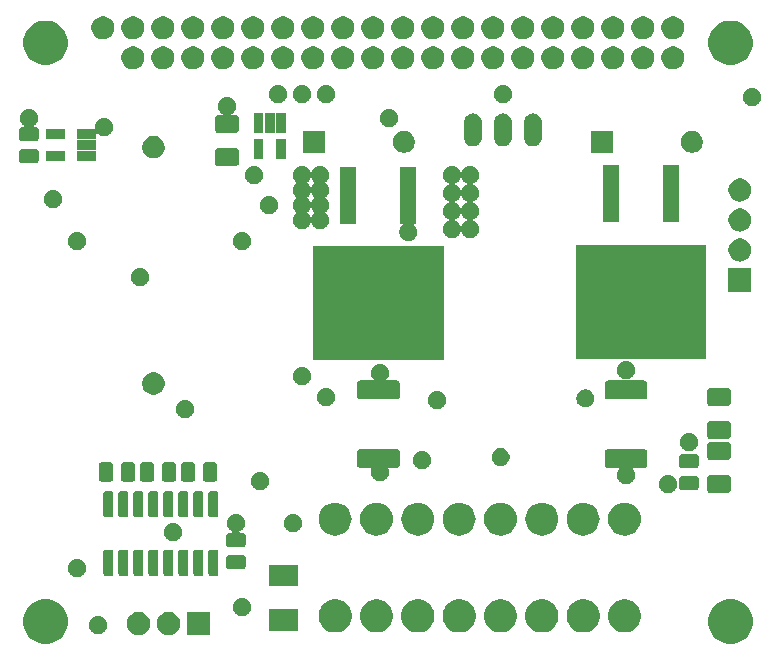
<source format=gbr>
G04 #@! TF.GenerationSoftware,KiCad,Pcbnew,5.1.5+dfsg1-2*
G04 #@! TF.CreationDate,2020-01-01T23:50:32+02:00*
G04 #@! TF.ProjectId,Morfeas_Rpi_Hat,4d6f7266-6561-4735-9f52-70695f486174,V1.0*
G04 #@! TF.SameCoordinates,Original*
G04 #@! TF.FileFunction,Soldermask,Top*
G04 #@! TF.FilePolarity,Negative*
%FSLAX46Y46*%
G04 Gerber Fmt 4.6, Leading zero omitted, Abs format (unit mm)*
G04 Created by KiCad (PCBNEW 5.1.5+dfsg1-2) date 2020-01-01 23:50:32*
%MOMM*%
%LPD*%
G04 APERTURE LIST*
%ADD10C,0.100000*%
G04 APERTURE END LIST*
D10*
G36*
X183641501Y-114235132D02*
G01*
X183641503Y-114235133D01*
X183641504Y-114235133D01*
X183983094Y-114376624D01*
X184290513Y-114582035D01*
X184290515Y-114582037D01*
X184290518Y-114582039D01*
X184551961Y-114843482D01*
X184551963Y-114843485D01*
X184551965Y-114843487D01*
X184757376Y-115150906D01*
X184895048Y-115483276D01*
X184898868Y-115492499D01*
X184971000Y-115855132D01*
X184971000Y-116224868D01*
X184905479Y-116554267D01*
X184898867Y-116587504D01*
X184757376Y-116929094D01*
X184551965Y-117236513D01*
X184551963Y-117236515D01*
X184551961Y-117236518D01*
X184290518Y-117497961D01*
X184290515Y-117497963D01*
X184290513Y-117497965D01*
X183983094Y-117703376D01*
X183641504Y-117844867D01*
X183641503Y-117844867D01*
X183641501Y-117844868D01*
X183278868Y-117917000D01*
X182909132Y-117917000D01*
X182546499Y-117844868D01*
X182546497Y-117844867D01*
X182546496Y-117844867D01*
X182204906Y-117703376D01*
X181897487Y-117497965D01*
X181897485Y-117497963D01*
X181897482Y-117497961D01*
X181636039Y-117236518D01*
X181636037Y-117236515D01*
X181636035Y-117236513D01*
X181430624Y-116929094D01*
X181289133Y-116587504D01*
X181282522Y-116554267D01*
X181217000Y-116224868D01*
X181217000Y-115855132D01*
X181289132Y-115492499D01*
X181292952Y-115483276D01*
X181430624Y-115150906D01*
X181636035Y-114843487D01*
X181636037Y-114843485D01*
X181636039Y-114843482D01*
X181897482Y-114582039D01*
X181897485Y-114582037D01*
X181897487Y-114582035D01*
X182204906Y-114376624D01*
X182546496Y-114235133D01*
X182546497Y-114235133D01*
X182546499Y-114235132D01*
X182909132Y-114163000D01*
X183278868Y-114163000D01*
X183641501Y-114235132D01*
G37*
G36*
X125641501Y-114235132D02*
G01*
X125641503Y-114235133D01*
X125641504Y-114235133D01*
X125983094Y-114376624D01*
X126290513Y-114582035D01*
X126290515Y-114582037D01*
X126290518Y-114582039D01*
X126551961Y-114843482D01*
X126551963Y-114843485D01*
X126551965Y-114843487D01*
X126757376Y-115150906D01*
X126895048Y-115483276D01*
X126898868Y-115492499D01*
X126971000Y-115855132D01*
X126971000Y-116224868D01*
X126905479Y-116554267D01*
X126898867Y-116587504D01*
X126757376Y-116929094D01*
X126551965Y-117236513D01*
X126551963Y-117236515D01*
X126551961Y-117236518D01*
X126290518Y-117497961D01*
X126290515Y-117497963D01*
X126290513Y-117497965D01*
X125983094Y-117703376D01*
X125641504Y-117844867D01*
X125641503Y-117844867D01*
X125641501Y-117844868D01*
X125278868Y-117917000D01*
X124909132Y-117917000D01*
X124546499Y-117844868D01*
X124546497Y-117844867D01*
X124546496Y-117844867D01*
X124204906Y-117703376D01*
X123897487Y-117497965D01*
X123897485Y-117497963D01*
X123897482Y-117497961D01*
X123636039Y-117236518D01*
X123636037Y-117236515D01*
X123636035Y-117236513D01*
X123430624Y-116929094D01*
X123289133Y-116587504D01*
X123282522Y-116554267D01*
X123217000Y-116224868D01*
X123217000Y-115855132D01*
X123289132Y-115492499D01*
X123292952Y-115483276D01*
X123430624Y-115150906D01*
X123636035Y-114843487D01*
X123636037Y-114843485D01*
X123636039Y-114843482D01*
X123897482Y-114582039D01*
X123897485Y-114582037D01*
X123897487Y-114582035D01*
X124204906Y-114376624D01*
X124546496Y-114235133D01*
X124546497Y-114235133D01*
X124546499Y-114235132D01*
X124909132Y-114163000D01*
X125278868Y-114163000D01*
X125641501Y-114235132D01*
G37*
G36*
X135626135Y-115232159D02*
G01*
X135793983Y-115265545D01*
X135971780Y-115339191D01*
X136131800Y-115446113D01*
X136267887Y-115582200D01*
X136374809Y-115742220D01*
X136448455Y-115920017D01*
X136486000Y-116108775D01*
X136486000Y-116301225D01*
X136448455Y-116489983D01*
X136374809Y-116667780D01*
X136267887Y-116827800D01*
X136131800Y-116963887D01*
X135971780Y-117070809D01*
X135793983Y-117144455D01*
X135626135Y-117177841D01*
X135605226Y-117182000D01*
X135412774Y-117182000D01*
X135391865Y-117177841D01*
X135224017Y-117144455D01*
X135046220Y-117070809D01*
X134886200Y-116963887D01*
X134750113Y-116827800D01*
X134643191Y-116667780D01*
X134569545Y-116489983D01*
X134532000Y-116301225D01*
X134532000Y-116108775D01*
X134569545Y-115920017D01*
X134643191Y-115742220D01*
X134750113Y-115582200D01*
X134886200Y-115446113D01*
X135046220Y-115339191D01*
X135224017Y-115265545D01*
X135391865Y-115232159D01*
X135412774Y-115228000D01*
X135605226Y-115228000D01*
X135626135Y-115232159D01*
G37*
G36*
X133086135Y-115232159D02*
G01*
X133253983Y-115265545D01*
X133431780Y-115339191D01*
X133591800Y-115446113D01*
X133727887Y-115582200D01*
X133834809Y-115742220D01*
X133908455Y-115920017D01*
X133946000Y-116108775D01*
X133946000Y-116301225D01*
X133908455Y-116489983D01*
X133834809Y-116667780D01*
X133727887Y-116827800D01*
X133591800Y-116963887D01*
X133431780Y-117070809D01*
X133253983Y-117144455D01*
X133086135Y-117177841D01*
X133065226Y-117182000D01*
X132872774Y-117182000D01*
X132851865Y-117177841D01*
X132684017Y-117144455D01*
X132506220Y-117070809D01*
X132346200Y-116963887D01*
X132210113Y-116827800D01*
X132103191Y-116667780D01*
X132029545Y-116489983D01*
X131992000Y-116301225D01*
X131992000Y-116108775D01*
X132029545Y-115920017D01*
X132103191Y-115742220D01*
X132210113Y-115582200D01*
X132346200Y-115446113D01*
X132506220Y-115339191D01*
X132684017Y-115265545D01*
X132851865Y-115232159D01*
X132872774Y-115228000D01*
X133065226Y-115228000D01*
X133086135Y-115232159D01*
G37*
G36*
X139026000Y-117182000D02*
G01*
X137072000Y-117182000D01*
X137072000Y-115228000D01*
X139026000Y-115228000D01*
X139026000Y-117182000D01*
G37*
G36*
X129762267Y-115599283D02*
G01*
X129900942Y-115656724D01*
X130025747Y-115740116D01*
X130131884Y-115846253D01*
X130215276Y-115971058D01*
X130272717Y-116109733D01*
X130302000Y-116256950D01*
X130302000Y-116407050D01*
X130272717Y-116554267D01*
X130215276Y-116692942D01*
X130131884Y-116817747D01*
X130025747Y-116923884D01*
X129900942Y-117007276D01*
X129762267Y-117064717D01*
X129615050Y-117094000D01*
X129464950Y-117094000D01*
X129317733Y-117064717D01*
X129179058Y-117007276D01*
X129054253Y-116923884D01*
X128948116Y-116817747D01*
X128864724Y-116692942D01*
X128807283Y-116554267D01*
X128778000Y-116407050D01*
X128778000Y-116256950D01*
X128807283Y-116109733D01*
X128864724Y-115971058D01*
X128948116Y-115846253D01*
X129054253Y-115740116D01*
X129179058Y-115656724D01*
X129317733Y-115599283D01*
X129464950Y-115570000D01*
X129615050Y-115570000D01*
X129762267Y-115599283D01*
G37*
G36*
X167531493Y-114226686D02*
G01*
X167785729Y-114331994D01*
X168014531Y-114484875D01*
X168209125Y-114679469D01*
X168362006Y-114908271D01*
X168467314Y-115162507D01*
X168521000Y-115432408D01*
X168521000Y-115707592D01*
X168467314Y-115977493D01*
X168362006Y-116231729D01*
X168209125Y-116460531D01*
X168014531Y-116655125D01*
X167785729Y-116808006D01*
X167531493Y-116913314D01*
X167261592Y-116967000D01*
X166986408Y-116967000D01*
X166716507Y-116913314D01*
X166462271Y-116808006D01*
X166233469Y-116655125D01*
X166038875Y-116460531D01*
X165885994Y-116231729D01*
X165780686Y-115977493D01*
X165727000Y-115707592D01*
X165727000Y-115432408D01*
X165780686Y-115162507D01*
X165885994Y-114908271D01*
X166038875Y-114679469D01*
X166233469Y-114484875D01*
X166462271Y-114331994D01*
X166716507Y-114226686D01*
X166986408Y-114173000D01*
X167261592Y-114173000D01*
X167531493Y-114226686D01*
G37*
G36*
X174531493Y-114226686D02*
G01*
X174785729Y-114331994D01*
X175014531Y-114484875D01*
X175209125Y-114679469D01*
X175362006Y-114908271D01*
X175467314Y-115162507D01*
X175521000Y-115432408D01*
X175521000Y-115707592D01*
X175467314Y-115977493D01*
X175362006Y-116231729D01*
X175209125Y-116460531D01*
X175014531Y-116655125D01*
X174785729Y-116808006D01*
X174531493Y-116913314D01*
X174261592Y-116967000D01*
X173986408Y-116967000D01*
X173716507Y-116913314D01*
X173462271Y-116808006D01*
X173233469Y-116655125D01*
X173038875Y-116460531D01*
X172885994Y-116231729D01*
X172780686Y-115977493D01*
X172727000Y-115707592D01*
X172727000Y-115432408D01*
X172780686Y-115162507D01*
X172885994Y-114908271D01*
X173038875Y-114679469D01*
X173233469Y-114484875D01*
X173462271Y-114331994D01*
X173716507Y-114226686D01*
X173986408Y-114173000D01*
X174261592Y-114173000D01*
X174531493Y-114226686D01*
G37*
G36*
X164031493Y-114226686D02*
G01*
X164285729Y-114331994D01*
X164514531Y-114484875D01*
X164709125Y-114679469D01*
X164862006Y-114908271D01*
X164967314Y-115162507D01*
X165021000Y-115432408D01*
X165021000Y-115707592D01*
X164967314Y-115977493D01*
X164862006Y-116231729D01*
X164709125Y-116460531D01*
X164514531Y-116655125D01*
X164285729Y-116808006D01*
X164031493Y-116913314D01*
X163761592Y-116967000D01*
X163486408Y-116967000D01*
X163216507Y-116913314D01*
X162962271Y-116808006D01*
X162733469Y-116655125D01*
X162538875Y-116460531D01*
X162385994Y-116231729D01*
X162280686Y-115977493D01*
X162227000Y-115707592D01*
X162227000Y-115432408D01*
X162280686Y-115162507D01*
X162385994Y-114908271D01*
X162538875Y-114679469D01*
X162733469Y-114484875D01*
X162962271Y-114331994D01*
X163216507Y-114226686D01*
X163486408Y-114173000D01*
X163761592Y-114173000D01*
X164031493Y-114226686D01*
G37*
G36*
X160531493Y-114226686D02*
G01*
X160785729Y-114331994D01*
X161014531Y-114484875D01*
X161209125Y-114679469D01*
X161362006Y-114908271D01*
X161467314Y-115162507D01*
X161521000Y-115432408D01*
X161521000Y-115707592D01*
X161467314Y-115977493D01*
X161362006Y-116231729D01*
X161209125Y-116460531D01*
X161014531Y-116655125D01*
X160785729Y-116808006D01*
X160531493Y-116913314D01*
X160261592Y-116967000D01*
X159986408Y-116967000D01*
X159716507Y-116913314D01*
X159462271Y-116808006D01*
X159233469Y-116655125D01*
X159038875Y-116460531D01*
X158885994Y-116231729D01*
X158780686Y-115977493D01*
X158727000Y-115707592D01*
X158727000Y-115432408D01*
X158780686Y-115162507D01*
X158885994Y-114908271D01*
X159038875Y-114679469D01*
X159233469Y-114484875D01*
X159462271Y-114331994D01*
X159716507Y-114226686D01*
X159986408Y-114173000D01*
X160261592Y-114173000D01*
X160531493Y-114226686D01*
G37*
G36*
X157031493Y-114226686D02*
G01*
X157285729Y-114331994D01*
X157514531Y-114484875D01*
X157709125Y-114679469D01*
X157862006Y-114908271D01*
X157967314Y-115162507D01*
X158021000Y-115432408D01*
X158021000Y-115707592D01*
X157967314Y-115977493D01*
X157862006Y-116231729D01*
X157709125Y-116460531D01*
X157514531Y-116655125D01*
X157285729Y-116808006D01*
X157031493Y-116913314D01*
X156761592Y-116967000D01*
X156486408Y-116967000D01*
X156216507Y-116913314D01*
X155962271Y-116808006D01*
X155733469Y-116655125D01*
X155538875Y-116460531D01*
X155385994Y-116231729D01*
X155280686Y-115977493D01*
X155227000Y-115707592D01*
X155227000Y-115432408D01*
X155280686Y-115162507D01*
X155385994Y-114908271D01*
X155538875Y-114679469D01*
X155733469Y-114484875D01*
X155962271Y-114331994D01*
X156216507Y-114226686D01*
X156486408Y-114173000D01*
X156761592Y-114173000D01*
X157031493Y-114226686D01*
G37*
G36*
X153531493Y-114226686D02*
G01*
X153785729Y-114331994D01*
X154014531Y-114484875D01*
X154209125Y-114679469D01*
X154362006Y-114908271D01*
X154467314Y-115162507D01*
X154521000Y-115432408D01*
X154521000Y-115707592D01*
X154467314Y-115977493D01*
X154362006Y-116231729D01*
X154209125Y-116460531D01*
X154014531Y-116655125D01*
X153785729Y-116808006D01*
X153531493Y-116913314D01*
X153261592Y-116967000D01*
X152986408Y-116967000D01*
X152716507Y-116913314D01*
X152462271Y-116808006D01*
X152233469Y-116655125D01*
X152038875Y-116460531D01*
X151885994Y-116231729D01*
X151780686Y-115977493D01*
X151727000Y-115707592D01*
X151727000Y-115432408D01*
X151780686Y-115162507D01*
X151885994Y-114908271D01*
X152038875Y-114679469D01*
X152233469Y-114484875D01*
X152462271Y-114331994D01*
X152716507Y-114226686D01*
X152986408Y-114173000D01*
X153261592Y-114173000D01*
X153531493Y-114226686D01*
G37*
G36*
X150031493Y-114226686D02*
G01*
X150285729Y-114331994D01*
X150514531Y-114484875D01*
X150709125Y-114679469D01*
X150862006Y-114908271D01*
X150967314Y-115162507D01*
X151021000Y-115432408D01*
X151021000Y-115707592D01*
X150967314Y-115977493D01*
X150862006Y-116231729D01*
X150709125Y-116460531D01*
X150514531Y-116655125D01*
X150285729Y-116808006D01*
X150031493Y-116913314D01*
X149761592Y-116967000D01*
X149486408Y-116967000D01*
X149216507Y-116913314D01*
X148962271Y-116808006D01*
X148733469Y-116655125D01*
X148538875Y-116460531D01*
X148385994Y-116231729D01*
X148280686Y-115977493D01*
X148227000Y-115707592D01*
X148227000Y-115432408D01*
X148280686Y-115162507D01*
X148385994Y-114908271D01*
X148538875Y-114679469D01*
X148733469Y-114484875D01*
X148962271Y-114331994D01*
X149216507Y-114226686D01*
X149486408Y-114173000D01*
X149761592Y-114173000D01*
X150031493Y-114226686D01*
G37*
G36*
X171031493Y-114226686D02*
G01*
X171285729Y-114331994D01*
X171514531Y-114484875D01*
X171709125Y-114679469D01*
X171862006Y-114908271D01*
X171967314Y-115162507D01*
X172021000Y-115432408D01*
X172021000Y-115707592D01*
X171967314Y-115977493D01*
X171862006Y-116231729D01*
X171709125Y-116460531D01*
X171514531Y-116655125D01*
X171285729Y-116808006D01*
X171031493Y-116913314D01*
X170761592Y-116967000D01*
X170486408Y-116967000D01*
X170216507Y-116913314D01*
X169962271Y-116808006D01*
X169733469Y-116655125D01*
X169538875Y-116460531D01*
X169385994Y-116231729D01*
X169280686Y-115977493D01*
X169227000Y-115707592D01*
X169227000Y-115432408D01*
X169280686Y-115162507D01*
X169385994Y-114908271D01*
X169538875Y-114679469D01*
X169733469Y-114484875D01*
X169962271Y-114331994D01*
X170216507Y-114226686D01*
X170486408Y-114173000D01*
X170761592Y-114173000D01*
X171031493Y-114226686D01*
G37*
G36*
X146514820Y-116873020D02*
G01*
X144061180Y-116873020D01*
X144061180Y-115018820D01*
X146514820Y-115018820D01*
X146514820Y-116873020D01*
G37*
G36*
X141954267Y-114075283D02*
G01*
X142092942Y-114132724D01*
X142217747Y-114216116D01*
X142323884Y-114322253D01*
X142407276Y-114447058D01*
X142464717Y-114585733D01*
X142494000Y-114732950D01*
X142494000Y-114883050D01*
X142464717Y-115030267D01*
X142407276Y-115168942D01*
X142323884Y-115293747D01*
X142217747Y-115399884D01*
X142092942Y-115483276D01*
X141954267Y-115540717D01*
X141807050Y-115570000D01*
X141656950Y-115570000D01*
X141509733Y-115540717D01*
X141371058Y-115483276D01*
X141246253Y-115399884D01*
X141140116Y-115293747D01*
X141056724Y-115168942D01*
X140999283Y-115030267D01*
X140970000Y-114883050D01*
X140970000Y-114732950D01*
X140999283Y-114585733D01*
X141056724Y-114447058D01*
X141140116Y-114322253D01*
X141246253Y-114216116D01*
X141371058Y-114132724D01*
X141509733Y-114075283D01*
X141656950Y-114046000D01*
X141807050Y-114046000D01*
X141954267Y-114075283D01*
G37*
G36*
X146514820Y-113073180D02*
G01*
X144061180Y-113073180D01*
X144061180Y-111218980D01*
X146514820Y-111218980D01*
X146514820Y-113073180D01*
G37*
G36*
X127984267Y-110773283D02*
G01*
X128122942Y-110830724D01*
X128247747Y-110914116D01*
X128353884Y-111020253D01*
X128437276Y-111145058D01*
X128494717Y-111283733D01*
X128524000Y-111430950D01*
X128524000Y-111581050D01*
X128494717Y-111728267D01*
X128437276Y-111866942D01*
X128353884Y-111991747D01*
X128247747Y-112097884D01*
X128122942Y-112181276D01*
X127984267Y-112238717D01*
X127837050Y-112268000D01*
X127686950Y-112268000D01*
X127539733Y-112238717D01*
X127401058Y-112181276D01*
X127276253Y-112097884D01*
X127170116Y-111991747D01*
X127086724Y-111866942D01*
X127029283Y-111728267D01*
X127000000Y-111581050D01*
X127000000Y-111430950D01*
X127029283Y-111283733D01*
X127086724Y-111145058D01*
X127170116Y-111020253D01*
X127276253Y-110914116D01*
X127401058Y-110830724D01*
X127539733Y-110773283D01*
X127686950Y-110744000D01*
X127837050Y-110744000D01*
X127984267Y-110773283D01*
G37*
G36*
X139599645Y-109961793D02*
G01*
X139633685Y-109972119D01*
X139665054Y-109988886D01*
X139692549Y-110011451D01*
X139715114Y-110038946D01*
X139731881Y-110070315D01*
X139742207Y-110104355D01*
X139746000Y-110142866D01*
X139746000Y-111977134D01*
X139742207Y-112015645D01*
X139731881Y-112049685D01*
X139715114Y-112081054D01*
X139692549Y-112108549D01*
X139665054Y-112131114D01*
X139633685Y-112147881D01*
X139599645Y-112158207D01*
X139561134Y-112162000D01*
X139076866Y-112162000D01*
X139038355Y-112158207D01*
X139004315Y-112147881D01*
X138972946Y-112131114D01*
X138945451Y-112108549D01*
X138922886Y-112081054D01*
X138906119Y-112049685D01*
X138895793Y-112015645D01*
X138892000Y-111977134D01*
X138892000Y-110142866D01*
X138895793Y-110104355D01*
X138906119Y-110070315D01*
X138922886Y-110038946D01*
X138945451Y-110011451D01*
X138972946Y-109988886D01*
X139004315Y-109972119D01*
X139038355Y-109961793D01*
X139076866Y-109958000D01*
X139561134Y-109958000D01*
X139599645Y-109961793D01*
G37*
G36*
X138329645Y-109961793D02*
G01*
X138363685Y-109972119D01*
X138395054Y-109988886D01*
X138422549Y-110011451D01*
X138445114Y-110038946D01*
X138461881Y-110070315D01*
X138472207Y-110104355D01*
X138476000Y-110142866D01*
X138476000Y-111977134D01*
X138472207Y-112015645D01*
X138461881Y-112049685D01*
X138445114Y-112081054D01*
X138422549Y-112108549D01*
X138395054Y-112131114D01*
X138363685Y-112147881D01*
X138329645Y-112158207D01*
X138291134Y-112162000D01*
X137806866Y-112162000D01*
X137768355Y-112158207D01*
X137734315Y-112147881D01*
X137702946Y-112131114D01*
X137675451Y-112108549D01*
X137652886Y-112081054D01*
X137636119Y-112049685D01*
X137625793Y-112015645D01*
X137622000Y-111977134D01*
X137622000Y-110142866D01*
X137625793Y-110104355D01*
X137636119Y-110070315D01*
X137652886Y-110038946D01*
X137675451Y-110011451D01*
X137702946Y-109988886D01*
X137734315Y-109972119D01*
X137768355Y-109961793D01*
X137806866Y-109958000D01*
X138291134Y-109958000D01*
X138329645Y-109961793D01*
G37*
G36*
X137059645Y-109961793D02*
G01*
X137093685Y-109972119D01*
X137125054Y-109988886D01*
X137152549Y-110011451D01*
X137175114Y-110038946D01*
X137191881Y-110070315D01*
X137202207Y-110104355D01*
X137206000Y-110142866D01*
X137206000Y-111977134D01*
X137202207Y-112015645D01*
X137191881Y-112049685D01*
X137175114Y-112081054D01*
X137152549Y-112108549D01*
X137125054Y-112131114D01*
X137093685Y-112147881D01*
X137059645Y-112158207D01*
X137021134Y-112162000D01*
X136536866Y-112162000D01*
X136498355Y-112158207D01*
X136464315Y-112147881D01*
X136432946Y-112131114D01*
X136405451Y-112108549D01*
X136382886Y-112081054D01*
X136366119Y-112049685D01*
X136355793Y-112015645D01*
X136352000Y-111977134D01*
X136352000Y-110142866D01*
X136355793Y-110104355D01*
X136366119Y-110070315D01*
X136382886Y-110038946D01*
X136405451Y-110011451D01*
X136432946Y-109988886D01*
X136464315Y-109972119D01*
X136498355Y-109961793D01*
X136536866Y-109958000D01*
X137021134Y-109958000D01*
X137059645Y-109961793D01*
G37*
G36*
X134519645Y-109961793D02*
G01*
X134553685Y-109972119D01*
X134585054Y-109988886D01*
X134612549Y-110011451D01*
X134635114Y-110038946D01*
X134651881Y-110070315D01*
X134662207Y-110104355D01*
X134666000Y-110142866D01*
X134666000Y-111977134D01*
X134662207Y-112015645D01*
X134651881Y-112049685D01*
X134635114Y-112081054D01*
X134612549Y-112108549D01*
X134585054Y-112131114D01*
X134553685Y-112147881D01*
X134519645Y-112158207D01*
X134481134Y-112162000D01*
X133996866Y-112162000D01*
X133958355Y-112158207D01*
X133924315Y-112147881D01*
X133892946Y-112131114D01*
X133865451Y-112108549D01*
X133842886Y-112081054D01*
X133826119Y-112049685D01*
X133815793Y-112015645D01*
X133812000Y-111977134D01*
X133812000Y-110142866D01*
X133815793Y-110104355D01*
X133826119Y-110070315D01*
X133842886Y-110038946D01*
X133865451Y-110011451D01*
X133892946Y-109988886D01*
X133924315Y-109972119D01*
X133958355Y-109961793D01*
X133996866Y-109958000D01*
X134481134Y-109958000D01*
X134519645Y-109961793D01*
G37*
G36*
X131979645Y-109961793D02*
G01*
X132013685Y-109972119D01*
X132045054Y-109988886D01*
X132072549Y-110011451D01*
X132095114Y-110038946D01*
X132111881Y-110070315D01*
X132122207Y-110104355D01*
X132126000Y-110142866D01*
X132126000Y-111977134D01*
X132122207Y-112015645D01*
X132111881Y-112049685D01*
X132095114Y-112081054D01*
X132072549Y-112108549D01*
X132045054Y-112131114D01*
X132013685Y-112147881D01*
X131979645Y-112158207D01*
X131941134Y-112162000D01*
X131456866Y-112162000D01*
X131418355Y-112158207D01*
X131384315Y-112147881D01*
X131352946Y-112131114D01*
X131325451Y-112108549D01*
X131302886Y-112081054D01*
X131286119Y-112049685D01*
X131275793Y-112015645D01*
X131272000Y-111977134D01*
X131272000Y-110142866D01*
X131275793Y-110104355D01*
X131286119Y-110070315D01*
X131302886Y-110038946D01*
X131325451Y-110011451D01*
X131352946Y-109988886D01*
X131384315Y-109972119D01*
X131418355Y-109961793D01*
X131456866Y-109958000D01*
X131941134Y-109958000D01*
X131979645Y-109961793D01*
G37*
G36*
X130709645Y-109961793D02*
G01*
X130743685Y-109972119D01*
X130775054Y-109988886D01*
X130802549Y-110011451D01*
X130825114Y-110038946D01*
X130841881Y-110070315D01*
X130852207Y-110104355D01*
X130856000Y-110142866D01*
X130856000Y-111977134D01*
X130852207Y-112015645D01*
X130841881Y-112049685D01*
X130825114Y-112081054D01*
X130802549Y-112108549D01*
X130775054Y-112131114D01*
X130743685Y-112147881D01*
X130709645Y-112158207D01*
X130671134Y-112162000D01*
X130186866Y-112162000D01*
X130148355Y-112158207D01*
X130114315Y-112147881D01*
X130082946Y-112131114D01*
X130055451Y-112108549D01*
X130032886Y-112081054D01*
X130016119Y-112049685D01*
X130005793Y-112015645D01*
X130002000Y-111977134D01*
X130002000Y-110142866D01*
X130005793Y-110104355D01*
X130016119Y-110070315D01*
X130032886Y-110038946D01*
X130055451Y-110011451D01*
X130082946Y-109988886D01*
X130114315Y-109972119D01*
X130148355Y-109961793D01*
X130186866Y-109958000D01*
X130671134Y-109958000D01*
X130709645Y-109961793D01*
G37*
G36*
X135789645Y-109961793D02*
G01*
X135823685Y-109972119D01*
X135855054Y-109988886D01*
X135882549Y-110011451D01*
X135905114Y-110038946D01*
X135921881Y-110070315D01*
X135932207Y-110104355D01*
X135936000Y-110142866D01*
X135936000Y-111977134D01*
X135932207Y-112015645D01*
X135921881Y-112049685D01*
X135905114Y-112081054D01*
X135882549Y-112108549D01*
X135855054Y-112131114D01*
X135823685Y-112147881D01*
X135789645Y-112158207D01*
X135751134Y-112162000D01*
X135266866Y-112162000D01*
X135228355Y-112158207D01*
X135194315Y-112147881D01*
X135162946Y-112131114D01*
X135135451Y-112108549D01*
X135112886Y-112081054D01*
X135096119Y-112049685D01*
X135085793Y-112015645D01*
X135082000Y-111977134D01*
X135082000Y-110142866D01*
X135085793Y-110104355D01*
X135096119Y-110070315D01*
X135112886Y-110038946D01*
X135135451Y-110011451D01*
X135162946Y-109988886D01*
X135194315Y-109972119D01*
X135228355Y-109961793D01*
X135266866Y-109958000D01*
X135751134Y-109958000D01*
X135789645Y-109961793D01*
G37*
G36*
X133249645Y-109961793D02*
G01*
X133283685Y-109972119D01*
X133315054Y-109988886D01*
X133342549Y-110011451D01*
X133365114Y-110038946D01*
X133381881Y-110070315D01*
X133392207Y-110104355D01*
X133396000Y-110142866D01*
X133396000Y-111977134D01*
X133392207Y-112015645D01*
X133381881Y-112049685D01*
X133365114Y-112081054D01*
X133342549Y-112108549D01*
X133315054Y-112131114D01*
X133283685Y-112147881D01*
X133249645Y-112158207D01*
X133211134Y-112162000D01*
X132726866Y-112162000D01*
X132688355Y-112158207D01*
X132654315Y-112147881D01*
X132622946Y-112131114D01*
X132595451Y-112108549D01*
X132572886Y-112081054D01*
X132556119Y-112049685D01*
X132545793Y-112015645D01*
X132542000Y-111977134D01*
X132542000Y-110142866D01*
X132545793Y-110104355D01*
X132556119Y-110070315D01*
X132572886Y-110038946D01*
X132595451Y-110011451D01*
X132622946Y-109988886D01*
X132654315Y-109972119D01*
X132688355Y-109961793D01*
X132726866Y-109958000D01*
X133211134Y-109958000D01*
X133249645Y-109961793D01*
G37*
G36*
X141829184Y-110389095D02*
G01*
X141880814Y-110404756D01*
X141928388Y-110430185D01*
X141970090Y-110464410D01*
X142004315Y-110506112D01*
X142029744Y-110553686D01*
X142045405Y-110605316D01*
X142051000Y-110662117D01*
X142051000Y-111333883D01*
X142045405Y-111390684D01*
X142029744Y-111442314D01*
X142004315Y-111489888D01*
X141970090Y-111531590D01*
X141928388Y-111565815D01*
X141880814Y-111591244D01*
X141829184Y-111606905D01*
X141772383Y-111612500D01*
X140675617Y-111612500D01*
X140618816Y-111606905D01*
X140567186Y-111591244D01*
X140519612Y-111565815D01*
X140477910Y-111531590D01*
X140443685Y-111489888D01*
X140418256Y-111442314D01*
X140402595Y-111390684D01*
X140397000Y-111333883D01*
X140397000Y-110662117D01*
X140402595Y-110605316D01*
X140418256Y-110553686D01*
X140443685Y-110506112D01*
X140477910Y-110464410D01*
X140519612Y-110430185D01*
X140567186Y-110404756D01*
X140618816Y-110389095D01*
X140675617Y-110383500D01*
X141772383Y-110383500D01*
X141829184Y-110389095D01*
G37*
G36*
X141446267Y-106963283D02*
G01*
X141584942Y-107020724D01*
X141709747Y-107104116D01*
X141815884Y-107210253D01*
X141899276Y-107335058D01*
X141956717Y-107473733D01*
X141986000Y-107620950D01*
X141986000Y-107771050D01*
X141956717Y-107918267D01*
X141899276Y-108056942D01*
X141815884Y-108181747D01*
X141709747Y-108287884D01*
X141584942Y-108371276D01*
X141548576Y-108386339D01*
X141537606Y-108392203D01*
X141527984Y-108400100D01*
X141520087Y-108409723D01*
X141514219Y-108420701D01*
X141510605Y-108432613D01*
X141509385Y-108445001D01*
X141510605Y-108457389D01*
X141514218Y-108469301D01*
X141520086Y-108480279D01*
X141527983Y-108489901D01*
X141537606Y-108497798D01*
X141548584Y-108503666D01*
X141560496Y-108507280D01*
X141572884Y-108508500D01*
X141772383Y-108508500D01*
X141829184Y-108514095D01*
X141880814Y-108529756D01*
X141928388Y-108555185D01*
X141970090Y-108589410D01*
X142004315Y-108631112D01*
X142029744Y-108678686D01*
X142045405Y-108730316D01*
X142051000Y-108787117D01*
X142051000Y-109458883D01*
X142045405Y-109515684D01*
X142029744Y-109567314D01*
X142004315Y-109614888D01*
X141970090Y-109656590D01*
X141928388Y-109690815D01*
X141880814Y-109716244D01*
X141829184Y-109731905D01*
X141772383Y-109737500D01*
X140675617Y-109737500D01*
X140618816Y-109731905D01*
X140567186Y-109716244D01*
X140519612Y-109690815D01*
X140477910Y-109656590D01*
X140443685Y-109614888D01*
X140418256Y-109567314D01*
X140402595Y-109515684D01*
X140397000Y-109458883D01*
X140397000Y-108787117D01*
X140402595Y-108730316D01*
X140418256Y-108678686D01*
X140443685Y-108631112D01*
X140477910Y-108589410D01*
X140519612Y-108555185D01*
X140567186Y-108529756D01*
X140618816Y-108514095D01*
X140675617Y-108508500D01*
X140875116Y-108508500D01*
X140887504Y-108507280D01*
X140899416Y-108503666D01*
X140910394Y-108497798D01*
X140920017Y-108489902D01*
X140927913Y-108480279D01*
X140933781Y-108469301D01*
X140937395Y-108457389D01*
X140938615Y-108445001D01*
X140937395Y-108432613D01*
X140933781Y-108420701D01*
X140927913Y-108409723D01*
X140920017Y-108400100D01*
X140910394Y-108392204D01*
X140899424Y-108386339D01*
X140863058Y-108371276D01*
X140738253Y-108287884D01*
X140632116Y-108181747D01*
X140548724Y-108056942D01*
X140491283Y-107918267D01*
X140462000Y-107771050D01*
X140462000Y-107620950D01*
X140491283Y-107473733D01*
X140548724Y-107335058D01*
X140632116Y-107210253D01*
X140738253Y-107104116D01*
X140863058Y-107020724D01*
X141001733Y-106963283D01*
X141148950Y-106934000D01*
X141299050Y-106934000D01*
X141446267Y-106963283D01*
G37*
G36*
X136112267Y-107725283D02*
G01*
X136250942Y-107782724D01*
X136375747Y-107866116D01*
X136481884Y-107972253D01*
X136565276Y-108097058D01*
X136622717Y-108235733D01*
X136652000Y-108382950D01*
X136652000Y-108533050D01*
X136622717Y-108680267D01*
X136565276Y-108818942D01*
X136481884Y-108943747D01*
X136375747Y-109049884D01*
X136250942Y-109133276D01*
X136112267Y-109190717D01*
X135965050Y-109220000D01*
X135814950Y-109220000D01*
X135667733Y-109190717D01*
X135529058Y-109133276D01*
X135404253Y-109049884D01*
X135298116Y-108943747D01*
X135214724Y-108818942D01*
X135157283Y-108680267D01*
X135128000Y-108533050D01*
X135128000Y-108382950D01*
X135157283Y-108235733D01*
X135214724Y-108097058D01*
X135298116Y-107972253D01*
X135404253Y-107866116D01*
X135529058Y-107782724D01*
X135667733Y-107725283D01*
X135814950Y-107696000D01*
X135965050Y-107696000D01*
X136112267Y-107725283D01*
G37*
G36*
X153396542Y-105999842D02*
G01*
X153658610Y-106079339D01*
X153900133Y-106208436D01*
X154111829Y-106382171D01*
X154285564Y-106593867D01*
X154414661Y-106835390D01*
X154494158Y-107097458D01*
X154521001Y-107369999D01*
X154521001Y-107370001D01*
X154494158Y-107642542D01*
X154414661Y-107904610D01*
X154285564Y-108146133D01*
X154111829Y-108357829D01*
X153900133Y-108531564D01*
X153658610Y-108660661D01*
X153396542Y-108740158D01*
X153124001Y-108767001D01*
X153123999Y-108767001D01*
X152851458Y-108740158D01*
X152589390Y-108660661D01*
X152347867Y-108531564D01*
X152136171Y-108357829D01*
X151962436Y-108146133D01*
X151833339Y-107904610D01*
X151753842Y-107642542D01*
X151726999Y-107370001D01*
X151726999Y-107369999D01*
X151753842Y-107097458D01*
X151833339Y-106835390D01*
X151962436Y-106593867D01*
X152136171Y-106382171D01*
X152347867Y-106208436D01*
X152589390Y-106079339D01*
X152851458Y-105999842D01*
X153123999Y-105972999D01*
X153124001Y-105972999D01*
X153396542Y-105999842D01*
G37*
G36*
X149896542Y-105999842D02*
G01*
X150158610Y-106079339D01*
X150400133Y-106208436D01*
X150611829Y-106382171D01*
X150785564Y-106593867D01*
X150914661Y-106835390D01*
X150994158Y-107097458D01*
X151021001Y-107369999D01*
X151021001Y-107370001D01*
X150994158Y-107642542D01*
X150914661Y-107904610D01*
X150785564Y-108146133D01*
X150611829Y-108357829D01*
X150400133Y-108531564D01*
X150158610Y-108660661D01*
X149896542Y-108740158D01*
X149624001Y-108767001D01*
X149623999Y-108767001D01*
X149351458Y-108740158D01*
X149089390Y-108660661D01*
X148847867Y-108531564D01*
X148636171Y-108357829D01*
X148462436Y-108146133D01*
X148333339Y-107904610D01*
X148253842Y-107642542D01*
X148226999Y-107370001D01*
X148226999Y-107369999D01*
X148253842Y-107097458D01*
X148333339Y-106835390D01*
X148462436Y-106593867D01*
X148636171Y-106382171D01*
X148847867Y-106208436D01*
X149089390Y-106079339D01*
X149351458Y-105999842D01*
X149623999Y-105972999D01*
X149624001Y-105972999D01*
X149896542Y-105999842D01*
G37*
G36*
X156896542Y-105999842D02*
G01*
X157158610Y-106079339D01*
X157400133Y-106208436D01*
X157611829Y-106382171D01*
X157785564Y-106593867D01*
X157914661Y-106835390D01*
X157994158Y-107097458D01*
X158021001Y-107369999D01*
X158021001Y-107370001D01*
X157994158Y-107642542D01*
X157914661Y-107904610D01*
X157785564Y-108146133D01*
X157611829Y-108357829D01*
X157400133Y-108531564D01*
X157158610Y-108660661D01*
X156896542Y-108740158D01*
X156624001Y-108767001D01*
X156623999Y-108767001D01*
X156351458Y-108740158D01*
X156089390Y-108660661D01*
X155847867Y-108531564D01*
X155636171Y-108357829D01*
X155462436Y-108146133D01*
X155333339Y-107904610D01*
X155253842Y-107642542D01*
X155226999Y-107370001D01*
X155226999Y-107369999D01*
X155253842Y-107097458D01*
X155333339Y-106835390D01*
X155462436Y-106593867D01*
X155636171Y-106382171D01*
X155847867Y-106208436D01*
X156089390Y-106079339D01*
X156351458Y-105999842D01*
X156623999Y-105972999D01*
X156624001Y-105972999D01*
X156896542Y-105999842D01*
G37*
G36*
X163896542Y-105999842D02*
G01*
X164158610Y-106079339D01*
X164400133Y-106208436D01*
X164611829Y-106382171D01*
X164785564Y-106593867D01*
X164914661Y-106835390D01*
X164994158Y-107097458D01*
X165021001Y-107369999D01*
X165021001Y-107370001D01*
X164994158Y-107642542D01*
X164914661Y-107904610D01*
X164785564Y-108146133D01*
X164611829Y-108357829D01*
X164400133Y-108531564D01*
X164158610Y-108660661D01*
X163896542Y-108740158D01*
X163624001Y-108767001D01*
X163623999Y-108767001D01*
X163351458Y-108740158D01*
X163089390Y-108660661D01*
X162847867Y-108531564D01*
X162636171Y-108357829D01*
X162462436Y-108146133D01*
X162333339Y-107904610D01*
X162253842Y-107642542D01*
X162226999Y-107370001D01*
X162226999Y-107369999D01*
X162253842Y-107097458D01*
X162333339Y-106835390D01*
X162462436Y-106593867D01*
X162636171Y-106382171D01*
X162847867Y-106208436D01*
X163089390Y-106079339D01*
X163351458Y-105999842D01*
X163623999Y-105972999D01*
X163624001Y-105972999D01*
X163896542Y-105999842D01*
G37*
G36*
X167396542Y-105999842D02*
G01*
X167658610Y-106079339D01*
X167900133Y-106208436D01*
X168111829Y-106382171D01*
X168285564Y-106593867D01*
X168414661Y-106835390D01*
X168494158Y-107097458D01*
X168521001Y-107369999D01*
X168521001Y-107370001D01*
X168494158Y-107642542D01*
X168414661Y-107904610D01*
X168285564Y-108146133D01*
X168111829Y-108357829D01*
X167900133Y-108531564D01*
X167658610Y-108660661D01*
X167396542Y-108740158D01*
X167124001Y-108767001D01*
X167123999Y-108767001D01*
X166851458Y-108740158D01*
X166589390Y-108660661D01*
X166347867Y-108531564D01*
X166136171Y-108357829D01*
X165962436Y-108146133D01*
X165833339Y-107904610D01*
X165753842Y-107642542D01*
X165726999Y-107370001D01*
X165726999Y-107369999D01*
X165753842Y-107097458D01*
X165833339Y-106835390D01*
X165962436Y-106593867D01*
X166136171Y-106382171D01*
X166347867Y-106208436D01*
X166589390Y-106079339D01*
X166851458Y-105999842D01*
X167123999Y-105972999D01*
X167124001Y-105972999D01*
X167396542Y-105999842D01*
G37*
G36*
X170896542Y-105999842D02*
G01*
X171158610Y-106079339D01*
X171400133Y-106208436D01*
X171611829Y-106382171D01*
X171785564Y-106593867D01*
X171914661Y-106835390D01*
X171994158Y-107097458D01*
X172021001Y-107369999D01*
X172021001Y-107370001D01*
X171994158Y-107642542D01*
X171914661Y-107904610D01*
X171785564Y-108146133D01*
X171611829Y-108357829D01*
X171400133Y-108531564D01*
X171158610Y-108660661D01*
X170896542Y-108740158D01*
X170624001Y-108767001D01*
X170623999Y-108767001D01*
X170351458Y-108740158D01*
X170089390Y-108660661D01*
X169847867Y-108531564D01*
X169636171Y-108357829D01*
X169462436Y-108146133D01*
X169333339Y-107904610D01*
X169253842Y-107642542D01*
X169226999Y-107370001D01*
X169226999Y-107369999D01*
X169253842Y-107097458D01*
X169333339Y-106835390D01*
X169462436Y-106593867D01*
X169636171Y-106382171D01*
X169847867Y-106208436D01*
X170089390Y-106079339D01*
X170351458Y-105999842D01*
X170623999Y-105972999D01*
X170624001Y-105972999D01*
X170896542Y-105999842D01*
G37*
G36*
X174396542Y-105999842D02*
G01*
X174658610Y-106079339D01*
X174900133Y-106208436D01*
X175111829Y-106382171D01*
X175285564Y-106593867D01*
X175414661Y-106835390D01*
X175494158Y-107097458D01*
X175521001Y-107369999D01*
X175521001Y-107370001D01*
X175494158Y-107642542D01*
X175414661Y-107904610D01*
X175285564Y-108146133D01*
X175111829Y-108357829D01*
X174900133Y-108531564D01*
X174658610Y-108660661D01*
X174396542Y-108740158D01*
X174124001Y-108767001D01*
X174123999Y-108767001D01*
X173851458Y-108740158D01*
X173589390Y-108660661D01*
X173347867Y-108531564D01*
X173136171Y-108357829D01*
X172962436Y-108146133D01*
X172833339Y-107904610D01*
X172753842Y-107642542D01*
X172726999Y-107370001D01*
X172726999Y-107369999D01*
X172753842Y-107097458D01*
X172833339Y-106835390D01*
X172962436Y-106593867D01*
X173136171Y-106382171D01*
X173347867Y-106208436D01*
X173589390Y-106079339D01*
X173851458Y-105999842D01*
X174123999Y-105972999D01*
X174124001Y-105972999D01*
X174396542Y-105999842D01*
G37*
G36*
X160396542Y-105999842D02*
G01*
X160658610Y-106079339D01*
X160900133Y-106208436D01*
X161111829Y-106382171D01*
X161285564Y-106593867D01*
X161414661Y-106835390D01*
X161494158Y-107097458D01*
X161521001Y-107369999D01*
X161521001Y-107370001D01*
X161494158Y-107642542D01*
X161414661Y-107904610D01*
X161285564Y-108146133D01*
X161111829Y-108357829D01*
X160900133Y-108531564D01*
X160658610Y-108660661D01*
X160396542Y-108740158D01*
X160124001Y-108767001D01*
X160123999Y-108767001D01*
X159851458Y-108740158D01*
X159589390Y-108660661D01*
X159347867Y-108531564D01*
X159136171Y-108357829D01*
X158962436Y-108146133D01*
X158833339Y-107904610D01*
X158753842Y-107642542D01*
X158726999Y-107370001D01*
X158726999Y-107369999D01*
X158753842Y-107097458D01*
X158833339Y-106835390D01*
X158962436Y-106593867D01*
X159136171Y-106382171D01*
X159347867Y-106208436D01*
X159589390Y-106079339D01*
X159851458Y-105999842D01*
X160123999Y-105972999D01*
X160124001Y-105972999D01*
X160396542Y-105999842D01*
G37*
G36*
X146272267Y-106963283D02*
G01*
X146410942Y-107020724D01*
X146535747Y-107104116D01*
X146641884Y-107210253D01*
X146725276Y-107335058D01*
X146782717Y-107473733D01*
X146812000Y-107620950D01*
X146812000Y-107771050D01*
X146782717Y-107918267D01*
X146725276Y-108056942D01*
X146641884Y-108181747D01*
X146535747Y-108287884D01*
X146410942Y-108371276D01*
X146272267Y-108428717D01*
X146125050Y-108458000D01*
X145974950Y-108458000D01*
X145827733Y-108428717D01*
X145689058Y-108371276D01*
X145564253Y-108287884D01*
X145458116Y-108181747D01*
X145374724Y-108056942D01*
X145317283Y-107918267D01*
X145288000Y-107771050D01*
X145288000Y-107620950D01*
X145317283Y-107473733D01*
X145374724Y-107335058D01*
X145458116Y-107210253D01*
X145564253Y-107104116D01*
X145689058Y-107020724D01*
X145827733Y-106963283D01*
X145974950Y-106934000D01*
X146125050Y-106934000D01*
X146272267Y-106963283D01*
G37*
G36*
X138329645Y-105011793D02*
G01*
X138363685Y-105022119D01*
X138395054Y-105038886D01*
X138422549Y-105061451D01*
X138445114Y-105088946D01*
X138461881Y-105120315D01*
X138472207Y-105154355D01*
X138476000Y-105192866D01*
X138476000Y-107027134D01*
X138472207Y-107065645D01*
X138461881Y-107099685D01*
X138445114Y-107131054D01*
X138422549Y-107158549D01*
X138395054Y-107181114D01*
X138363685Y-107197881D01*
X138329645Y-107208207D01*
X138291134Y-107212000D01*
X137806866Y-107212000D01*
X137768355Y-107208207D01*
X137734315Y-107197881D01*
X137702946Y-107181114D01*
X137675451Y-107158549D01*
X137652886Y-107131054D01*
X137636119Y-107099685D01*
X137625793Y-107065645D01*
X137622000Y-107027134D01*
X137622000Y-105192866D01*
X137625793Y-105154355D01*
X137636119Y-105120315D01*
X137652886Y-105088946D01*
X137675451Y-105061451D01*
X137702946Y-105038886D01*
X137734315Y-105022119D01*
X137768355Y-105011793D01*
X137806866Y-105008000D01*
X138291134Y-105008000D01*
X138329645Y-105011793D01*
G37*
G36*
X130709645Y-105011793D02*
G01*
X130743685Y-105022119D01*
X130775054Y-105038886D01*
X130802549Y-105061451D01*
X130825114Y-105088946D01*
X130841881Y-105120315D01*
X130852207Y-105154355D01*
X130856000Y-105192866D01*
X130856000Y-107027134D01*
X130852207Y-107065645D01*
X130841881Y-107099685D01*
X130825114Y-107131054D01*
X130802549Y-107158549D01*
X130775054Y-107181114D01*
X130743685Y-107197881D01*
X130709645Y-107208207D01*
X130671134Y-107212000D01*
X130186866Y-107212000D01*
X130148355Y-107208207D01*
X130114315Y-107197881D01*
X130082946Y-107181114D01*
X130055451Y-107158549D01*
X130032886Y-107131054D01*
X130016119Y-107099685D01*
X130005793Y-107065645D01*
X130002000Y-107027134D01*
X130002000Y-105192866D01*
X130005793Y-105154355D01*
X130016119Y-105120315D01*
X130032886Y-105088946D01*
X130055451Y-105061451D01*
X130082946Y-105038886D01*
X130114315Y-105022119D01*
X130148355Y-105011793D01*
X130186866Y-105008000D01*
X130671134Y-105008000D01*
X130709645Y-105011793D01*
G37*
G36*
X133249645Y-105011793D02*
G01*
X133283685Y-105022119D01*
X133315054Y-105038886D01*
X133342549Y-105061451D01*
X133365114Y-105088946D01*
X133381881Y-105120315D01*
X133392207Y-105154355D01*
X133396000Y-105192866D01*
X133396000Y-107027134D01*
X133392207Y-107065645D01*
X133381881Y-107099685D01*
X133365114Y-107131054D01*
X133342549Y-107158549D01*
X133315054Y-107181114D01*
X133283685Y-107197881D01*
X133249645Y-107208207D01*
X133211134Y-107212000D01*
X132726866Y-107212000D01*
X132688355Y-107208207D01*
X132654315Y-107197881D01*
X132622946Y-107181114D01*
X132595451Y-107158549D01*
X132572886Y-107131054D01*
X132556119Y-107099685D01*
X132545793Y-107065645D01*
X132542000Y-107027134D01*
X132542000Y-105192866D01*
X132545793Y-105154355D01*
X132556119Y-105120315D01*
X132572886Y-105088946D01*
X132595451Y-105061451D01*
X132622946Y-105038886D01*
X132654315Y-105022119D01*
X132688355Y-105011793D01*
X132726866Y-105008000D01*
X133211134Y-105008000D01*
X133249645Y-105011793D01*
G37*
G36*
X131979645Y-105011793D02*
G01*
X132013685Y-105022119D01*
X132045054Y-105038886D01*
X132072549Y-105061451D01*
X132095114Y-105088946D01*
X132111881Y-105120315D01*
X132122207Y-105154355D01*
X132126000Y-105192866D01*
X132126000Y-107027134D01*
X132122207Y-107065645D01*
X132111881Y-107099685D01*
X132095114Y-107131054D01*
X132072549Y-107158549D01*
X132045054Y-107181114D01*
X132013685Y-107197881D01*
X131979645Y-107208207D01*
X131941134Y-107212000D01*
X131456866Y-107212000D01*
X131418355Y-107208207D01*
X131384315Y-107197881D01*
X131352946Y-107181114D01*
X131325451Y-107158549D01*
X131302886Y-107131054D01*
X131286119Y-107099685D01*
X131275793Y-107065645D01*
X131272000Y-107027134D01*
X131272000Y-105192866D01*
X131275793Y-105154355D01*
X131286119Y-105120315D01*
X131302886Y-105088946D01*
X131325451Y-105061451D01*
X131352946Y-105038886D01*
X131384315Y-105022119D01*
X131418355Y-105011793D01*
X131456866Y-105008000D01*
X131941134Y-105008000D01*
X131979645Y-105011793D01*
G37*
G36*
X134519645Y-105011793D02*
G01*
X134553685Y-105022119D01*
X134585054Y-105038886D01*
X134612549Y-105061451D01*
X134635114Y-105088946D01*
X134651881Y-105120315D01*
X134662207Y-105154355D01*
X134666000Y-105192866D01*
X134666000Y-107027134D01*
X134662207Y-107065645D01*
X134651881Y-107099685D01*
X134635114Y-107131054D01*
X134612549Y-107158549D01*
X134585054Y-107181114D01*
X134553685Y-107197881D01*
X134519645Y-107208207D01*
X134481134Y-107212000D01*
X133996866Y-107212000D01*
X133958355Y-107208207D01*
X133924315Y-107197881D01*
X133892946Y-107181114D01*
X133865451Y-107158549D01*
X133842886Y-107131054D01*
X133826119Y-107099685D01*
X133815793Y-107065645D01*
X133812000Y-107027134D01*
X133812000Y-105192866D01*
X133815793Y-105154355D01*
X133826119Y-105120315D01*
X133842886Y-105088946D01*
X133865451Y-105061451D01*
X133892946Y-105038886D01*
X133924315Y-105022119D01*
X133958355Y-105011793D01*
X133996866Y-105008000D01*
X134481134Y-105008000D01*
X134519645Y-105011793D01*
G37*
G36*
X135789645Y-105011793D02*
G01*
X135823685Y-105022119D01*
X135855054Y-105038886D01*
X135882549Y-105061451D01*
X135905114Y-105088946D01*
X135921881Y-105120315D01*
X135932207Y-105154355D01*
X135936000Y-105192866D01*
X135936000Y-107027134D01*
X135932207Y-107065645D01*
X135921881Y-107099685D01*
X135905114Y-107131054D01*
X135882549Y-107158549D01*
X135855054Y-107181114D01*
X135823685Y-107197881D01*
X135789645Y-107208207D01*
X135751134Y-107212000D01*
X135266866Y-107212000D01*
X135228355Y-107208207D01*
X135194315Y-107197881D01*
X135162946Y-107181114D01*
X135135451Y-107158549D01*
X135112886Y-107131054D01*
X135096119Y-107099685D01*
X135085793Y-107065645D01*
X135082000Y-107027134D01*
X135082000Y-105192866D01*
X135085793Y-105154355D01*
X135096119Y-105120315D01*
X135112886Y-105088946D01*
X135135451Y-105061451D01*
X135162946Y-105038886D01*
X135194315Y-105022119D01*
X135228355Y-105011793D01*
X135266866Y-105008000D01*
X135751134Y-105008000D01*
X135789645Y-105011793D01*
G37*
G36*
X137059645Y-105011793D02*
G01*
X137093685Y-105022119D01*
X137125054Y-105038886D01*
X137152549Y-105061451D01*
X137175114Y-105088946D01*
X137191881Y-105120315D01*
X137202207Y-105154355D01*
X137206000Y-105192866D01*
X137206000Y-107027134D01*
X137202207Y-107065645D01*
X137191881Y-107099685D01*
X137175114Y-107131054D01*
X137152549Y-107158549D01*
X137125054Y-107181114D01*
X137093685Y-107197881D01*
X137059645Y-107208207D01*
X137021134Y-107212000D01*
X136536866Y-107212000D01*
X136498355Y-107208207D01*
X136464315Y-107197881D01*
X136432946Y-107181114D01*
X136405451Y-107158549D01*
X136382886Y-107131054D01*
X136366119Y-107099685D01*
X136355793Y-107065645D01*
X136352000Y-107027134D01*
X136352000Y-105192866D01*
X136355793Y-105154355D01*
X136366119Y-105120315D01*
X136382886Y-105088946D01*
X136405451Y-105061451D01*
X136432946Y-105038886D01*
X136464315Y-105022119D01*
X136498355Y-105011793D01*
X136536866Y-105008000D01*
X137021134Y-105008000D01*
X137059645Y-105011793D01*
G37*
G36*
X139599645Y-105011793D02*
G01*
X139633685Y-105022119D01*
X139665054Y-105038886D01*
X139692549Y-105061451D01*
X139715114Y-105088946D01*
X139731881Y-105120315D01*
X139742207Y-105154355D01*
X139746000Y-105192866D01*
X139746000Y-107027134D01*
X139742207Y-107065645D01*
X139731881Y-107099685D01*
X139715114Y-107131054D01*
X139692549Y-107158549D01*
X139665054Y-107181114D01*
X139633685Y-107197881D01*
X139599645Y-107208207D01*
X139561134Y-107212000D01*
X139076866Y-107212000D01*
X139038355Y-107208207D01*
X139004315Y-107197881D01*
X138972946Y-107181114D01*
X138945451Y-107158549D01*
X138922886Y-107131054D01*
X138906119Y-107099685D01*
X138895793Y-107065645D01*
X138892000Y-107027134D01*
X138892000Y-105192866D01*
X138895793Y-105154355D01*
X138906119Y-105120315D01*
X138922886Y-105088946D01*
X138945451Y-105061451D01*
X138972946Y-105038886D01*
X139004315Y-105022119D01*
X139038355Y-105011793D01*
X139076866Y-105008000D01*
X139561134Y-105008000D01*
X139599645Y-105011793D01*
G37*
G36*
X178022267Y-103661283D02*
G01*
X178160942Y-103718724D01*
X178285747Y-103802116D01*
X178391884Y-103908253D01*
X178475276Y-104033058D01*
X178532717Y-104171733D01*
X178562000Y-104318950D01*
X178562000Y-104469050D01*
X178532717Y-104616267D01*
X178475276Y-104754942D01*
X178391884Y-104879747D01*
X178285747Y-104985884D01*
X178160942Y-105069276D01*
X178022267Y-105126717D01*
X177875050Y-105156000D01*
X177724950Y-105156000D01*
X177577733Y-105126717D01*
X177439058Y-105069276D01*
X177314253Y-104985884D01*
X177208116Y-104879747D01*
X177124724Y-104754942D01*
X177067283Y-104616267D01*
X177038000Y-104469050D01*
X177038000Y-104318950D01*
X177067283Y-104171733D01*
X177124724Y-104033058D01*
X177208116Y-103908253D01*
X177314253Y-103802116D01*
X177439058Y-103718724D01*
X177577733Y-103661283D01*
X177724950Y-103632000D01*
X177875050Y-103632000D01*
X178022267Y-103661283D01*
G37*
G36*
X182908489Y-103647349D02*
G01*
X182957715Y-103662281D01*
X183003075Y-103686527D01*
X183042840Y-103719160D01*
X183075473Y-103758925D01*
X183099719Y-103804285D01*
X183114651Y-103853511D01*
X183120000Y-103907817D01*
X183120000Y-104880183D01*
X183114651Y-104934489D01*
X183099719Y-104983715D01*
X183075473Y-105029075D01*
X183042840Y-105068840D01*
X183003075Y-105101473D01*
X182957715Y-105125719D01*
X182908489Y-105140651D01*
X182854183Y-105146000D01*
X181381817Y-105146000D01*
X181327511Y-105140651D01*
X181278285Y-105125719D01*
X181232925Y-105101473D01*
X181193160Y-105068840D01*
X181160527Y-105029075D01*
X181136281Y-104983715D01*
X181121349Y-104934489D01*
X181116000Y-104880183D01*
X181116000Y-103907817D01*
X181121349Y-103853511D01*
X181136281Y-103804285D01*
X181160527Y-103758925D01*
X181193160Y-103719160D01*
X181232925Y-103686527D01*
X181278285Y-103662281D01*
X181327511Y-103647349D01*
X181381817Y-103642000D01*
X182854183Y-103642000D01*
X182908489Y-103647349D01*
G37*
G36*
X180183184Y-103706595D02*
G01*
X180234814Y-103722256D01*
X180282388Y-103747685D01*
X180324090Y-103781910D01*
X180358315Y-103823612D01*
X180383744Y-103871186D01*
X180399405Y-103922816D01*
X180405000Y-103979617D01*
X180405000Y-104651383D01*
X180399405Y-104708184D01*
X180383744Y-104759814D01*
X180358315Y-104807388D01*
X180324090Y-104849090D01*
X180282388Y-104883315D01*
X180234814Y-104908744D01*
X180183184Y-104924405D01*
X180126383Y-104930000D01*
X179029617Y-104930000D01*
X178972816Y-104924405D01*
X178921186Y-104908744D01*
X178873612Y-104883315D01*
X178831910Y-104849090D01*
X178797685Y-104807388D01*
X178772256Y-104759814D01*
X178756595Y-104708184D01*
X178751000Y-104651383D01*
X178751000Y-103979617D01*
X178756595Y-103922816D01*
X178772256Y-103871186D01*
X178797685Y-103823612D01*
X178831910Y-103781910D01*
X178873612Y-103747685D01*
X178921186Y-103722256D01*
X178972816Y-103706595D01*
X179029617Y-103701000D01*
X180126383Y-103701000D01*
X180183184Y-103706595D01*
G37*
G36*
X143478267Y-103407283D02*
G01*
X143616942Y-103464724D01*
X143741747Y-103548116D01*
X143847884Y-103654253D01*
X143931276Y-103779058D01*
X143988717Y-103917733D01*
X144018000Y-104064950D01*
X144018000Y-104215050D01*
X143988717Y-104362267D01*
X143931276Y-104500942D01*
X143847884Y-104625747D01*
X143741747Y-104731884D01*
X143616942Y-104815276D01*
X143478267Y-104872717D01*
X143331050Y-104902000D01*
X143180950Y-104902000D01*
X143033733Y-104872717D01*
X142895058Y-104815276D01*
X142770253Y-104731884D01*
X142664116Y-104625747D01*
X142580724Y-104500942D01*
X142523283Y-104362267D01*
X142494000Y-104215050D01*
X142494000Y-104064950D01*
X142523283Y-103917733D01*
X142580724Y-103779058D01*
X142664116Y-103654253D01*
X142770253Y-103548116D01*
X142895058Y-103464724D01*
X143033733Y-103407283D01*
X143180950Y-103378000D01*
X143331050Y-103378000D01*
X143478267Y-103407283D01*
G37*
G36*
X175839031Y-101438240D02*
G01*
X175887201Y-101452852D01*
X175931584Y-101476576D01*
X175970493Y-101508507D01*
X176002424Y-101547416D01*
X176026148Y-101591799D01*
X176040760Y-101639969D01*
X176046000Y-101693172D01*
X176046000Y-102776828D01*
X176040760Y-102830031D01*
X176026148Y-102878201D01*
X176002424Y-102922584D01*
X175970493Y-102961493D01*
X175931584Y-102993424D01*
X175887201Y-103017148D01*
X175839031Y-103031760D01*
X175785828Y-103037000D01*
X174879931Y-103037000D01*
X174867543Y-103038220D01*
X174855631Y-103041834D01*
X174844653Y-103047702D01*
X174835030Y-103055598D01*
X174827134Y-103065221D01*
X174821266Y-103076199D01*
X174817652Y-103088111D01*
X174816432Y-103100499D01*
X174817652Y-103112887D01*
X174821266Y-103124799D01*
X174827134Y-103135777D01*
X174835025Y-103145394D01*
X174835884Y-103146253D01*
X174919276Y-103271058D01*
X174976717Y-103409733D01*
X175006000Y-103556950D01*
X175006000Y-103707050D01*
X174976717Y-103854267D01*
X174919276Y-103992942D01*
X174835884Y-104117747D01*
X174729747Y-104223884D01*
X174604942Y-104307276D01*
X174466267Y-104364717D01*
X174319050Y-104394000D01*
X174168950Y-104394000D01*
X174021733Y-104364717D01*
X173883058Y-104307276D01*
X173758253Y-104223884D01*
X173652116Y-104117747D01*
X173568724Y-103992942D01*
X173511283Y-103854267D01*
X173482000Y-103707050D01*
X173482000Y-103556950D01*
X173511283Y-103409733D01*
X173568724Y-103271058D01*
X173652116Y-103146253D01*
X173652975Y-103145394D01*
X173660866Y-103135777D01*
X173666734Y-103124799D01*
X173670348Y-103112887D01*
X173671568Y-103100499D01*
X173670348Y-103088111D01*
X173666734Y-103076199D01*
X173660866Y-103065221D01*
X173652970Y-103055598D01*
X173643347Y-103047702D01*
X173632369Y-103041834D01*
X173620457Y-103038220D01*
X173608069Y-103037000D01*
X172702172Y-103037000D01*
X172648969Y-103031760D01*
X172600799Y-103017148D01*
X172556416Y-102993424D01*
X172517507Y-102961493D01*
X172485576Y-102922584D01*
X172461852Y-102878201D01*
X172447240Y-102830031D01*
X172442000Y-102776828D01*
X172442000Y-101693172D01*
X172447240Y-101639969D01*
X172461852Y-101591799D01*
X172485576Y-101547416D01*
X172517507Y-101508507D01*
X172556416Y-101476576D01*
X172600799Y-101452852D01*
X172648969Y-101438240D01*
X172702172Y-101433000D01*
X175785828Y-101433000D01*
X175839031Y-101438240D01*
G37*
G36*
X132472684Y-102556595D02*
G01*
X132524314Y-102572256D01*
X132571888Y-102597685D01*
X132613590Y-102631910D01*
X132647815Y-102673612D01*
X132673244Y-102721186D01*
X132688905Y-102772816D01*
X132694500Y-102829617D01*
X132694500Y-103926383D01*
X132688905Y-103983184D01*
X132673244Y-104034814D01*
X132647815Y-104082388D01*
X132613590Y-104124090D01*
X132571888Y-104158315D01*
X132524314Y-104183744D01*
X132472684Y-104199405D01*
X132415883Y-104205000D01*
X131744117Y-104205000D01*
X131687316Y-104199405D01*
X131635686Y-104183744D01*
X131588112Y-104158315D01*
X131546410Y-104124090D01*
X131512185Y-104082388D01*
X131486756Y-104034814D01*
X131471095Y-103983184D01*
X131465500Y-103926383D01*
X131465500Y-102829617D01*
X131471095Y-102772816D01*
X131486756Y-102721186D01*
X131512185Y-102673612D01*
X131546410Y-102631910D01*
X131588112Y-102597685D01*
X131635686Y-102572256D01*
X131687316Y-102556595D01*
X131744117Y-102551000D01*
X132415883Y-102551000D01*
X132472684Y-102556595D01*
G37*
G36*
X134075184Y-102556595D02*
G01*
X134126814Y-102572256D01*
X134174388Y-102597685D01*
X134216090Y-102631910D01*
X134250315Y-102673612D01*
X134275744Y-102721186D01*
X134291405Y-102772816D01*
X134297000Y-102829617D01*
X134297000Y-103926383D01*
X134291405Y-103983184D01*
X134275744Y-104034814D01*
X134250315Y-104082388D01*
X134216090Y-104124090D01*
X134174388Y-104158315D01*
X134126814Y-104183744D01*
X134075184Y-104199405D01*
X134018383Y-104205000D01*
X133346617Y-104205000D01*
X133289816Y-104199405D01*
X133238186Y-104183744D01*
X133190612Y-104158315D01*
X133148910Y-104124090D01*
X133114685Y-104082388D01*
X133089256Y-104034814D01*
X133073595Y-103983184D01*
X133068000Y-103926383D01*
X133068000Y-102829617D01*
X133073595Y-102772816D01*
X133089256Y-102721186D01*
X133114685Y-102673612D01*
X133148910Y-102631910D01*
X133190612Y-102597685D01*
X133238186Y-102572256D01*
X133289816Y-102556595D01*
X133346617Y-102551000D01*
X134018383Y-102551000D01*
X134075184Y-102556595D01*
G37*
G36*
X135950184Y-102556595D02*
G01*
X136001814Y-102572256D01*
X136049388Y-102597685D01*
X136091090Y-102631910D01*
X136125315Y-102673612D01*
X136150744Y-102721186D01*
X136166405Y-102772816D01*
X136172000Y-102829617D01*
X136172000Y-103926383D01*
X136166405Y-103983184D01*
X136150744Y-104034814D01*
X136125315Y-104082388D01*
X136091090Y-104124090D01*
X136049388Y-104158315D01*
X136001814Y-104183744D01*
X135950184Y-104199405D01*
X135893383Y-104205000D01*
X135221617Y-104205000D01*
X135164816Y-104199405D01*
X135113186Y-104183744D01*
X135065612Y-104158315D01*
X135023910Y-104124090D01*
X134989685Y-104082388D01*
X134964256Y-104034814D01*
X134948595Y-103983184D01*
X134943000Y-103926383D01*
X134943000Y-102829617D01*
X134948595Y-102772816D01*
X134964256Y-102721186D01*
X134989685Y-102673612D01*
X135023910Y-102631910D01*
X135065612Y-102597685D01*
X135113186Y-102572256D01*
X135164816Y-102556595D01*
X135221617Y-102551000D01*
X135893383Y-102551000D01*
X135950184Y-102556595D01*
G37*
G36*
X130597684Y-102556595D02*
G01*
X130649314Y-102572256D01*
X130696888Y-102597685D01*
X130738590Y-102631910D01*
X130772815Y-102673612D01*
X130798244Y-102721186D01*
X130813905Y-102772816D01*
X130819500Y-102829617D01*
X130819500Y-103926383D01*
X130813905Y-103983184D01*
X130798244Y-104034814D01*
X130772815Y-104082388D01*
X130738590Y-104124090D01*
X130696888Y-104158315D01*
X130649314Y-104183744D01*
X130597684Y-104199405D01*
X130540883Y-104205000D01*
X129869117Y-104205000D01*
X129812316Y-104199405D01*
X129760686Y-104183744D01*
X129713112Y-104158315D01*
X129671410Y-104124090D01*
X129637185Y-104082388D01*
X129611756Y-104034814D01*
X129596095Y-103983184D01*
X129590500Y-103926383D01*
X129590500Y-102829617D01*
X129596095Y-102772816D01*
X129611756Y-102721186D01*
X129637185Y-102673612D01*
X129671410Y-102631910D01*
X129713112Y-102597685D01*
X129760686Y-102572256D01*
X129812316Y-102556595D01*
X129869117Y-102551000D01*
X130540883Y-102551000D01*
X130597684Y-102556595D01*
G37*
G36*
X137552684Y-102556595D02*
G01*
X137604314Y-102572256D01*
X137651888Y-102597685D01*
X137693590Y-102631910D01*
X137727815Y-102673612D01*
X137753244Y-102721186D01*
X137768905Y-102772816D01*
X137774500Y-102829617D01*
X137774500Y-103926383D01*
X137768905Y-103983184D01*
X137753244Y-104034814D01*
X137727815Y-104082388D01*
X137693590Y-104124090D01*
X137651888Y-104158315D01*
X137604314Y-104183744D01*
X137552684Y-104199405D01*
X137495883Y-104205000D01*
X136824117Y-104205000D01*
X136767316Y-104199405D01*
X136715686Y-104183744D01*
X136668112Y-104158315D01*
X136626410Y-104124090D01*
X136592185Y-104082388D01*
X136566756Y-104034814D01*
X136551095Y-103983184D01*
X136545500Y-103926383D01*
X136545500Y-102829617D01*
X136551095Y-102772816D01*
X136566756Y-102721186D01*
X136592185Y-102673612D01*
X136626410Y-102631910D01*
X136668112Y-102597685D01*
X136715686Y-102572256D01*
X136767316Y-102556595D01*
X136824117Y-102551000D01*
X137495883Y-102551000D01*
X137552684Y-102556595D01*
G37*
G36*
X139427684Y-102556595D02*
G01*
X139479314Y-102572256D01*
X139526888Y-102597685D01*
X139568590Y-102631910D01*
X139602815Y-102673612D01*
X139628244Y-102721186D01*
X139643905Y-102772816D01*
X139649500Y-102829617D01*
X139649500Y-103926383D01*
X139643905Y-103983184D01*
X139628244Y-104034814D01*
X139602815Y-104082388D01*
X139568590Y-104124090D01*
X139526888Y-104158315D01*
X139479314Y-104183744D01*
X139427684Y-104199405D01*
X139370883Y-104205000D01*
X138699117Y-104205000D01*
X138642316Y-104199405D01*
X138590686Y-104183744D01*
X138543112Y-104158315D01*
X138501410Y-104124090D01*
X138467185Y-104082388D01*
X138441756Y-104034814D01*
X138426095Y-103983184D01*
X138420500Y-103926383D01*
X138420500Y-102829617D01*
X138426095Y-102772816D01*
X138441756Y-102721186D01*
X138467185Y-102673612D01*
X138501410Y-102631910D01*
X138543112Y-102597685D01*
X138590686Y-102572256D01*
X138642316Y-102556595D01*
X138699117Y-102551000D01*
X139370883Y-102551000D01*
X139427684Y-102556595D01*
G37*
G36*
X154884031Y-101438240D02*
G01*
X154932201Y-101452852D01*
X154976584Y-101476576D01*
X155015493Y-101508507D01*
X155047424Y-101547416D01*
X155071148Y-101591799D01*
X155085760Y-101639969D01*
X155091000Y-101693172D01*
X155091000Y-102776828D01*
X155085760Y-102830031D01*
X155071148Y-102878201D01*
X155047424Y-102922584D01*
X155015493Y-102961493D01*
X154976584Y-102993424D01*
X154932201Y-103017148D01*
X154884031Y-103031760D01*
X154830828Y-103037000D01*
X154194569Y-103037000D01*
X154182181Y-103038220D01*
X154170269Y-103041834D01*
X154159291Y-103047702D01*
X154149668Y-103055598D01*
X154141772Y-103065221D01*
X154135904Y-103076199D01*
X154132290Y-103088111D01*
X154131070Y-103100499D01*
X154132290Y-103112887D01*
X154135902Y-103124795D01*
X154148717Y-103155733D01*
X154178000Y-103302950D01*
X154178000Y-103453050D01*
X154148717Y-103600267D01*
X154091276Y-103738942D01*
X154007884Y-103863747D01*
X153901747Y-103969884D01*
X153776942Y-104053276D01*
X153638267Y-104110717D01*
X153491050Y-104140000D01*
X153340950Y-104140000D01*
X153193733Y-104110717D01*
X153055058Y-104053276D01*
X152930253Y-103969884D01*
X152824116Y-103863747D01*
X152740724Y-103738942D01*
X152683283Y-103600267D01*
X152654000Y-103453050D01*
X152654000Y-103302950D01*
X152683283Y-103155733D01*
X152696098Y-103124795D01*
X152699710Y-103112886D01*
X152700930Y-103100498D01*
X152699710Y-103088110D01*
X152696096Y-103076198D01*
X152690228Y-103065220D01*
X152682331Y-103055598D01*
X152672708Y-103047701D01*
X152661730Y-103041833D01*
X152649818Y-103038220D01*
X152637431Y-103037000D01*
X151747172Y-103037000D01*
X151693969Y-103031760D01*
X151645799Y-103017148D01*
X151601416Y-102993424D01*
X151562507Y-102961493D01*
X151530576Y-102922584D01*
X151506852Y-102878201D01*
X151492240Y-102830031D01*
X151487000Y-102776828D01*
X151487000Y-101693172D01*
X151492240Y-101639969D01*
X151506852Y-101591799D01*
X151530576Y-101547416D01*
X151562507Y-101508507D01*
X151601416Y-101476576D01*
X151645799Y-101452852D01*
X151693969Y-101438240D01*
X151747172Y-101433000D01*
X154830828Y-101433000D01*
X154884031Y-101438240D01*
G37*
G36*
X157194267Y-101629283D02*
G01*
X157332942Y-101686724D01*
X157457747Y-101770116D01*
X157563884Y-101876253D01*
X157647276Y-102001058D01*
X157704717Y-102139733D01*
X157734000Y-102286950D01*
X157734000Y-102437050D01*
X157704717Y-102584267D01*
X157647276Y-102722942D01*
X157563884Y-102847747D01*
X157457747Y-102953884D01*
X157332942Y-103037276D01*
X157194267Y-103094717D01*
X157047050Y-103124000D01*
X156896950Y-103124000D01*
X156749733Y-103094717D01*
X156611058Y-103037276D01*
X156486253Y-102953884D01*
X156380116Y-102847747D01*
X156296724Y-102722942D01*
X156239283Y-102584267D01*
X156210000Y-102437050D01*
X156210000Y-102286950D01*
X156239283Y-102139733D01*
X156296724Y-102001058D01*
X156380116Y-101876253D01*
X156486253Y-101770116D01*
X156611058Y-101686724D01*
X156749733Y-101629283D01*
X156896950Y-101600000D01*
X157047050Y-101600000D01*
X157194267Y-101629283D01*
G37*
G36*
X180183184Y-101831595D02*
G01*
X180234814Y-101847256D01*
X180282388Y-101872685D01*
X180324090Y-101906910D01*
X180358315Y-101948612D01*
X180383744Y-101996186D01*
X180399405Y-102047816D01*
X180405000Y-102104617D01*
X180405000Y-102776383D01*
X180399405Y-102833184D01*
X180383744Y-102884814D01*
X180358315Y-102932388D01*
X180324090Y-102974090D01*
X180282388Y-103008315D01*
X180234814Y-103033744D01*
X180183184Y-103049405D01*
X180126383Y-103055000D01*
X179029617Y-103055000D01*
X178972816Y-103049405D01*
X178921186Y-103033744D01*
X178873612Y-103008315D01*
X178831910Y-102974090D01*
X178797685Y-102932388D01*
X178772256Y-102884814D01*
X178756595Y-102833184D01*
X178751000Y-102776383D01*
X178751000Y-102104617D01*
X178756595Y-102047816D01*
X178772256Y-101996186D01*
X178797685Y-101948612D01*
X178831910Y-101906910D01*
X178873612Y-101872685D01*
X178921186Y-101847256D01*
X178972816Y-101831595D01*
X179029617Y-101826000D01*
X180126383Y-101826000D01*
X180183184Y-101831595D01*
G37*
G36*
X163846267Y-101375283D02*
G01*
X163984942Y-101432724D01*
X164109747Y-101516116D01*
X164215884Y-101622253D01*
X164299276Y-101747058D01*
X164356717Y-101885733D01*
X164386000Y-102032950D01*
X164386000Y-102183050D01*
X164356717Y-102330267D01*
X164299276Y-102468942D01*
X164215884Y-102593747D01*
X164109747Y-102699884D01*
X163984942Y-102783276D01*
X163846267Y-102840717D01*
X163699050Y-102870000D01*
X163548950Y-102870000D01*
X163401733Y-102840717D01*
X163263058Y-102783276D01*
X163138253Y-102699884D01*
X163032116Y-102593747D01*
X162948724Y-102468942D01*
X162891283Y-102330267D01*
X162862000Y-102183050D01*
X162862000Y-102032950D01*
X162891283Y-101885733D01*
X162948724Y-101747058D01*
X163032116Y-101622253D01*
X163138253Y-101516116D01*
X163263058Y-101432724D01*
X163401733Y-101375283D01*
X163548950Y-101346000D01*
X163699050Y-101346000D01*
X163846267Y-101375283D01*
G37*
G36*
X182908489Y-100847349D02*
G01*
X182957715Y-100862281D01*
X183003075Y-100886527D01*
X183042840Y-100919160D01*
X183075473Y-100958925D01*
X183099719Y-101004285D01*
X183114651Y-101053511D01*
X183120000Y-101107817D01*
X183120000Y-102080183D01*
X183114651Y-102134489D01*
X183099719Y-102183715D01*
X183075473Y-102229075D01*
X183042840Y-102268840D01*
X183003075Y-102301473D01*
X182957715Y-102325719D01*
X182908489Y-102340651D01*
X182854183Y-102346000D01*
X181381817Y-102346000D01*
X181327511Y-102340651D01*
X181278285Y-102325719D01*
X181232925Y-102301473D01*
X181193160Y-102268840D01*
X181160527Y-102229075D01*
X181136281Y-102183715D01*
X181121349Y-102134489D01*
X181116000Y-102080183D01*
X181116000Y-101107817D01*
X181121349Y-101053511D01*
X181136281Y-101004285D01*
X181160527Y-100958925D01*
X181193160Y-100919160D01*
X181232925Y-100886527D01*
X181278285Y-100862281D01*
X181327511Y-100847349D01*
X181381817Y-100842000D01*
X182854183Y-100842000D01*
X182908489Y-100847349D01*
G37*
G36*
X179800267Y-100105283D02*
G01*
X179938942Y-100162724D01*
X180063747Y-100246116D01*
X180169884Y-100352253D01*
X180253276Y-100477058D01*
X180310717Y-100615733D01*
X180340000Y-100762950D01*
X180340000Y-100913050D01*
X180310717Y-101060267D01*
X180253276Y-101198942D01*
X180169884Y-101323747D01*
X180063747Y-101429884D01*
X179938942Y-101513276D01*
X179800267Y-101570717D01*
X179653050Y-101600000D01*
X179502950Y-101600000D01*
X179355733Y-101570717D01*
X179217058Y-101513276D01*
X179092253Y-101429884D01*
X178986116Y-101323747D01*
X178902724Y-101198942D01*
X178845283Y-101060267D01*
X178816000Y-100913050D01*
X178816000Y-100762950D01*
X178845283Y-100615733D01*
X178902724Y-100477058D01*
X178986116Y-100352253D01*
X179092253Y-100246116D01*
X179217058Y-100162724D01*
X179355733Y-100105283D01*
X179502950Y-100076000D01*
X179653050Y-100076000D01*
X179800267Y-100105283D01*
G37*
G36*
X182908489Y-99075349D02*
G01*
X182957715Y-99090281D01*
X183003075Y-99114527D01*
X183042840Y-99147160D01*
X183075473Y-99186925D01*
X183099719Y-99232285D01*
X183114651Y-99281511D01*
X183120000Y-99335817D01*
X183120000Y-100308183D01*
X183114651Y-100362489D01*
X183099719Y-100411715D01*
X183075473Y-100457075D01*
X183042840Y-100496840D01*
X183003075Y-100529473D01*
X182957715Y-100553719D01*
X182908489Y-100568651D01*
X182854183Y-100574000D01*
X181381817Y-100574000D01*
X181327511Y-100568651D01*
X181278285Y-100553719D01*
X181232925Y-100529473D01*
X181193160Y-100496840D01*
X181160527Y-100457075D01*
X181136281Y-100411715D01*
X181121349Y-100362489D01*
X181116000Y-100308183D01*
X181116000Y-99335817D01*
X181121349Y-99281511D01*
X181136281Y-99232285D01*
X181160527Y-99186925D01*
X181193160Y-99147160D01*
X181232925Y-99114527D01*
X181278285Y-99090281D01*
X181327511Y-99075349D01*
X181381817Y-99070000D01*
X182854183Y-99070000D01*
X182908489Y-99075349D01*
G37*
G36*
X137128267Y-97311283D02*
G01*
X137266942Y-97368724D01*
X137391747Y-97452116D01*
X137497884Y-97558253D01*
X137581276Y-97683058D01*
X137638717Y-97821733D01*
X137668000Y-97968950D01*
X137668000Y-98119050D01*
X137638717Y-98266267D01*
X137581276Y-98404942D01*
X137497884Y-98529747D01*
X137391747Y-98635884D01*
X137266942Y-98719276D01*
X137128267Y-98776717D01*
X136981050Y-98806000D01*
X136830950Y-98806000D01*
X136683733Y-98776717D01*
X136545058Y-98719276D01*
X136420253Y-98635884D01*
X136314116Y-98529747D01*
X136230724Y-98404942D01*
X136173283Y-98266267D01*
X136144000Y-98119050D01*
X136144000Y-97968950D01*
X136173283Y-97821733D01*
X136230724Y-97683058D01*
X136314116Y-97558253D01*
X136420253Y-97452116D01*
X136545058Y-97368724D01*
X136683733Y-97311283D01*
X136830950Y-97282000D01*
X136981050Y-97282000D01*
X137128267Y-97311283D01*
G37*
G36*
X158464267Y-96549283D02*
G01*
X158602942Y-96606724D01*
X158727747Y-96690116D01*
X158833884Y-96796253D01*
X158917276Y-96921058D01*
X158974717Y-97059733D01*
X159004000Y-97206950D01*
X159004000Y-97357050D01*
X158974717Y-97504267D01*
X158917276Y-97642942D01*
X158833884Y-97767747D01*
X158727747Y-97873884D01*
X158602942Y-97957276D01*
X158464267Y-98014717D01*
X158317050Y-98044000D01*
X158166950Y-98044000D01*
X158019733Y-98014717D01*
X157881058Y-97957276D01*
X157756253Y-97873884D01*
X157650116Y-97767747D01*
X157566724Y-97642942D01*
X157509283Y-97504267D01*
X157480000Y-97357050D01*
X157480000Y-97206950D01*
X157509283Y-97059733D01*
X157566724Y-96921058D01*
X157650116Y-96796253D01*
X157756253Y-96690116D01*
X157881058Y-96606724D01*
X158019733Y-96549283D01*
X158166950Y-96520000D01*
X158317050Y-96520000D01*
X158464267Y-96549283D01*
G37*
G36*
X171037267Y-96422283D02*
G01*
X171175942Y-96479724D01*
X171300747Y-96563116D01*
X171406884Y-96669253D01*
X171490276Y-96794058D01*
X171547717Y-96932733D01*
X171577000Y-97079950D01*
X171577000Y-97230050D01*
X171547717Y-97377267D01*
X171490276Y-97515942D01*
X171406884Y-97640747D01*
X171300747Y-97746884D01*
X171175942Y-97830276D01*
X171037267Y-97887717D01*
X170890050Y-97917000D01*
X170739950Y-97917000D01*
X170592733Y-97887717D01*
X170454058Y-97830276D01*
X170329253Y-97746884D01*
X170223116Y-97640747D01*
X170139724Y-97515942D01*
X170082283Y-97377267D01*
X170053000Y-97230050D01*
X170053000Y-97079950D01*
X170082283Y-96932733D01*
X170139724Y-96794058D01*
X170223116Y-96669253D01*
X170329253Y-96563116D01*
X170454058Y-96479724D01*
X170592733Y-96422283D01*
X170739950Y-96393000D01*
X170890050Y-96393000D01*
X171037267Y-96422283D01*
G37*
G36*
X149066267Y-96295283D02*
G01*
X149204942Y-96352724D01*
X149329747Y-96436116D01*
X149435884Y-96542253D01*
X149519276Y-96667058D01*
X149576717Y-96805733D01*
X149606000Y-96952950D01*
X149606000Y-97103050D01*
X149576717Y-97250267D01*
X149519276Y-97388942D01*
X149435884Y-97513747D01*
X149329747Y-97619884D01*
X149204942Y-97703276D01*
X149066267Y-97760717D01*
X148919050Y-97790000D01*
X148768950Y-97790000D01*
X148621733Y-97760717D01*
X148483058Y-97703276D01*
X148358253Y-97619884D01*
X148252116Y-97513747D01*
X148168724Y-97388942D01*
X148111283Y-97250267D01*
X148082000Y-97103050D01*
X148082000Y-96952950D01*
X148111283Y-96805733D01*
X148168724Y-96667058D01*
X148252116Y-96542253D01*
X148358253Y-96436116D01*
X148483058Y-96352724D01*
X148621733Y-96295283D01*
X148768950Y-96266000D01*
X148919050Y-96266000D01*
X149066267Y-96295283D01*
G37*
G36*
X182908489Y-96275349D02*
G01*
X182957715Y-96290281D01*
X183003075Y-96314527D01*
X183042840Y-96347160D01*
X183075473Y-96386925D01*
X183099719Y-96432285D01*
X183114651Y-96481511D01*
X183120000Y-96535817D01*
X183120000Y-97508183D01*
X183114651Y-97562489D01*
X183099719Y-97611715D01*
X183075473Y-97657075D01*
X183042840Y-97696840D01*
X183003075Y-97729473D01*
X182957715Y-97753719D01*
X182908489Y-97768651D01*
X182854183Y-97774000D01*
X181381817Y-97774000D01*
X181327511Y-97768651D01*
X181278285Y-97753719D01*
X181232925Y-97729473D01*
X181193160Y-97696840D01*
X181160527Y-97657075D01*
X181136281Y-97611715D01*
X181121349Y-97562489D01*
X181116000Y-97508183D01*
X181116000Y-96535817D01*
X181121349Y-96481511D01*
X181136281Y-96432285D01*
X181160527Y-96386925D01*
X181193160Y-96347160D01*
X181232925Y-96314527D01*
X181278285Y-96290281D01*
X181327511Y-96275349D01*
X181381817Y-96270000D01*
X182854183Y-96270000D01*
X182908489Y-96275349D01*
G37*
G36*
X153638267Y-94263283D02*
G01*
X153776942Y-94320724D01*
X153901747Y-94404116D01*
X154007884Y-94510253D01*
X154091276Y-94635058D01*
X154148717Y-94773733D01*
X154178000Y-94920950D01*
X154178000Y-95071050D01*
X154148717Y-95218267D01*
X154091276Y-95356942D01*
X154007884Y-95481747D01*
X153965025Y-95524606D01*
X153957134Y-95534223D01*
X153951266Y-95545201D01*
X153947652Y-95557113D01*
X153946432Y-95569501D01*
X153947652Y-95581889D01*
X153951266Y-95593801D01*
X153957134Y-95604779D01*
X153965030Y-95614402D01*
X153974653Y-95622298D01*
X153985631Y-95628166D01*
X153997543Y-95631780D01*
X154009931Y-95633000D01*
X154830828Y-95633000D01*
X154884031Y-95638240D01*
X154932201Y-95652852D01*
X154976584Y-95676576D01*
X155015493Y-95708507D01*
X155047424Y-95747416D01*
X155071148Y-95791799D01*
X155085760Y-95839969D01*
X155091000Y-95893172D01*
X155091000Y-96976828D01*
X155085760Y-97030031D01*
X155071148Y-97078201D01*
X155047424Y-97122584D01*
X155015493Y-97161493D01*
X154976584Y-97193424D01*
X154932201Y-97217148D01*
X154884031Y-97231760D01*
X154830828Y-97237000D01*
X151747172Y-97237000D01*
X151693969Y-97231760D01*
X151645799Y-97217148D01*
X151601416Y-97193424D01*
X151562507Y-97161493D01*
X151530576Y-97122584D01*
X151506852Y-97078201D01*
X151492240Y-97030031D01*
X151487000Y-96976828D01*
X151487000Y-95893172D01*
X151492240Y-95839969D01*
X151506852Y-95791799D01*
X151530576Y-95747416D01*
X151562507Y-95708507D01*
X151601416Y-95676576D01*
X151645799Y-95652852D01*
X151693969Y-95638240D01*
X151747172Y-95633000D01*
X152822069Y-95633000D01*
X152834457Y-95631780D01*
X152846369Y-95628166D01*
X152857347Y-95622298D01*
X152866970Y-95614402D01*
X152874866Y-95604779D01*
X152880734Y-95593801D01*
X152884348Y-95581889D01*
X152885568Y-95569501D01*
X152884348Y-95557113D01*
X152880734Y-95545201D01*
X152874866Y-95534223D01*
X152866975Y-95524606D01*
X152824116Y-95481747D01*
X152740724Y-95356942D01*
X152683283Y-95218267D01*
X152654000Y-95071050D01*
X152654000Y-94920950D01*
X152683283Y-94773733D01*
X152740724Y-94635058D01*
X152824116Y-94510253D01*
X152930253Y-94404116D01*
X153055058Y-94320724D01*
X153193733Y-94263283D01*
X153340950Y-94234000D01*
X153491050Y-94234000D01*
X153638267Y-94263283D01*
G37*
G36*
X175839031Y-95638240D02*
G01*
X175887201Y-95652852D01*
X175931584Y-95676576D01*
X175970493Y-95708507D01*
X176002424Y-95747416D01*
X176026148Y-95791799D01*
X176040760Y-95839969D01*
X176046000Y-95893172D01*
X176046000Y-96976828D01*
X176040760Y-97030031D01*
X176026148Y-97078201D01*
X176002424Y-97122584D01*
X175970493Y-97161493D01*
X175931584Y-97193424D01*
X175887201Y-97217148D01*
X175839031Y-97231760D01*
X175785828Y-97237000D01*
X172702172Y-97237000D01*
X172648969Y-97231760D01*
X172600799Y-97217148D01*
X172556416Y-97193424D01*
X172517507Y-97161493D01*
X172485576Y-97122584D01*
X172461852Y-97078201D01*
X172447240Y-97030031D01*
X172442000Y-96976828D01*
X172442000Y-95893172D01*
X172447240Y-95839969D01*
X172461852Y-95791799D01*
X172485576Y-95747416D01*
X172517507Y-95708507D01*
X172556416Y-95676576D01*
X172600799Y-95652852D01*
X172648969Y-95638240D01*
X172702172Y-95633000D01*
X175785828Y-95633000D01*
X175839031Y-95638240D01*
G37*
G36*
X134378745Y-94942146D02*
G01*
X134516691Y-94969585D01*
X134689938Y-95041346D01*
X134845863Y-95145532D01*
X134978468Y-95278137D01*
X135082654Y-95434062D01*
X135154415Y-95607309D01*
X135191000Y-95791237D01*
X135191000Y-95978763D01*
X135154415Y-96162691D01*
X135082654Y-96335938D01*
X134978468Y-96491863D01*
X134845863Y-96624468D01*
X134689938Y-96728654D01*
X134516691Y-96800415D01*
X134378745Y-96827854D01*
X134332764Y-96837000D01*
X134145236Y-96837000D01*
X134099255Y-96827854D01*
X133961309Y-96800415D01*
X133788062Y-96728654D01*
X133632137Y-96624468D01*
X133499532Y-96491863D01*
X133395346Y-96335938D01*
X133323585Y-96162691D01*
X133287000Y-95978763D01*
X133287000Y-95791237D01*
X133323585Y-95607309D01*
X133395346Y-95434062D01*
X133499532Y-95278137D01*
X133632137Y-95145532D01*
X133788062Y-95041346D01*
X133961309Y-94969585D01*
X134099255Y-94942146D01*
X134145236Y-94933000D01*
X134332764Y-94933000D01*
X134378745Y-94942146D01*
G37*
G36*
X147034267Y-94517283D02*
G01*
X147172942Y-94574724D01*
X147297747Y-94658116D01*
X147403884Y-94764253D01*
X147487276Y-94889058D01*
X147544717Y-95027733D01*
X147574000Y-95174950D01*
X147574000Y-95325050D01*
X147544717Y-95472267D01*
X147487276Y-95610942D01*
X147403884Y-95735747D01*
X147297747Y-95841884D01*
X147172942Y-95925276D01*
X147034267Y-95982717D01*
X146887050Y-96012000D01*
X146736950Y-96012000D01*
X146589733Y-95982717D01*
X146451058Y-95925276D01*
X146326253Y-95841884D01*
X146220116Y-95735747D01*
X146136724Y-95610942D01*
X146079283Y-95472267D01*
X146050000Y-95325050D01*
X146050000Y-95174950D01*
X146079283Y-95027733D01*
X146136724Y-94889058D01*
X146220116Y-94764253D01*
X146326253Y-94658116D01*
X146451058Y-94574724D01*
X146589733Y-94517283D01*
X146736950Y-94488000D01*
X146887050Y-94488000D01*
X147034267Y-94517283D01*
G37*
G36*
X174466267Y-94009283D02*
G01*
X174604942Y-94066724D01*
X174729747Y-94150116D01*
X174835884Y-94256253D01*
X174919276Y-94381058D01*
X174976717Y-94519733D01*
X175006000Y-94666950D01*
X175006000Y-94817050D01*
X174976717Y-94964267D01*
X174919276Y-95102942D01*
X174835884Y-95227747D01*
X174729747Y-95333884D01*
X174604942Y-95417276D01*
X174466267Y-95474717D01*
X174319050Y-95504000D01*
X174168950Y-95504000D01*
X174021733Y-95474717D01*
X173883058Y-95417276D01*
X173758253Y-95333884D01*
X173652116Y-95227747D01*
X173568724Y-95102942D01*
X173511283Y-94964267D01*
X173482000Y-94817050D01*
X173482000Y-94666950D01*
X173511283Y-94519733D01*
X173568724Y-94381058D01*
X173652116Y-94256253D01*
X173758253Y-94150116D01*
X173883058Y-94066724D01*
X174021733Y-94009283D01*
X174168950Y-93980000D01*
X174319050Y-93980000D01*
X174466267Y-94009283D01*
G37*
G36*
X158816000Y-93927000D02*
G01*
X147762000Y-93927000D01*
X147762000Y-84273000D01*
X158816000Y-84273000D01*
X158816000Y-93927000D01*
G37*
G36*
X181041000Y-93800000D02*
G01*
X169987000Y-93800000D01*
X169987000Y-84146000D01*
X181041000Y-84146000D01*
X181041000Y-93800000D01*
G37*
G36*
X184873000Y-88099000D02*
G01*
X182919000Y-88099000D01*
X182919000Y-86145000D01*
X184873000Y-86145000D01*
X184873000Y-88099000D01*
G37*
G36*
X133318267Y-86135283D02*
G01*
X133456942Y-86192724D01*
X133581747Y-86276116D01*
X133687884Y-86382253D01*
X133771276Y-86507058D01*
X133828717Y-86645733D01*
X133858000Y-86792950D01*
X133858000Y-86943050D01*
X133828717Y-87090267D01*
X133771276Y-87228942D01*
X133687884Y-87353747D01*
X133581747Y-87459884D01*
X133456942Y-87543276D01*
X133318267Y-87600717D01*
X133171050Y-87630000D01*
X133020950Y-87630000D01*
X132873733Y-87600717D01*
X132735058Y-87543276D01*
X132610253Y-87459884D01*
X132504116Y-87353747D01*
X132420724Y-87228942D01*
X132363283Y-87090267D01*
X132334000Y-86943050D01*
X132334000Y-86792950D01*
X132363283Y-86645733D01*
X132420724Y-86507058D01*
X132504116Y-86382253D01*
X132610253Y-86276116D01*
X132735058Y-86192724D01*
X132873733Y-86135283D01*
X133020950Y-86106000D01*
X133171050Y-86106000D01*
X133318267Y-86135283D01*
G37*
G36*
X184013135Y-83609159D02*
G01*
X184180983Y-83642545D01*
X184358780Y-83716191D01*
X184518800Y-83823113D01*
X184654887Y-83959200D01*
X184761809Y-84119220D01*
X184835455Y-84297017D01*
X184873000Y-84485775D01*
X184873000Y-84678225D01*
X184835455Y-84866983D01*
X184761809Y-85044780D01*
X184654887Y-85204800D01*
X184518800Y-85340887D01*
X184358780Y-85447809D01*
X184180983Y-85521455D01*
X184013135Y-85554841D01*
X183992226Y-85559000D01*
X183799774Y-85559000D01*
X183778865Y-85554841D01*
X183611017Y-85521455D01*
X183433220Y-85447809D01*
X183273200Y-85340887D01*
X183137113Y-85204800D01*
X183030191Y-85044780D01*
X182956545Y-84866983D01*
X182919000Y-84678225D01*
X182919000Y-84485775D01*
X182956545Y-84297017D01*
X183030191Y-84119220D01*
X183137113Y-83959200D01*
X183273200Y-83823113D01*
X183433220Y-83716191D01*
X183611017Y-83642545D01*
X183778865Y-83609159D01*
X183799774Y-83605000D01*
X183992226Y-83605000D01*
X184013135Y-83609159D01*
G37*
G36*
X127984267Y-83087283D02*
G01*
X128122942Y-83144724D01*
X128247747Y-83228116D01*
X128353884Y-83334253D01*
X128437276Y-83459058D01*
X128494717Y-83597733D01*
X128524000Y-83744950D01*
X128524000Y-83895050D01*
X128494717Y-84042267D01*
X128437276Y-84180942D01*
X128353884Y-84305747D01*
X128247747Y-84411884D01*
X128122942Y-84495276D01*
X127984267Y-84552717D01*
X127837050Y-84582000D01*
X127686950Y-84582000D01*
X127539733Y-84552717D01*
X127401058Y-84495276D01*
X127276253Y-84411884D01*
X127170116Y-84305747D01*
X127086724Y-84180942D01*
X127029283Y-84042267D01*
X127000000Y-83895050D01*
X127000000Y-83744950D01*
X127029283Y-83597733D01*
X127086724Y-83459058D01*
X127170116Y-83334253D01*
X127276253Y-83228116D01*
X127401058Y-83144724D01*
X127539733Y-83087283D01*
X127686950Y-83058000D01*
X127837050Y-83058000D01*
X127984267Y-83087283D01*
G37*
G36*
X141954267Y-83087283D02*
G01*
X142092942Y-83144724D01*
X142217747Y-83228116D01*
X142323884Y-83334253D01*
X142407276Y-83459058D01*
X142464717Y-83597733D01*
X142494000Y-83744950D01*
X142494000Y-83895050D01*
X142464717Y-84042267D01*
X142407276Y-84180942D01*
X142323884Y-84305747D01*
X142217747Y-84411884D01*
X142092942Y-84495276D01*
X141954267Y-84552717D01*
X141807050Y-84582000D01*
X141656950Y-84582000D01*
X141509733Y-84552717D01*
X141371058Y-84495276D01*
X141246253Y-84411884D01*
X141140116Y-84305747D01*
X141056724Y-84180942D01*
X140999283Y-84042267D01*
X140970000Y-83895050D01*
X140970000Y-83744950D01*
X140999283Y-83597733D01*
X141056724Y-83459058D01*
X141140116Y-83334253D01*
X141246253Y-83228116D01*
X141371058Y-83144724D01*
X141509733Y-83087283D01*
X141656950Y-83058000D01*
X141807050Y-83058000D01*
X141954267Y-83087283D01*
G37*
G36*
X156506000Y-82377000D02*
G01*
X156378931Y-82377000D01*
X156366543Y-82378220D01*
X156354631Y-82381834D01*
X156343653Y-82387702D01*
X156334030Y-82395598D01*
X156326134Y-82405221D01*
X156320266Y-82416199D01*
X156316652Y-82428111D01*
X156315432Y-82440499D01*
X156316652Y-82452887D01*
X156320266Y-82464799D01*
X156326134Y-82475777D01*
X156334025Y-82485394D01*
X156420884Y-82572253D01*
X156504276Y-82697058D01*
X156561717Y-82835733D01*
X156591000Y-82982950D01*
X156591000Y-83133050D01*
X156561717Y-83280267D01*
X156504276Y-83418942D01*
X156420884Y-83543747D01*
X156314747Y-83649884D01*
X156189942Y-83733276D01*
X156051267Y-83790717D01*
X155904050Y-83820000D01*
X155753950Y-83820000D01*
X155606733Y-83790717D01*
X155468058Y-83733276D01*
X155343253Y-83649884D01*
X155237116Y-83543747D01*
X155153724Y-83418942D01*
X155096283Y-83280267D01*
X155067000Y-83133050D01*
X155067000Y-82982950D01*
X155096283Y-82835733D01*
X155153724Y-82697058D01*
X155237116Y-82572253D01*
X155323975Y-82485394D01*
X155331866Y-82475777D01*
X155337734Y-82464799D01*
X155341348Y-82452887D01*
X155342568Y-82440499D01*
X155341348Y-82428111D01*
X155337734Y-82416199D01*
X155331866Y-82405221D01*
X155323970Y-82395598D01*
X155314347Y-82387702D01*
X155303369Y-82381834D01*
X155291457Y-82378220D01*
X155279069Y-82377000D01*
X155152000Y-82377000D01*
X155152000Y-77523000D01*
X156506000Y-77523000D01*
X156506000Y-82377000D01*
G37*
G36*
X159734267Y-77499283D02*
G01*
X159872942Y-77556724D01*
X159997747Y-77640116D01*
X160103884Y-77746253D01*
X160103885Y-77746255D01*
X160187278Y-77871061D01*
X160215335Y-77938798D01*
X160221202Y-77949776D01*
X160229099Y-77959398D01*
X160238722Y-77967295D01*
X160249700Y-77973163D01*
X160261612Y-77976777D01*
X160274000Y-77977997D01*
X160286388Y-77976777D01*
X160298300Y-77973163D01*
X160309278Y-77967296D01*
X160318900Y-77959399D01*
X160326797Y-77949776D01*
X160332665Y-77938798D01*
X160360722Y-77871061D01*
X160444115Y-77746255D01*
X160444116Y-77746253D01*
X160550253Y-77640116D01*
X160675058Y-77556724D01*
X160813733Y-77499283D01*
X160960950Y-77470000D01*
X161111050Y-77470000D01*
X161258267Y-77499283D01*
X161396942Y-77556724D01*
X161521747Y-77640116D01*
X161627884Y-77746253D01*
X161711276Y-77871058D01*
X161768717Y-78009733D01*
X161798000Y-78156950D01*
X161798000Y-78307050D01*
X161768717Y-78454267D01*
X161711276Y-78592942D01*
X161627884Y-78717747D01*
X161521747Y-78823884D01*
X161475759Y-78854612D01*
X161396939Y-78907278D01*
X161329202Y-78935335D01*
X161318224Y-78941202D01*
X161308602Y-78949099D01*
X161300705Y-78958722D01*
X161294837Y-78969700D01*
X161291223Y-78981612D01*
X161290003Y-78994000D01*
X161291223Y-79006388D01*
X161294837Y-79018300D01*
X161300704Y-79029278D01*
X161308601Y-79038900D01*
X161318224Y-79046797D01*
X161329202Y-79052665D01*
X161396939Y-79080722D01*
X161396942Y-79080724D01*
X161521747Y-79164116D01*
X161627884Y-79270253D01*
X161711276Y-79395058D01*
X161768717Y-79533733D01*
X161798000Y-79680950D01*
X161798000Y-79831050D01*
X161768717Y-79978267D01*
X161711276Y-80116942D01*
X161627884Y-80241747D01*
X161521747Y-80347884D01*
X161491927Y-80367809D01*
X161396939Y-80431278D01*
X161329202Y-80459335D01*
X161318224Y-80465202D01*
X161308602Y-80473099D01*
X161300705Y-80482722D01*
X161294837Y-80493700D01*
X161291223Y-80505612D01*
X161290003Y-80518000D01*
X161291223Y-80530388D01*
X161294837Y-80542300D01*
X161300704Y-80553278D01*
X161308601Y-80562900D01*
X161318224Y-80570797D01*
X161329202Y-80576665D01*
X161396939Y-80604722D01*
X161396942Y-80604724D01*
X161521747Y-80688116D01*
X161627884Y-80794253D01*
X161711276Y-80919058D01*
X161768717Y-81057733D01*
X161798000Y-81204950D01*
X161798000Y-81355050D01*
X161768717Y-81502267D01*
X161711276Y-81640942D01*
X161627884Y-81765747D01*
X161521747Y-81871884D01*
X161411163Y-81945774D01*
X161396939Y-81955278D01*
X161329202Y-81983335D01*
X161318224Y-81989202D01*
X161308602Y-81997099D01*
X161300705Y-82006722D01*
X161294837Y-82017700D01*
X161291223Y-82029612D01*
X161290003Y-82042000D01*
X161291223Y-82054388D01*
X161294837Y-82066300D01*
X161300704Y-82077278D01*
X161308601Y-82086900D01*
X161318224Y-82094797D01*
X161329202Y-82100665D01*
X161396939Y-82128722D01*
X161396942Y-82128724D01*
X161521747Y-82212116D01*
X161627884Y-82318253D01*
X161711276Y-82443058D01*
X161768717Y-82581733D01*
X161798000Y-82728950D01*
X161798000Y-82879050D01*
X161768717Y-83026267D01*
X161711276Y-83164942D01*
X161627884Y-83289747D01*
X161521747Y-83395884D01*
X161396942Y-83479276D01*
X161258267Y-83536717D01*
X161111050Y-83566000D01*
X160960950Y-83566000D01*
X160813733Y-83536717D01*
X160675058Y-83479276D01*
X160550253Y-83395884D01*
X160444116Y-83289747D01*
X160360724Y-83164942D01*
X160360722Y-83164939D01*
X160332665Y-83097202D01*
X160326798Y-83086224D01*
X160318901Y-83076602D01*
X160309278Y-83068705D01*
X160298300Y-83062837D01*
X160286388Y-83059223D01*
X160274000Y-83058003D01*
X160261612Y-83059223D01*
X160249700Y-83062837D01*
X160238722Y-83068704D01*
X160229100Y-83076601D01*
X160221203Y-83086224D01*
X160215335Y-83097202D01*
X160187278Y-83164939D01*
X160187276Y-83164942D01*
X160103884Y-83289747D01*
X159997747Y-83395884D01*
X159872942Y-83479276D01*
X159734267Y-83536717D01*
X159587050Y-83566000D01*
X159436950Y-83566000D01*
X159289733Y-83536717D01*
X159151058Y-83479276D01*
X159026253Y-83395884D01*
X158920116Y-83289747D01*
X158836724Y-83164942D01*
X158779283Y-83026267D01*
X158750000Y-82879050D01*
X158750000Y-82728950D01*
X158779283Y-82581733D01*
X158836724Y-82443058D01*
X158920116Y-82318253D01*
X159026253Y-82212116D01*
X159151058Y-82128724D01*
X159151061Y-82128722D01*
X159218798Y-82100665D01*
X159229776Y-82094798D01*
X159239398Y-82086901D01*
X159247295Y-82077278D01*
X159253163Y-82066300D01*
X159256777Y-82054388D01*
X159257997Y-82042000D01*
X159766003Y-82042000D01*
X159767223Y-82054388D01*
X159770837Y-82066300D01*
X159776704Y-82077278D01*
X159784601Y-82086900D01*
X159794224Y-82094797D01*
X159805202Y-82100665D01*
X159872939Y-82128722D01*
X159872942Y-82128724D01*
X159997747Y-82212116D01*
X160103884Y-82318253D01*
X160146367Y-82381834D01*
X160187278Y-82443061D01*
X160215335Y-82510798D01*
X160221202Y-82521776D01*
X160229099Y-82531398D01*
X160238722Y-82539295D01*
X160249700Y-82545163D01*
X160261612Y-82548777D01*
X160274000Y-82549997D01*
X160286388Y-82548777D01*
X160298300Y-82545163D01*
X160309278Y-82539296D01*
X160318900Y-82531399D01*
X160326797Y-82521776D01*
X160332665Y-82510798D01*
X160360722Y-82443061D01*
X160401633Y-82381834D01*
X160444116Y-82318253D01*
X160550253Y-82212116D01*
X160675058Y-82128724D01*
X160675061Y-82128722D01*
X160742798Y-82100665D01*
X160753776Y-82094798D01*
X160763398Y-82086901D01*
X160771295Y-82077278D01*
X160777163Y-82066300D01*
X160780777Y-82054388D01*
X160781997Y-82042000D01*
X160780777Y-82029612D01*
X160777163Y-82017700D01*
X160771296Y-82006722D01*
X160763399Y-81997100D01*
X160753776Y-81989203D01*
X160742798Y-81983335D01*
X160675061Y-81955278D01*
X160660837Y-81945774D01*
X160550253Y-81871884D01*
X160444116Y-81765747D01*
X160360724Y-81640942D01*
X160360722Y-81640939D01*
X160332665Y-81573202D01*
X160326798Y-81562224D01*
X160318901Y-81552602D01*
X160309278Y-81544705D01*
X160298300Y-81538837D01*
X160286388Y-81535223D01*
X160274000Y-81534003D01*
X160261612Y-81535223D01*
X160249700Y-81538837D01*
X160238722Y-81544704D01*
X160229100Y-81552601D01*
X160221203Y-81562224D01*
X160215335Y-81573202D01*
X160187278Y-81640939D01*
X160187276Y-81640942D01*
X160103884Y-81765747D01*
X159997747Y-81871884D01*
X159887163Y-81945774D01*
X159872939Y-81955278D01*
X159805202Y-81983335D01*
X159794224Y-81989202D01*
X159784602Y-81997099D01*
X159776705Y-82006722D01*
X159770837Y-82017700D01*
X159767223Y-82029612D01*
X159766003Y-82042000D01*
X159257997Y-82042000D01*
X159256777Y-82029612D01*
X159253163Y-82017700D01*
X159247296Y-82006722D01*
X159239399Y-81997100D01*
X159229776Y-81989203D01*
X159218798Y-81983335D01*
X159151061Y-81955278D01*
X159136837Y-81945774D01*
X159026253Y-81871884D01*
X158920116Y-81765747D01*
X158836724Y-81640942D01*
X158779283Y-81502267D01*
X158750000Y-81355050D01*
X158750000Y-81204950D01*
X158779283Y-81057733D01*
X158836724Y-80919058D01*
X158920116Y-80794253D01*
X159026253Y-80688116D01*
X159151058Y-80604724D01*
X159151061Y-80604722D01*
X159218798Y-80576665D01*
X159229776Y-80570798D01*
X159239398Y-80562901D01*
X159247295Y-80553278D01*
X159253163Y-80542300D01*
X159256777Y-80530388D01*
X159257997Y-80518000D01*
X159766003Y-80518000D01*
X159767223Y-80530388D01*
X159770837Y-80542300D01*
X159776704Y-80553278D01*
X159784601Y-80562900D01*
X159794224Y-80570797D01*
X159805202Y-80576665D01*
X159872939Y-80604722D01*
X159872942Y-80604724D01*
X159997747Y-80688116D01*
X160103884Y-80794253D01*
X160145065Y-80855885D01*
X160187278Y-80919061D01*
X160215335Y-80986798D01*
X160221202Y-80997776D01*
X160229099Y-81007398D01*
X160238722Y-81015295D01*
X160249700Y-81021163D01*
X160261612Y-81024777D01*
X160274000Y-81025997D01*
X160286388Y-81024777D01*
X160298300Y-81021163D01*
X160309278Y-81015296D01*
X160318900Y-81007399D01*
X160326797Y-80997776D01*
X160332665Y-80986798D01*
X160360722Y-80919061D01*
X160402935Y-80855885D01*
X160444116Y-80794253D01*
X160550253Y-80688116D01*
X160675058Y-80604724D01*
X160675061Y-80604722D01*
X160742798Y-80576665D01*
X160753776Y-80570798D01*
X160763398Y-80562901D01*
X160771295Y-80553278D01*
X160777163Y-80542300D01*
X160780777Y-80530388D01*
X160781997Y-80518000D01*
X160780777Y-80505612D01*
X160777163Y-80493700D01*
X160771296Y-80482722D01*
X160763399Y-80473100D01*
X160753776Y-80465203D01*
X160742798Y-80459335D01*
X160675061Y-80431278D01*
X160580073Y-80367809D01*
X160550253Y-80347884D01*
X160444116Y-80241747D01*
X160360724Y-80116942D01*
X160360722Y-80116939D01*
X160332665Y-80049202D01*
X160326798Y-80038224D01*
X160318901Y-80028602D01*
X160309278Y-80020705D01*
X160298300Y-80014837D01*
X160286388Y-80011223D01*
X160274000Y-80010003D01*
X160261612Y-80011223D01*
X160249700Y-80014837D01*
X160238722Y-80020704D01*
X160229100Y-80028601D01*
X160221203Y-80038224D01*
X160215335Y-80049202D01*
X160187278Y-80116939D01*
X160187276Y-80116942D01*
X160103884Y-80241747D01*
X159997747Y-80347884D01*
X159967927Y-80367809D01*
X159872939Y-80431278D01*
X159805202Y-80459335D01*
X159794224Y-80465202D01*
X159784602Y-80473099D01*
X159776705Y-80482722D01*
X159770837Y-80493700D01*
X159767223Y-80505612D01*
X159766003Y-80518000D01*
X159257997Y-80518000D01*
X159256777Y-80505612D01*
X159253163Y-80493700D01*
X159247296Y-80482722D01*
X159239399Y-80473100D01*
X159229776Y-80465203D01*
X159218798Y-80459335D01*
X159151061Y-80431278D01*
X159056073Y-80367809D01*
X159026253Y-80347884D01*
X158920116Y-80241747D01*
X158836724Y-80116942D01*
X158779283Y-79978267D01*
X158750000Y-79831050D01*
X158750000Y-79680950D01*
X158779283Y-79533733D01*
X158836724Y-79395058D01*
X158920116Y-79270253D01*
X159026253Y-79164116D01*
X159151058Y-79080724D01*
X159151061Y-79080722D01*
X159218798Y-79052665D01*
X159229776Y-79046798D01*
X159239398Y-79038901D01*
X159247295Y-79029278D01*
X159253163Y-79018300D01*
X159256777Y-79006388D01*
X159257997Y-78994000D01*
X159766003Y-78994000D01*
X159767223Y-79006388D01*
X159770837Y-79018300D01*
X159776704Y-79029278D01*
X159784601Y-79038900D01*
X159794224Y-79046797D01*
X159805202Y-79052665D01*
X159872939Y-79080722D01*
X159872942Y-79080724D01*
X159997747Y-79164116D01*
X160103884Y-79270253D01*
X160187275Y-79395057D01*
X160187278Y-79395061D01*
X160215335Y-79462798D01*
X160221202Y-79473776D01*
X160229099Y-79483398D01*
X160238722Y-79491295D01*
X160249700Y-79497163D01*
X160261612Y-79500777D01*
X160274000Y-79501997D01*
X160286388Y-79500777D01*
X160298300Y-79497163D01*
X160309278Y-79491296D01*
X160318900Y-79483399D01*
X160326797Y-79473776D01*
X160332665Y-79462798D01*
X160360722Y-79395061D01*
X160360725Y-79395057D01*
X160444116Y-79270253D01*
X160550253Y-79164116D01*
X160675058Y-79080724D01*
X160675061Y-79080722D01*
X160742798Y-79052665D01*
X160753776Y-79046798D01*
X160763398Y-79038901D01*
X160771295Y-79029278D01*
X160777163Y-79018300D01*
X160780777Y-79006388D01*
X160781997Y-78994000D01*
X160780777Y-78981612D01*
X160777163Y-78969700D01*
X160771296Y-78958722D01*
X160763399Y-78949100D01*
X160753776Y-78941203D01*
X160742798Y-78935335D01*
X160675061Y-78907278D01*
X160596241Y-78854612D01*
X160550253Y-78823884D01*
X160444116Y-78717747D01*
X160360724Y-78592942D01*
X160360722Y-78592939D01*
X160332665Y-78525202D01*
X160326798Y-78514224D01*
X160318901Y-78504602D01*
X160309278Y-78496705D01*
X160298300Y-78490837D01*
X160286388Y-78487223D01*
X160274000Y-78486003D01*
X160261612Y-78487223D01*
X160249700Y-78490837D01*
X160238722Y-78496704D01*
X160229100Y-78504601D01*
X160221203Y-78514224D01*
X160215335Y-78525202D01*
X160187278Y-78592939D01*
X160187276Y-78592942D01*
X160103884Y-78717747D01*
X159997747Y-78823884D01*
X159951759Y-78854612D01*
X159872939Y-78907278D01*
X159805202Y-78935335D01*
X159794224Y-78941202D01*
X159784602Y-78949099D01*
X159776705Y-78958722D01*
X159770837Y-78969700D01*
X159767223Y-78981612D01*
X159766003Y-78994000D01*
X159257997Y-78994000D01*
X159256777Y-78981612D01*
X159253163Y-78969700D01*
X159247296Y-78958722D01*
X159239399Y-78949100D01*
X159229776Y-78941203D01*
X159218798Y-78935335D01*
X159151061Y-78907278D01*
X159072241Y-78854612D01*
X159026253Y-78823884D01*
X158920116Y-78717747D01*
X158836724Y-78592942D01*
X158779283Y-78454267D01*
X158750000Y-78307050D01*
X158750000Y-78156950D01*
X158779283Y-78009733D01*
X158836724Y-77871058D01*
X158920116Y-77746253D01*
X159026253Y-77640116D01*
X159151058Y-77556724D01*
X159289733Y-77499283D01*
X159436950Y-77470000D01*
X159587050Y-77470000D01*
X159734267Y-77499283D01*
G37*
G36*
X184013135Y-81069159D02*
G01*
X184180983Y-81102545D01*
X184358780Y-81176191D01*
X184518800Y-81283113D01*
X184654887Y-81419200D01*
X184761809Y-81579220D01*
X184835455Y-81757017D01*
X184873000Y-81945775D01*
X184873000Y-82138225D01*
X184835455Y-82326983D01*
X184761809Y-82504780D01*
X184654887Y-82664800D01*
X184518800Y-82800887D01*
X184358780Y-82907809D01*
X184180983Y-82981455D01*
X184013135Y-83014841D01*
X183992226Y-83019000D01*
X183799774Y-83019000D01*
X183778865Y-83014841D01*
X183611017Y-82981455D01*
X183433220Y-82907809D01*
X183273200Y-82800887D01*
X183137113Y-82664800D01*
X183030191Y-82504780D01*
X182956545Y-82326983D01*
X182919000Y-82138225D01*
X182919000Y-81945775D01*
X182956545Y-81757017D01*
X183030191Y-81579220D01*
X183137113Y-81419200D01*
X183273200Y-81283113D01*
X183433220Y-81176191D01*
X183611017Y-81102545D01*
X183778865Y-81069159D01*
X183799774Y-81065000D01*
X183992226Y-81065000D01*
X184013135Y-81069159D01*
G37*
G36*
X147034267Y-77499283D02*
G01*
X147172942Y-77556724D01*
X147297747Y-77640116D01*
X147403884Y-77746253D01*
X147403885Y-77746255D01*
X147487278Y-77871061D01*
X147515335Y-77938798D01*
X147521202Y-77949776D01*
X147529099Y-77959398D01*
X147538722Y-77967295D01*
X147549700Y-77973163D01*
X147561612Y-77976777D01*
X147574000Y-77977997D01*
X147586388Y-77976777D01*
X147598300Y-77973163D01*
X147609278Y-77967296D01*
X147618900Y-77959399D01*
X147626797Y-77949776D01*
X147632665Y-77938798D01*
X147660722Y-77871061D01*
X147744115Y-77746255D01*
X147744116Y-77746253D01*
X147850253Y-77640116D01*
X147975058Y-77556724D01*
X148113733Y-77499283D01*
X148260950Y-77470000D01*
X148411050Y-77470000D01*
X148558267Y-77499283D01*
X148696942Y-77556724D01*
X148821747Y-77640116D01*
X148927884Y-77746253D01*
X149011276Y-77871058D01*
X149068717Y-78009733D01*
X149098000Y-78156950D01*
X149098000Y-78307050D01*
X149068717Y-78454267D01*
X149011276Y-78592942D01*
X148927884Y-78717747D01*
X148823526Y-78822105D01*
X148815635Y-78831722D01*
X148809767Y-78842700D01*
X148806153Y-78854612D01*
X148804933Y-78867000D01*
X148806153Y-78879388D01*
X148809767Y-78891300D01*
X148815635Y-78902278D01*
X148823526Y-78911895D01*
X148927884Y-79016253D01*
X149011276Y-79141058D01*
X149068717Y-79279733D01*
X149098000Y-79426950D01*
X149098000Y-79577050D01*
X149068717Y-79724267D01*
X149011276Y-79862942D01*
X148927884Y-79987747D01*
X148823526Y-80092105D01*
X148815635Y-80101722D01*
X148809767Y-80112700D01*
X148806153Y-80124612D01*
X148804933Y-80137000D01*
X148806153Y-80149388D01*
X148809767Y-80161300D01*
X148815635Y-80172278D01*
X148823526Y-80181895D01*
X148927884Y-80286253D01*
X149011276Y-80411058D01*
X149068717Y-80549733D01*
X149098000Y-80696950D01*
X149098000Y-80847050D01*
X149068717Y-80994267D01*
X149011276Y-81132942D01*
X148927884Y-81257747D01*
X148823526Y-81362105D01*
X148815635Y-81371722D01*
X148809767Y-81382700D01*
X148806153Y-81394612D01*
X148804933Y-81407000D01*
X148806153Y-81419388D01*
X148809767Y-81431300D01*
X148815635Y-81442278D01*
X148823526Y-81451895D01*
X148927884Y-81556253D01*
X149011276Y-81681058D01*
X149068717Y-81819733D01*
X149098000Y-81966950D01*
X149098000Y-82117050D01*
X149068717Y-82264267D01*
X149011276Y-82402942D01*
X148927884Y-82527747D01*
X148821747Y-82633884D01*
X148696942Y-82717276D01*
X148558267Y-82774717D01*
X148411050Y-82804000D01*
X148260950Y-82804000D01*
X148113733Y-82774717D01*
X147975058Y-82717276D01*
X147850253Y-82633884D01*
X147744116Y-82527747D01*
X147660724Y-82402942D01*
X147660722Y-82402939D01*
X147632665Y-82335202D01*
X147626798Y-82324224D01*
X147618901Y-82314602D01*
X147609278Y-82306705D01*
X147598300Y-82300837D01*
X147586388Y-82297223D01*
X147574000Y-82296003D01*
X147561612Y-82297223D01*
X147549700Y-82300837D01*
X147538722Y-82306704D01*
X147529100Y-82314601D01*
X147521203Y-82324224D01*
X147515335Y-82335202D01*
X147487278Y-82402939D01*
X147487276Y-82402942D01*
X147403884Y-82527747D01*
X147297747Y-82633884D01*
X147172942Y-82717276D01*
X147034267Y-82774717D01*
X146887050Y-82804000D01*
X146736950Y-82804000D01*
X146589733Y-82774717D01*
X146451058Y-82717276D01*
X146326253Y-82633884D01*
X146220116Y-82527747D01*
X146136724Y-82402942D01*
X146079283Y-82264267D01*
X146050000Y-82117050D01*
X146050000Y-81966950D01*
X146079283Y-81819733D01*
X146136724Y-81681058D01*
X146220116Y-81556253D01*
X146324474Y-81451895D01*
X146332365Y-81442278D01*
X146338233Y-81431300D01*
X146341847Y-81419388D01*
X146343067Y-81407000D01*
X147280933Y-81407000D01*
X147282153Y-81419388D01*
X147285767Y-81431300D01*
X147291635Y-81442278D01*
X147299526Y-81451895D01*
X147403884Y-81556253D01*
X147415209Y-81573202D01*
X147487278Y-81681061D01*
X147515335Y-81748798D01*
X147521202Y-81759776D01*
X147529099Y-81769398D01*
X147538722Y-81777295D01*
X147549700Y-81783163D01*
X147561612Y-81786777D01*
X147574000Y-81787997D01*
X147586388Y-81786777D01*
X147598300Y-81783163D01*
X147609278Y-81777296D01*
X147618900Y-81769399D01*
X147626797Y-81759776D01*
X147632665Y-81748798D01*
X147660722Y-81681061D01*
X147732791Y-81573202D01*
X147744116Y-81556253D01*
X147848474Y-81451895D01*
X147856365Y-81442278D01*
X147862233Y-81431300D01*
X147865847Y-81419388D01*
X147867067Y-81407000D01*
X147865847Y-81394612D01*
X147862233Y-81382700D01*
X147856365Y-81371722D01*
X147848474Y-81362105D01*
X147744116Y-81257747D01*
X147660724Y-81132942D01*
X147660722Y-81132939D01*
X147632665Y-81065202D01*
X147626798Y-81054224D01*
X147618901Y-81044602D01*
X147609278Y-81036705D01*
X147598300Y-81030837D01*
X147586388Y-81027223D01*
X147574000Y-81026003D01*
X147561612Y-81027223D01*
X147549700Y-81030837D01*
X147538722Y-81036704D01*
X147529100Y-81044601D01*
X147521203Y-81054224D01*
X147515335Y-81065202D01*
X147487278Y-81132939D01*
X147487276Y-81132942D01*
X147403884Y-81257747D01*
X147299526Y-81362105D01*
X147291635Y-81371722D01*
X147285767Y-81382700D01*
X147282153Y-81394612D01*
X147280933Y-81407000D01*
X146343067Y-81407000D01*
X146341847Y-81394612D01*
X146338233Y-81382700D01*
X146332365Y-81371722D01*
X146324474Y-81362105D01*
X146220116Y-81257747D01*
X146136724Y-81132942D01*
X146079283Y-80994267D01*
X146050000Y-80847050D01*
X146050000Y-80696950D01*
X146079283Y-80549733D01*
X146136724Y-80411058D01*
X146220116Y-80286253D01*
X146324474Y-80181895D01*
X146332365Y-80172278D01*
X146338233Y-80161300D01*
X146341847Y-80149388D01*
X146343067Y-80137000D01*
X147280933Y-80137000D01*
X147282153Y-80149388D01*
X147285767Y-80161300D01*
X147291635Y-80172278D01*
X147299526Y-80181895D01*
X147403884Y-80286253D01*
X147445065Y-80347885D01*
X147487278Y-80411061D01*
X147515335Y-80478798D01*
X147521202Y-80489776D01*
X147529099Y-80499398D01*
X147538722Y-80507295D01*
X147549700Y-80513163D01*
X147561612Y-80516777D01*
X147574000Y-80517997D01*
X147586388Y-80516777D01*
X147598300Y-80513163D01*
X147609278Y-80507296D01*
X147618900Y-80499399D01*
X147626797Y-80489776D01*
X147632665Y-80478798D01*
X147660722Y-80411061D01*
X147702935Y-80347885D01*
X147744116Y-80286253D01*
X147848474Y-80181895D01*
X147856365Y-80172278D01*
X147862233Y-80161300D01*
X147865847Y-80149388D01*
X147867067Y-80137000D01*
X147865847Y-80124612D01*
X147862233Y-80112700D01*
X147856365Y-80101722D01*
X147848474Y-80092105D01*
X147744116Y-79987747D01*
X147660724Y-79862942D01*
X147660722Y-79862939D01*
X147632665Y-79795202D01*
X147626798Y-79784224D01*
X147618901Y-79774602D01*
X147609278Y-79766705D01*
X147598300Y-79760837D01*
X147586388Y-79757223D01*
X147574000Y-79756003D01*
X147561612Y-79757223D01*
X147549700Y-79760837D01*
X147538722Y-79766704D01*
X147529100Y-79774601D01*
X147521203Y-79784224D01*
X147515335Y-79795202D01*
X147487278Y-79862939D01*
X147487276Y-79862942D01*
X147403884Y-79987747D01*
X147299526Y-80092105D01*
X147291635Y-80101722D01*
X147285767Y-80112700D01*
X147282153Y-80124612D01*
X147280933Y-80137000D01*
X146343067Y-80137000D01*
X146341847Y-80124612D01*
X146338233Y-80112700D01*
X146332365Y-80101722D01*
X146324474Y-80092105D01*
X146220116Y-79987747D01*
X146136724Y-79862942D01*
X146079283Y-79724267D01*
X146050000Y-79577050D01*
X146050000Y-79426950D01*
X146079283Y-79279733D01*
X146136724Y-79141058D01*
X146220116Y-79016253D01*
X146324474Y-78911895D01*
X146332365Y-78902278D01*
X146338233Y-78891300D01*
X146341847Y-78879388D01*
X146343067Y-78867000D01*
X147280933Y-78867000D01*
X147282153Y-78879388D01*
X147285767Y-78891300D01*
X147291635Y-78902278D01*
X147299526Y-78911895D01*
X147403884Y-79016253D01*
X147446961Y-79080722D01*
X147487278Y-79141061D01*
X147515335Y-79208798D01*
X147521202Y-79219776D01*
X147529099Y-79229398D01*
X147538722Y-79237295D01*
X147549700Y-79243163D01*
X147561612Y-79246777D01*
X147574000Y-79247997D01*
X147586388Y-79246777D01*
X147598300Y-79243163D01*
X147609278Y-79237296D01*
X147618900Y-79229399D01*
X147626797Y-79219776D01*
X147632665Y-79208798D01*
X147660722Y-79141061D01*
X147701039Y-79080722D01*
X147744116Y-79016253D01*
X147848474Y-78911895D01*
X147856365Y-78902278D01*
X147862233Y-78891300D01*
X147865847Y-78879388D01*
X147867067Y-78867000D01*
X147865847Y-78854612D01*
X147862233Y-78842700D01*
X147856365Y-78831722D01*
X147848474Y-78822105D01*
X147744116Y-78717747D01*
X147660724Y-78592942D01*
X147660722Y-78592939D01*
X147632665Y-78525202D01*
X147626798Y-78514224D01*
X147618901Y-78504602D01*
X147609278Y-78496705D01*
X147598300Y-78490837D01*
X147586388Y-78487223D01*
X147574000Y-78486003D01*
X147561612Y-78487223D01*
X147549700Y-78490837D01*
X147538722Y-78496704D01*
X147529100Y-78504601D01*
X147521203Y-78514224D01*
X147515335Y-78525202D01*
X147487278Y-78592939D01*
X147487276Y-78592942D01*
X147403884Y-78717747D01*
X147299526Y-78822105D01*
X147291635Y-78831722D01*
X147285767Y-78842700D01*
X147282153Y-78854612D01*
X147280933Y-78867000D01*
X146343067Y-78867000D01*
X146341847Y-78854612D01*
X146338233Y-78842700D01*
X146332365Y-78831722D01*
X146324474Y-78822105D01*
X146220116Y-78717747D01*
X146136724Y-78592942D01*
X146079283Y-78454267D01*
X146050000Y-78307050D01*
X146050000Y-78156950D01*
X146079283Y-78009733D01*
X146136724Y-77871058D01*
X146220116Y-77746253D01*
X146326253Y-77640116D01*
X146451058Y-77556724D01*
X146589733Y-77499283D01*
X146736950Y-77470000D01*
X146887050Y-77470000D01*
X147034267Y-77499283D01*
G37*
G36*
X151426000Y-82377000D02*
G01*
X150072000Y-82377000D01*
X150072000Y-77523000D01*
X151426000Y-77523000D01*
X151426000Y-82377000D01*
G37*
G36*
X173651000Y-82250000D02*
G01*
X172297000Y-82250000D01*
X172297000Y-77396000D01*
X173651000Y-77396000D01*
X173651000Y-82250000D01*
G37*
G36*
X178731000Y-82250000D02*
G01*
X177377000Y-82250000D01*
X177377000Y-77396000D01*
X178731000Y-77396000D01*
X178731000Y-82250000D01*
G37*
G36*
X144240267Y-80039283D02*
G01*
X144378942Y-80096724D01*
X144503747Y-80180116D01*
X144609884Y-80286253D01*
X144693276Y-80411058D01*
X144750717Y-80549733D01*
X144780000Y-80696950D01*
X144780000Y-80847050D01*
X144750717Y-80994267D01*
X144693276Y-81132942D01*
X144609884Y-81257747D01*
X144503747Y-81363884D01*
X144378942Y-81447276D01*
X144240267Y-81504717D01*
X144093050Y-81534000D01*
X143942950Y-81534000D01*
X143795733Y-81504717D01*
X143657058Y-81447276D01*
X143532253Y-81363884D01*
X143426116Y-81257747D01*
X143342724Y-81132942D01*
X143285283Y-80994267D01*
X143256000Y-80847050D01*
X143256000Y-80696950D01*
X143285283Y-80549733D01*
X143342724Y-80411058D01*
X143426116Y-80286253D01*
X143532253Y-80180116D01*
X143657058Y-80096724D01*
X143795733Y-80039283D01*
X143942950Y-80010000D01*
X144093050Y-80010000D01*
X144240267Y-80039283D01*
G37*
G36*
X125952267Y-79531283D02*
G01*
X126090942Y-79588724D01*
X126215747Y-79672116D01*
X126321884Y-79778253D01*
X126405276Y-79903058D01*
X126462717Y-80041733D01*
X126492000Y-80188950D01*
X126492000Y-80339050D01*
X126462717Y-80486267D01*
X126405276Y-80624942D01*
X126321884Y-80749747D01*
X126215747Y-80855884D01*
X126090942Y-80939276D01*
X125952267Y-80996717D01*
X125805050Y-81026000D01*
X125654950Y-81026000D01*
X125507733Y-80996717D01*
X125369058Y-80939276D01*
X125244253Y-80855884D01*
X125138116Y-80749747D01*
X125054724Y-80624942D01*
X124997283Y-80486267D01*
X124968000Y-80339050D01*
X124968000Y-80188950D01*
X124997283Y-80041733D01*
X125054724Y-79903058D01*
X125138116Y-79778253D01*
X125244253Y-79672116D01*
X125369058Y-79588724D01*
X125507733Y-79531283D01*
X125654950Y-79502000D01*
X125805050Y-79502000D01*
X125952267Y-79531283D01*
G37*
G36*
X184013135Y-78529159D02*
G01*
X184180983Y-78562545D01*
X184358780Y-78636191D01*
X184518800Y-78743113D01*
X184654887Y-78879200D01*
X184761809Y-79039220D01*
X184835455Y-79217017D01*
X184873000Y-79405775D01*
X184873000Y-79598225D01*
X184835455Y-79786983D01*
X184761809Y-79964780D01*
X184654887Y-80124800D01*
X184518800Y-80260887D01*
X184358780Y-80367809D01*
X184180983Y-80441455D01*
X184021892Y-80473099D01*
X183992226Y-80479000D01*
X183799774Y-80479000D01*
X183770108Y-80473099D01*
X183611017Y-80441455D01*
X183433220Y-80367809D01*
X183273200Y-80260887D01*
X183137113Y-80124800D01*
X183030191Y-79964780D01*
X182956545Y-79786983D01*
X182919000Y-79598225D01*
X182919000Y-79405775D01*
X182956545Y-79217017D01*
X183030191Y-79039220D01*
X183137113Y-78879200D01*
X183273200Y-78743113D01*
X183433220Y-78636191D01*
X183611017Y-78562545D01*
X183778865Y-78529159D01*
X183799774Y-78525000D01*
X183992226Y-78525000D01*
X184013135Y-78529159D01*
G37*
G36*
X142970267Y-77499283D02*
G01*
X143108942Y-77556724D01*
X143233747Y-77640116D01*
X143339884Y-77746253D01*
X143423276Y-77871058D01*
X143480717Y-78009733D01*
X143510000Y-78156950D01*
X143510000Y-78307050D01*
X143480717Y-78454267D01*
X143423276Y-78592942D01*
X143339884Y-78717747D01*
X143233747Y-78823884D01*
X143108942Y-78907276D01*
X142970267Y-78964717D01*
X142823050Y-78994000D01*
X142672950Y-78994000D01*
X142525733Y-78964717D01*
X142387058Y-78907276D01*
X142262253Y-78823884D01*
X142156116Y-78717747D01*
X142072724Y-78592942D01*
X142015283Y-78454267D01*
X141986000Y-78307050D01*
X141986000Y-78156950D01*
X142015283Y-78009733D01*
X142072724Y-77871058D01*
X142156116Y-77746253D01*
X142262253Y-77640116D01*
X142387058Y-77556724D01*
X142525733Y-77499283D01*
X142672950Y-77470000D01*
X142823050Y-77470000D01*
X142970267Y-77499283D01*
G37*
G36*
X141252489Y-75967349D02*
G01*
X141301715Y-75982281D01*
X141347075Y-76006527D01*
X141386840Y-76039160D01*
X141419473Y-76078925D01*
X141443719Y-76124285D01*
X141458651Y-76173511D01*
X141464000Y-76227817D01*
X141464000Y-77200183D01*
X141458651Y-77254489D01*
X141443719Y-77303715D01*
X141419473Y-77349075D01*
X141386840Y-77388840D01*
X141347075Y-77421473D01*
X141301715Y-77445719D01*
X141252489Y-77460651D01*
X141198183Y-77466000D01*
X139725817Y-77466000D01*
X139671511Y-77460651D01*
X139622285Y-77445719D01*
X139576925Y-77421473D01*
X139537160Y-77388840D01*
X139504527Y-77349075D01*
X139480281Y-77303715D01*
X139465349Y-77254489D01*
X139460000Y-77200183D01*
X139460000Y-76227817D01*
X139465349Y-76173511D01*
X139480281Y-76124285D01*
X139504527Y-76078925D01*
X139537160Y-76039160D01*
X139576925Y-76006527D01*
X139622285Y-75982281D01*
X139671511Y-75967349D01*
X139725817Y-75962000D01*
X141198183Y-75962000D01*
X141252489Y-75967349D01*
G37*
G36*
X124303184Y-76020595D02*
G01*
X124354814Y-76036256D01*
X124402388Y-76061685D01*
X124444090Y-76095910D01*
X124478315Y-76137612D01*
X124503744Y-76185186D01*
X124519405Y-76236816D01*
X124525000Y-76293617D01*
X124525000Y-76965383D01*
X124519405Y-77022184D01*
X124503744Y-77073814D01*
X124478315Y-77121388D01*
X124444090Y-77163090D01*
X124402388Y-77197315D01*
X124354814Y-77222744D01*
X124303184Y-77238405D01*
X124246383Y-77244000D01*
X123149617Y-77244000D01*
X123092816Y-77238405D01*
X123041186Y-77222744D01*
X122993612Y-77197315D01*
X122951910Y-77163090D01*
X122917685Y-77121388D01*
X122892256Y-77073814D01*
X122876595Y-77022184D01*
X122871000Y-76965383D01*
X122871000Y-76293617D01*
X122876595Y-76236816D01*
X122892256Y-76185186D01*
X122917685Y-76137612D01*
X122951910Y-76095910D01*
X122993612Y-76061685D01*
X123041186Y-76036256D01*
X123092816Y-76020595D01*
X123149617Y-76015000D01*
X124246383Y-76015000D01*
X124303184Y-76020595D01*
G37*
G36*
X126746000Y-77048401D02*
G01*
X125171200Y-77048401D01*
X125171200Y-76235601D01*
X126746000Y-76235601D01*
X126746000Y-77048401D01*
G37*
G36*
X129336800Y-77048401D02*
G01*
X127762000Y-77048401D01*
X127762000Y-76235601D01*
X129336800Y-76235601D01*
X129336800Y-77048401D01*
G37*
G36*
X143540398Y-76911200D02*
G01*
X142727598Y-76911200D01*
X142727598Y-75184000D01*
X143540398Y-75184000D01*
X143540398Y-76911200D01*
G37*
G36*
X145440400Y-76911200D02*
G01*
X144627600Y-76911200D01*
X144627600Y-75184000D01*
X145440400Y-75184000D01*
X145440400Y-76911200D01*
G37*
G36*
X134378745Y-74942146D02*
G01*
X134516691Y-74969585D01*
X134689938Y-75041346D01*
X134845863Y-75145532D01*
X134978468Y-75278137D01*
X135082654Y-75434062D01*
X135154415Y-75607309D01*
X135170927Y-75690324D01*
X135191000Y-75791236D01*
X135191000Y-75978764D01*
X135184251Y-76012694D01*
X135154415Y-76162691D01*
X135082654Y-76335938D01*
X134978468Y-76491863D01*
X134845863Y-76624468D01*
X134689938Y-76728654D01*
X134516691Y-76800415D01*
X134378745Y-76827854D01*
X134332764Y-76837000D01*
X134145236Y-76837000D01*
X134099255Y-76827854D01*
X133961309Y-76800415D01*
X133788062Y-76728654D01*
X133632137Y-76624468D01*
X133499532Y-76491863D01*
X133395346Y-76335938D01*
X133323585Y-76162691D01*
X133293749Y-76012694D01*
X133287000Y-75978764D01*
X133287000Y-75791236D01*
X133307073Y-75690324D01*
X133323585Y-75607309D01*
X133395346Y-75434062D01*
X133499532Y-75278137D01*
X133632137Y-75145532D01*
X133788062Y-75041346D01*
X133961309Y-74969585D01*
X134099255Y-74942146D01*
X134145236Y-74933000D01*
X134332764Y-74933000D01*
X134378745Y-74942146D01*
G37*
G36*
X148755000Y-76365000D02*
G01*
X146901000Y-76365000D01*
X146901000Y-74511000D01*
X148755000Y-74511000D01*
X148755000Y-76365000D01*
G37*
G36*
X155718399Y-74546624D02*
G01*
X155887096Y-74616501D01*
X156038927Y-74717951D01*
X156168049Y-74847073D01*
X156269499Y-74998904D01*
X156339376Y-75167601D01*
X156375000Y-75346699D01*
X156375000Y-75529301D01*
X156339376Y-75708399D01*
X156269499Y-75877096D01*
X156168049Y-76028927D01*
X156038927Y-76158049D01*
X155887096Y-76259499D01*
X155718399Y-76329376D01*
X155539301Y-76365000D01*
X155356699Y-76365000D01*
X155177601Y-76329376D01*
X155008904Y-76259499D01*
X154857073Y-76158049D01*
X154727951Y-76028927D01*
X154626501Y-75877096D01*
X154556624Y-75708399D01*
X154521000Y-75529301D01*
X154521000Y-75346699D01*
X154556624Y-75167601D01*
X154626501Y-74998904D01*
X154727951Y-74847073D01*
X154857073Y-74717951D01*
X155008904Y-74616501D01*
X155177601Y-74546624D01*
X155356699Y-74511000D01*
X155539301Y-74511000D01*
X155718399Y-74546624D01*
G37*
G36*
X180102399Y-74546624D02*
G01*
X180271096Y-74616501D01*
X180422927Y-74717951D01*
X180552049Y-74847073D01*
X180653499Y-74998904D01*
X180723376Y-75167601D01*
X180759000Y-75346699D01*
X180759000Y-75529301D01*
X180723376Y-75708399D01*
X180653499Y-75877096D01*
X180552049Y-76028927D01*
X180422927Y-76158049D01*
X180271096Y-76259499D01*
X180102399Y-76329376D01*
X179923301Y-76365000D01*
X179740699Y-76365000D01*
X179561601Y-76329376D01*
X179392904Y-76259499D01*
X179241073Y-76158049D01*
X179111951Y-76028927D01*
X179010501Y-75877096D01*
X178940624Y-75708399D01*
X178905000Y-75529301D01*
X178905000Y-75346699D01*
X178940624Y-75167601D01*
X179010501Y-74998904D01*
X179111951Y-74847073D01*
X179241073Y-74717951D01*
X179392904Y-74616501D01*
X179561601Y-74546624D01*
X179740699Y-74511000D01*
X179923301Y-74511000D01*
X180102399Y-74546624D01*
G37*
G36*
X173139000Y-76365000D02*
G01*
X171285000Y-76365000D01*
X171285000Y-74511000D01*
X173139000Y-74511000D01*
X173139000Y-76365000D01*
G37*
G36*
X129336800Y-76098400D02*
G01*
X127762000Y-76098400D01*
X127762000Y-75285600D01*
X129336800Y-75285600D01*
X129336800Y-76098400D01*
G37*
G36*
X163978660Y-73039642D02*
G01*
X164121606Y-73083004D01*
X164253346Y-73153420D01*
X164368816Y-73248185D01*
X164463581Y-73363655D01*
X164533997Y-73495395D01*
X164577359Y-73638341D01*
X164592001Y-73787000D01*
X164592001Y-75057000D01*
X164577359Y-75205659D01*
X164533997Y-75348605D01*
X164463581Y-75480345D01*
X164368816Y-75595815D01*
X164253346Y-75690580D01*
X164121606Y-75760996D01*
X163978660Y-75804358D01*
X163830001Y-75819000D01*
X163829999Y-75819000D01*
X163681340Y-75804358D01*
X163538394Y-75760996D01*
X163406654Y-75690580D01*
X163291184Y-75595815D01*
X163196419Y-75480345D01*
X163126003Y-75348605D01*
X163082641Y-75205659D01*
X163067999Y-75057000D01*
X163067999Y-73787000D01*
X163082641Y-73638341D01*
X163126003Y-73495395D01*
X163196419Y-73363655D01*
X163291184Y-73248185D01*
X163406654Y-73153420D01*
X163538394Y-73083004D01*
X163681340Y-73039642D01*
X163829999Y-73025000D01*
X163830001Y-73025000D01*
X163978660Y-73039642D01*
G37*
G36*
X161438660Y-73039642D02*
G01*
X161581606Y-73083004D01*
X161713346Y-73153420D01*
X161828816Y-73248185D01*
X161923581Y-73363655D01*
X161993997Y-73495395D01*
X162037359Y-73638341D01*
X162052001Y-73787000D01*
X162052001Y-75057000D01*
X162037359Y-75205659D01*
X161993997Y-75348605D01*
X161923581Y-75480345D01*
X161828816Y-75595815D01*
X161713346Y-75690580D01*
X161581606Y-75760996D01*
X161438660Y-75804358D01*
X161290001Y-75819000D01*
X161289999Y-75819000D01*
X161141340Y-75804358D01*
X160998394Y-75760996D01*
X160866654Y-75690580D01*
X160751184Y-75595815D01*
X160656419Y-75480345D01*
X160586003Y-75348605D01*
X160542641Y-75205659D01*
X160527999Y-75057000D01*
X160527999Y-73787000D01*
X160542641Y-73638341D01*
X160586003Y-73495395D01*
X160656419Y-73363655D01*
X160751184Y-73248185D01*
X160866654Y-73153420D01*
X160998394Y-73083004D01*
X161141340Y-73039642D01*
X161289999Y-73025000D01*
X161290001Y-73025000D01*
X161438660Y-73039642D01*
G37*
G36*
X166518660Y-73039642D02*
G01*
X166661606Y-73083004D01*
X166793346Y-73153420D01*
X166908816Y-73248185D01*
X167003581Y-73363655D01*
X167073997Y-73495395D01*
X167117359Y-73638341D01*
X167132001Y-73787000D01*
X167132001Y-75057000D01*
X167117359Y-75205659D01*
X167073997Y-75348605D01*
X167003581Y-75480345D01*
X166908816Y-75595815D01*
X166793346Y-75690580D01*
X166661606Y-75760996D01*
X166518660Y-75804358D01*
X166370001Y-75819000D01*
X166369999Y-75819000D01*
X166221340Y-75804358D01*
X166078394Y-75760996D01*
X165946654Y-75690580D01*
X165831184Y-75595815D01*
X165736419Y-75480345D01*
X165666003Y-75348605D01*
X165622641Y-75205659D01*
X165607999Y-75057000D01*
X165607999Y-73787000D01*
X165622641Y-73638341D01*
X165666003Y-73495395D01*
X165736419Y-73363655D01*
X165831184Y-73248185D01*
X165946654Y-73153420D01*
X166078394Y-73083004D01*
X166221340Y-73039642D01*
X166369999Y-73025000D01*
X166370001Y-73025000D01*
X166518660Y-73039642D01*
G37*
G36*
X123920267Y-72673283D02*
G01*
X124058942Y-72730724D01*
X124183747Y-72814116D01*
X124289884Y-72920253D01*
X124373276Y-73045058D01*
X124430717Y-73183733D01*
X124460000Y-73330950D01*
X124460000Y-73481050D01*
X124430717Y-73628267D01*
X124373276Y-73766942D01*
X124289884Y-73891747D01*
X124183747Y-73997884D01*
X124145100Y-74023707D01*
X124135483Y-74031600D01*
X124127586Y-74041223D01*
X124121718Y-74052201D01*
X124118104Y-74064113D01*
X124116884Y-74076501D01*
X124118104Y-74088889D01*
X124121717Y-74100801D01*
X124127585Y-74111779D01*
X124135482Y-74121401D01*
X124145105Y-74129298D01*
X124156083Y-74135166D01*
X124167995Y-74138780D01*
X124180383Y-74140000D01*
X124246383Y-74140000D01*
X124303184Y-74145595D01*
X124354814Y-74161256D01*
X124402388Y-74186685D01*
X124444090Y-74220910D01*
X124478315Y-74262612D01*
X124503744Y-74310186D01*
X124519405Y-74361816D01*
X124525000Y-74418617D01*
X124525000Y-75090383D01*
X124519405Y-75147184D01*
X124503744Y-75198814D01*
X124478315Y-75246388D01*
X124444090Y-75288090D01*
X124402388Y-75322315D01*
X124354814Y-75347744D01*
X124303184Y-75363405D01*
X124246383Y-75369000D01*
X123149617Y-75369000D01*
X123092816Y-75363405D01*
X123041186Y-75347744D01*
X122993612Y-75322315D01*
X122951910Y-75288090D01*
X122917685Y-75246388D01*
X122892256Y-75198814D01*
X122876595Y-75147184D01*
X122871000Y-75090383D01*
X122871000Y-74418617D01*
X122876595Y-74361816D01*
X122892256Y-74310186D01*
X122917685Y-74262612D01*
X122951910Y-74220910D01*
X122993612Y-74186685D01*
X123041186Y-74161256D01*
X123092816Y-74145595D01*
X123149617Y-74140000D01*
X123215617Y-74140000D01*
X123228005Y-74138780D01*
X123239917Y-74135166D01*
X123250895Y-74129298D01*
X123260518Y-74121402D01*
X123268414Y-74111779D01*
X123274282Y-74100801D01*
X123277896Y-74088889D01*
X123279116Y-74076501D01*
X123277896Y-74064113D01*
X123274282Y-74052201D01*
X123268414Y-74041223D01*
X123260518Y-74031600D01*
X123250900Y-74023707D01*
X123212253Y-73997884D01*
X123106116Y-73891747D01*
X123022724Y-73766942D01*
X122965283Y-73628267D01*
X122936000Y-73481050D01*
X122936000Y-73330950D01*
X122965283Y-73183733D01*
X123022724Y-73045058D01*
X123106116Y-72920253D01*
X123212253Y-72814116D01*
X123337058Y-72730724D01*
X123475733Y-72673283D01*
X123622950Y-72644000D01*
X123773050Y-72644000D01*
X123920267Y-72673283D01*
G37*
G36*
X126746000Y-75148399D02*
G01*
X125171200Y-75148399D01*
X125171200Y-74335599D01*
X126746000Y-74335599D01*
X126746000Y-75148399D01*
G37*
G36*
X130270267Y-73435283D02*
G01*
X130408942Y-73492724D01*
X130533747Y-73576116D01*
X130639884Y-73682253D01*
X130723276Y-73807058D01*
X130780717Y-73945733D01*
X130810000Y-74092950D01*
X130810000Y-74243050D01*
X130780717Y-74390267D01*
X130723276Y-74528942D01*
X130639884Y-74653747D01*
X130533747Y-74759884D01*
X130408942Y-74843276D01*
X130270267Y-74900717D01*
X130123050Y-74930000D01*
X129972950Y-74930000D01*
X129825733Y-74900717D01*
X129687058Y-74843276D01*
X129562253Y-74759884D01*
X129456116Y-74653747D01*
X129453094Y-74649225D01*
X129445200Y-74639606D01*
X129435577Y-74631709D01*
X129424599Y-74625841D01*
X129412687Y-74622227D01*
X129400299Y-74621007D01*
X129387911Y-74622227D01*
X129375999Y-74625841D01*
X129365021Y-74631708D01*
X129355399Y-74639605D01*
X129347502Y-74649228D01*
X129341634Y-74660206D01*
X129338020Y-74672118D01*
X129336800Y-74684506D01*
X129336800Y-75148399D01*
X127762000Y-75148399D01*
X127762000Y-74335599D01*
X129227035Y-74335599D01*
X129239423Y-74334379D01*
X129251335Y-74330765D01*
X129262313Y-74324897D01*
X129271936Y-74317001D01*
X129279832Y-74307378D01*
X129285700Y-74296400D01*
X129289314Y-74284488D01*
X129290534Y-74272100D01*
X129289314Y-74259713D01*
X129286000Y-74243052D01*
X129286000Y-74092950D01*
X129291736Y-74064113D01*
X129315283Y-73945733D01*
X129372724Y-73807058D01*
X129456116Y-73682253D01*
X129562253Y-73576116D01*
X129687058Y-73492724D01*
X129825733Y-73435283D01*
X129972950Y-73406000D01*
X130123050Y-73406000D01*
X130270267Y-73435283D01*
G37*
G36*
X145440400Y-74676000D02*
G01*
X144627600Y-74676000D01*
X144627600Y-72948800D01*
X145440400Y-72948800D01*
X145440400Y-74676000D01*
G37*
G36*
X143540398Y-74676000D02*
G01*
X142727598Y-74676000D01*
X142727598Y-72948800D01*
X143540398Y-72948800D01*
X143540398Y-74676000D01*
G37*
G36*
X144490399Y-74676000D02*
G01*
X143677599Y-74676000D01*
X143677599Y-72948800D01*
X144490399Y-72948800D01*
X144490399Y-74676000D01*
G37*
G36*
X140684267Y-71657283D02*
G01*
X140822942Y-71714724D01*
X140947747Y-71798116D01*
X141053884Y-71904253D01*
X141137276Y-72029058D01*
X141194717Y-72167733D01*
X141224000Y-72314950D01*
X141224000Y-72465050D01*
X141194717Y-72612267D01*
X141137276Y-72750942D01*
X141053884Y-72875747D01*
X140947747Y-72981884D01*
X140852229Y-73045707D01*
X140842612Y-73053600D01*
X140834715Y-73063223D01*
X140828847Y-73074201D01*
X140825233Y-73086113D01*
X140824013Y-73098501D01*
X140825233Y-73110889D01*
X140828847Y-73122801D01*
X140834714Y-73133779D01*
X140842611Y-73143401D01*
X140852234Y-73151298D01*
X140863212Y-73157166D01*
X140875124Y-73160780D01*
X140887512Y-73162000D01*
X141198183Y-73162000D01*
X141252489Y-73167349D01*
X141301715Y-73182281D01*
X141347075Y-73206527D01*
X141386840Y-73239160D01*
X141419473Y-73278925D01*
X141443719Y-73324285D01*
X141458651Y-73373511D01*
X141464000Y-73427817D01*
X141464000Y-74400183D01*
X141458651Y-74454489D01*
X141443719Y-74503715D01*
X141419473Y-74549075D01*
X141386840Y-74588840D01*
X141347075Y-74621473D01*
X141301715Y-74645719D01*
X141252489Y-74660651D01*
X141198183Y-74666000D01*
X139725817Y-74666000D01*
X139671511Y-74660651D01*
X139622285Y-74645719D01*
X139576925Y-74621473D01*
X139537160Y-74588840D01*
X139504527Y-74549075D01*
X139480281Y-74503715D01*
X139465349Y-74454489D01*
X139460000Y-74400183D01*
X139460000Y-73427817D01*
X139465349Y-73373511D01*
X139480281Y-73324285D01*
X139504527Y-73278925D01*
X139537160Y-73239160D01*
X139576925Y-73206527D01*
X139622285Y-73182281D01*
X139671511Y-73167349D01*
X139725817Y-73162000D01*
X140036488Y-73162000D01*
X140048876Y-73160780D01*
X140060788Y-73157166D01*
X140071766Y-73151298D01*
X140081389Y-73143402D01*
X140089285Y-73133779D01*
X140095153Y-73122801D01*
X140098767Y-73110889D01*
X140099987Y-73098501D01*
X140098767Y-73086113D01*
X140095153Y-73074201D01*
X140089285Y-73063223D01*
X140081389Y-73053600D01*
X140071771Y-73045707D01*
X139976253Y-72981884D01*
X139870116Y-72875747D01*
X139786724Y-72750942D01*
X139729283Y-72612267D01*
X139700000Y-72465050D01*
X139700000Y-72314950D01*
X139729283Y-72167733D01*
X139786724Y-72029058D01*
X139870116Y-71904253D01*
X139976253Y-71798116D01*
X140101058Y-71714724D01*
X140239733Y-71657283D01*
X140386950Y-71628000D01*
X140537050Y-71628000D01*
X140684267Y-71657283D01*
G37*
G36*
X154400267Y-72673283D02*
G01*
X154538942Y-72730724D01*
X154663747Y-72814116D01*
X154769884Y-72920253D01*
X154853276Y-73045058D01*
X154910717Y-73183733D01*
X154940000Y-73330950D01*
X154940000Y-73481050D01*
X154910717Y-73628267D01*
X154853276Y-73766942D01*
X154769884Y-73891747D01*
X154663747Y-73997884D01*
X154538942Y-74081276D01*
X154400267Y-74138717D01*
X154253050Y-74168000D01*
X154102950Y-74168000D01*
X153955733Y-74138717D01*
X153817058Y-74081276D01*
X153692253Y-73997884D01*
X153586116Y-73891747D01*
X153502724Y-73766942D01*
X153445283Y-73628267D01*
X153416000Y-73481050D01*
X153416000Y-73330950D01*
X153445283Y-73183733D01*
X153502724Y-73045058D01*
X153586116Y-72920253D01*
X153692253Y-72814116D01*
X153817058Y-72730724D01*
X153955733Y-72673283D01*
X154102950Y-72644000D01*
X154253050Y-72644000D01*
X154400267Y-72673283D01*
G37*
G36*
X185134267Y-70895283D02*
G01*
X185272942Y-70952724D01*
X185397747Y-71036116D01*
X185503884Y-71142253D01*
X185587276Y-71267058D01*
X185644717Y-71405733D01*
X185674000Y-71552950D01*
X185674000Y-71703050D01*
X185644717Y-71850267D01*
X185587276Y-71988942D01*
X185503884Y-72113747D01*
X185397747Y-72219884D01*
X185272942Y-72303276D01*
X185134267Y-72360717D01*
X184987050Y-72390000D01*
X184836950Y-72390000D01*
X184689733Y-72360717D01*
X184551058Y-72303276D01*
X184426253Y-72219884D01*
X184320116Y-72113747D01*
X184236724Y-71988942D01*
X184179283Y-71850267D01*
X184150000Y-71703050D01*
X184150000Y-71552950D01*
X184179283Y-71405733D01*
X184236724Y-71267058D01*
X184320116Y-71142253D01*
X184426253Y-71036116D01*
X184551058Y-70952724D01*
X184689733Y-70895283D01*
X184836950Y-70866000D01*
X184987050Y-70866000D01*
X185134267Y-70895283D01*
G37*
G36*
X164052267Y-70641283D02*
G01*
X164190942Y-70698724D01*
X164315747Y-70782116D01*
X164421884Y-70888253D01*
X164505276Y-71013058D01*
X164562717Y-71151733D01*
X164592000Y-71298950D01*
X164592000Y-71449050D01*
X164562717Y-71596267D01*
X164505276Y-71734942D01*
X164421884Y-71859747D01*
X164315747Y-71965884D01*
X164190942Y-72049276D01*
X164052267Y-72106717D01*
X163905050Y-72136000D01*
X163754950Y-72136000D01*
X163607733Y-72106717D01*
X163469058Y-72049276D01*
X163344253Y-71965884D01*
X163238116Y-71859747D01*
X163154724Y-71734942D01*
X163097283Y-71596267D01*
X163068000Y-71449050D01*
X163068000Y-71298950D01*
X163097283Y-71151733D01*
X163154724Y-71013058D01*
X163238116Y-70888253D01*
X163344253Y-70782116D01*
X163469058Y-70698724D01*
X163607733Y-70641283D01*
X163754950Y-70612000D01*
X163905050Y-70612000D01*
X164052267Y-70641283D01*
G37*
G36*
X147034267Y-70641283D02*
G01*
X147172942Y-70698724D01*
X147297747Y-70782116D01*
X147403884Y-70888253D01*
X147487276Y-71013058D01*
X147544717Y-71151733D01*
X147574000Y-71298950D01*
X147574000Y-71449050D01*
X147544717Y-71596267D01*
X147487276Y-71734942D01*
X147403884Y-71859747D01*
X147297747Y-71965884D01*
X147172942Y-72049276D01*
X147034267Y-72106717D01*
X146887050Y-72136000D01*
X146736950Y-72136000D01*
X146589733Y-72106717D01*
X146451058Y-72049276D01*
X146326253Y-71965884D01*
X146220116Y-71859747D01*
X146136724Y-71734942D01*
X146079283Y-71596267D01*
X146050000Y-71449050D01*
X146050000Y-71298950D01*
X146079283Y-71151733D01*
X146136724Y-71013058D01*
X146220116Y-70888253D01*
X146326253Y-70782116D01*
X146451058Y-70698724D01*
X146589733Y-70641283D01*
X146736950Y-70612000D01*
X146887050Y-70612000D01*
X147034267Y-70641283D01*
G37*
G36*
X149066267Y-70641283D02*
G01*
X149204942Y-70698724D01*
X149329747Y-70782116D01*
X149435884Y-70888253D01*
X149519276Y-71013058D01*
X149576717Y-71151733D01*
X149606000Y-71298950D01*
X149606000Y-71449050D01*
X149576717Y-71596267D01*
X149519276Y-71734942D01*
X149435884Y-71859747D01*
X149329747Y-71965884D01*
X149204942Y-72049276D01*
X149066267Y-72106717D01*
X148919050Y-72136000D01*
X148768950Y-72136000D01*
X148621733Y-72106717D01*
X148483058Y-72049276D01*
X148358253Y-71965884D01*
X148252116Y-71859747D01*
X148168724Y-71734942D01*
X148111283Y-71596267D01*
X148082000Y-71449050D01*
X148082000Y-71298950D01*
X148111283Y-71151733D01*
X148168724Y-71013058D01*
X148252116Y-70888253D01*
X148358253Y-70782116D01*
X148483058Y-70698724D01*
X148621733Y-70641283D01*
X148768950Y-70612000D01*
X148919050Y-70612000D01*
X149066267Y-70641283D01*
G37*
G36*
X145002267Y-70641283D02*
G01*
X145140942Y-70698724D01*
X145265747Y-70782116D01*
X145371884Y-70888253D01*
X145455276Y-71013058D01*
X145512717Y-71151733D01*
X145542000Y-71298950D01*
X145542000Y-71449050D01*
X145512717Y-71596267D01*
X145455276Y-71734942D01*
X145371884Y-71859747D01*
X145265747Y-71965884D01*
X145140942Y-72049276D01*
X145002267Y-72106717D01*
X144855050Y-72136000D01*
X144704950Y-72136000D01*
X144557733Y-72106717D01*
X144419058Y-72049276D01*
X144294253Y-71965884D01*
X144188116Y-71859747D01*
X144104724Y-71734942D01*
X144047283Y-71596267D01*
X144018000Y-71449050D01*
X144018000Y-71298950D01*
X144047283Y-71151733D01*
X144104724Y-71013058D01*
X144188116Y-70888253D01*
X144294253Y-70782116D01*
X144419058Y-70698724D01*
X144557733Y-70641283D01*
X144704950Y-70612000D01*
X144855050Y-70612000D01*
X145002267Y-70641283D01*
G37*
G36*
X155481135Y-67337159D02*
G01*
X155648983Y-67370545D01*
X155826780Y-67444191D01*
X155986800Y-67551113D01*
X156122887Y-67687200D01*
X156229809Y-67847220D01*
X156303455Y-68025017D01*
X156341000Y-68213775D01*
X156341000Y-68406225D01*
X156303455Y-68594983D01*
X156229809Y-68772780D01*
X156122887Y-68932800D01*
X155986800Y-69068887D01*
X155826780Y-69175809D01*
X155648983Y-69249455D01*
X155481135Y-69282841D01*
X155460226Y-69287000D01*
X155267774Y-69287000D01*
X155246865Y-69282841D01*
X155079017Y-69249455D01*
X154901220Y-69175809D01*
X154741200Y-69068887D01*
X154605113Y-68932800D01*
X154498191Y-68772780D01*
X154424545Y-68594983D01*
X154387000Y-68406225D01*
X154387000Y-68213775D01*
X154424545Y-68025017D01*
X154498191Y-67847220D01*
X154605113Y-67687200D01*
X154741200Y-67551113D01*
X154901220Y-67444191D01*
X155079017Y-67370545D01*
X155246865Y-67337159D01*
X155267774Y-67333000D01*
X155460226Y-67333000D01*
X155481135Y-67337159D01*
G37*
G36*
X150401135Y-67337159D02*
G01*
X150568983Y-67370545D01*
X150746780Y-67444191D01*
X150906800Y-67551113D01*
X151042887Y-67687200D01*
X151149809Y-67847220D01*
X151223455Y-68025017D01*
X151261000Y-68213775D01*
X151261000Y-68406225D01*
X151223455Y-68594983D01*
X151149809Y-68772780D01*
X151042887Y-68932800D01*
X150906800Y-69068887D01*
X150746780Y-69175809D01*
X150568983Y-69249455D01*
X150401135Y-69282841D01*
X150380226Y-69287000D01*
X150187774Y-69287000D01*
X150166865Y-69282841D01*
X149999017Y-69249455D01*
X149821220Y-69175809D01*
X149661200Y-69068887D01*
X149525113Y-68932800D01*
X149418191Y-68772780D01*
X149344545Y-68594983D01*
X149307000Y-68406225D01*
X149307000Y-68213775D01*
X149344545Y-68025017D01*
X149418191Y-67847220D01*
X149525113Y-67687200D01*
X149661200Y-67551113D01*
X149821220Y-67444191D01*
X149999017Y-67370545D01*
X150166865Y-67337159D01*
X150187774Y-67333000D01*
X150380226Y-67333000D01*
X150401135Y-67337159D01*
G37*
G36*
X175801135Y-67337159D02*
G01*
X175968983Y-67370545D01*
X176146780Y-67444191D01*
X176306800Y-67551113D01*
X176442887Y-67687200D01*
X176549809Y-67847220D01*
X176623455Y-68025017D01*
X176661000Y-68213775D01*
X176661000Y-68406225D01*
X176623455Y-68594983D01*
X176549809Y-68772780D01*
X176442887Y-68932800D01*
X176306800Y-69068887D01*
X176146780Y-69175809D01*
X175968983Y-69249455D01*
X175801135Y-69282841D01*
X175780226Y-69287000D01*
X175587774Y-69287000D01*
X175566865Y-69282841D01*
X175399017Y-69249455D01*
X175221220Y-69175809D01*
X175061200Y-69068887D01*
X174925113Y-68932800D01*
X174818191Y-68772780D01*
X174744545Y-68594983D01*
X174707000Y-68406225D01*
X174707000Y-68213775D01*
X174744545Y-68025017D01*
X174818191Y-67847220D01*
X174925113Y-67687200D01*
X175061200Y-67551113D01*
X175221220Y-67444191D01*
X175399017Y-67370545D01*
X175566865Y-67337159D01*
X175587774Y-67333000D01*
X175780226Y-67333000D01*
X175801135Y-67337159D01*
G37*
G36*
X147861135Y-67337159D02*
G01*
X148028983Y-67370545D01*
X148206780Y-67444191D01*
X148366800Y-67551113D01*
X148502887Y-67687200D01*
X148609809Y-67847220D01*
X148683455Y-68025017D01*
X148721000Y-68213775D01*
X148721000Y-68406225D01*
X148683455Y-68594983D01*
X148609809Y-68772780D01*
X148502887Y-68932800D01*
X148366800Y-69068887D01*
X148206780Y-69175809D01*
X148028983Y-69249455D01*
X147861135Y-69282841D01*
X147840226Y-69287000D01*
X147647774Y-69287000D01*
X147626865Y-69282841D01*
X147459017Y-69249455D01*
X147281220Y-69175809D01*
X147121200Y-69068887D01*
X146985113Y-68932800D01*
X146878191Y-68772780D01*
X146804545Y-68594983D01*
X146767000Y-68406225D01*
X146767000Y-68213775D01*
X146804545Y-68025017D01*
X146878191Y-67847220D01*
X146985113Y-67687200D01*
X147121200Y-67551113D01*
X147281220Y-67444191D01*
X147459017Y-67370545D01*
X147626865Y-67337159D01*
X147647774Y-67333000D01*
X147840226Y-67333000D01*
X147861135Y-67337159D01*
G37*
G36*
X158021135Y-67337159D02*
G01*
X158188983Y-67370545D01*
X158366780Y-67444191D01*
X158526800Y-67551113D01*
X158662887Y-67687200D01*
X158769809Y-67847220D01*
X158843455Y-68025017D01*
X158881000Y-68213775D01*
X158881000Y-68406225D01*
X158843455Y-68594983D01*
X158769809Y-68772780D01*
X158662887Y-68932800D01*
X158526800Y-69068887D01*
X158366780Y-69175809D01*
X158188983Y-69249455D01*
X158021135Y-69282841D01*
X158000226Y-69287000D01*
X157807774Y-69287000D01*
X157786865Y-69282841D01*
X157619017Y-69249455D01*
X157441220Y-69175809D01*
X157281200Y-69068887D01*
X157145113Y-68932800D01*
X157038191Y-68772780D01*
X156964545Y-68594983D01*
X156927000Y-68406225D01*
X156927000Y-68213775D01*
X156964545Y-68025017D01*
X157038191Y-67847220D01*
X157145113Y-67687200D01*
X157281200Y-67551113D01*
X157441220Y-67444191D01*
X157619017Y-67370545D01*
X157786865Y-67337159D01*
X157807774Y-67333000D01*
X158000226Y-67333000D01*
X158021135Y-67337159D01*
G37*
G36*
X145321135Y-67337159D02*
G01*
X145488983Y-67370545D01*
X145666780Y-67444191D01*
X145826800Y-67551113D01*
X145962887Y-67687200D01*
X146069809Y-67847220D01*
X146143455Y-68025017D01*
X146181000Y-68213775D01*
X146181000Y-68406225D01*
X146143455Y-68594983D01*
X146069809Y-68772780D01*
X145962887Y-68932800D01*
X145826800Y-69068887D01*
X145666780Y-69175809D01*
X145488983Y-69249455D01*
X145321135Y-69282841D01*
X145300226Y-69287000D01*
X145107774Y-69287000D01*
X145086865Y-69282841D01*
X144919017Y-69249455D01*
X144741220Y-69175809D01*
X144581200Y-69068887D01*
X144445113Y-68932800D01*
X144338191Y-68772780D01*
X144264545Y-68594983D01*
X144227000Y-68406225D01*
X144227000Y-68213775D01*
X144264545Y-68025017D01*
X144338191Y-67847220D01*
X144445113Y-67687200D01*
X144581200Y-67551113D01*
X144741220Y-67444191D01*
X144919017Y-67370545D01*
X145086865Y-67337159D01*
X145107774Y-67333000D01*
X145300226Y-67333000D01*
X145321135Y-67337159D01*
G37*
G36*
X142781135Y-67337159D02*
G01*
X142948983Y-67370545D01*
X143126780Y-67444191D01*
X143286800Y-67551113D01*
X143422887Y-67687200D01*
X143529809Y-67847220D01*
X143603455Y-68025017D01*
X143641000Y-68213775D01*
X143641000Y-68406225D01*
X143603455Y-68594983D01*
X143529809Y-68772780D01*
X143422887Y-68932800D01*
X143286800Y-69068887D01*
X143126780Y-69175809D01*
X142948983Y-69249455D01*
X142781135Y-69282841D01*
X142760226Y-69287000D01*
X142567774Y-69287000D01*
X142546865Y-69282841D01*
X142379017Y-69249455D01*
X142201220Y-69175809D01*
X142041200Y-69068887D01*
X141905113Y-68932800D01*
X141798191Y-68772780D01*
X141724545Y-68594983D01*
X141687000Y-68406225D01*
X141687000Y-68213775D01*
X141724545Y-68025017D01*
X141798191Y-67847220D01*
X141905113Y-67687200D01*
X142041200Y-67551113D01*
X142201220Y-67444191D01*
X142379017Y-67370545D01*
X142546865Y-67337159D01*
X142567774Y-67333000D01*
X142760226Y-67333000D01*
X142781135Y-67337159D01*
G37*
G36*
X160561135Y-67337159D02*
G01*
X160728983Y-67370545D01*
X160906780Y-67444191D01*
X161066800Y-67551113D01*
X161202887Y-67687200D01*
X161309809Y-67847220D01*
X161383455Y-68025017D01*
X161421000Y-68213775D01*
X161421000Y-68406225D01*
X161383455Y-68594983D01*
X161309809Y-68772780D01*
X161202887Y-68932800D01*
X161066800Y-69068887D01*
X160906780Y-69175809D01*
X160728983Y-69249455D01*
X160561135Y-69282841D01*
X160540226Y-69287000D01*
X160347774Y-69287000D01*
X160326865Y-69282841D01*
X160159017Y-69249455D01*
X159981220Y-69175809D01*
X159821200Y-69068887D01*
X159685113Y-68932800D01*
X159578191Y-68772780D01*
X159504545Y-68594983D01*
X159467000Y-68406225D01*
X159467000Y-68213775D01*
X159504545Y-68025017D01*
X159578191Y-67847220D01*
X159685113Y-67687200D01*
X159821200Y-67551113D01*
X159981220Y-67444191D01*
X160159017Y-67370545D01*
X160326865Y-67337159D01*
X160347774Y-67333000D01*
X160540226Y-67333000D01*
X160561135Y-67337159D01*
G37*
G36*
X140241135Y-67337159D02*
G01*
X140408983Y-67370545D01*
X140586780Y-67444191D01*
X140746800Y-67551113D01*
X140882887Y-67687200D01*
X140989809Y-67847220D01*
X141063455Y-68025017D01*
X141101000Y-68213775D01*
X141101000Y-68406225D01*
X141063455Y-68594983D01*
X140989809Y-68772780D01*
X140882887Y-68932800D01*
X140746800Y-69068887D01*
X140586780Y-69175809D01*
X140408983Y-69249455D01*
X140241135Y-69282841D01*
X140220226Y-69287000D01*
X140027774Y-69287000D01*
X140006865Y-69282841D01*
X139839017Y-69249455D01*
X139661220Y-69175809D01*
X139501200Y-69068887D01*
X139365113Y-68932800D01*
X139258191Y-68772780D01*
X139184545Y-68594983D01*
X139147000Y-68406225D01*
X139147000Y-68213775D01*
X139184545Y-68025017D01*
X139258191Y-67847220D01*
X139365113Y-67687200D01*
X139501200Y-67551113D01*
X139661220Y-67444191D01*
X139839017Y-67370545D01*
X140006865Y-67337159D01*
X140027774Y-67333000D01*
X140220226Y-67333000D01*
X140241135Y-67337159D01*
G37*
G36*
X137701135Y-67337159D02*
G01*
X137868983Y-67370545D01*
X138046780Y-67444191D01*
X138206800Y-67551113D01*
X138342887Y-67687200D01*
X138449809Y-67847220D01*
X138523455Y-68025017D01*
X138561000Y-68213775D01*
X138561000Y-68406225D01*
X138523455Y-68594983D01*
X138449809Y-68772780D01*
X138342887Y-68932800D01*
X138206800Y-69068887D01*
X138046780Y-69175809D01*
X137868983Y-69249455D01*
X137701135Y-69282841D01*
X137680226Y-69287000D01*
X137487774Y-69287000D01*
X137466865Y-69282841D01*
X137299017Y-69249455D01*
X137121220Y-69175809D01*
X136961200Y-69068887D01*
X136825113Y-68932800D01*
X136718191Y-68772780D01*
X136644545Y-68594983D01*
X136607000Y-68406225D01*
X136607000Y-68213775D01*
X136644545Y-68025017D01*
X136718191Y-67847220D01*
X136825113Y-67687200D01*
X136961200Y-67551113D01*
X137121220Y-67444191D01*
X137299017Y-67370545D01*
X137466865Y-67337159D01*
X137487774Y-67333000D01*
X137680226Y-67333000D01*
X137701135Y-67337159D01*
G37*
G36*
X135161135Y-67337159D02*
G01*
X135328983Y-67370545D01*
X135506780Y-67444191D01*
X135666800Y-67551113D01*
X135802887Y-67687200D01*
X135909809Y-67847220D01*
X135983455Y-68025017D01*
X136021000Y-68213775D01*
X136021000Y-68406225D01*
X135983455Y-68594983D01*
X135909809Y-68772780D01*
X135802887Y-68932800D01*
X135666800Y-69068887D01*
X135506780Y-69175809D01*
X135328983Y-69249455D01*
X135161135Y-69282841D01*
X135140226Y-69287000D01*
X134947774Y-69287000D01*
X134926865Y-69282841D01*
X134759017Y-69249455D01*
X134581220Y-69175809D01*
X134421200Y-69068887D01*
X134285113Y-68932800D01*
X134178191Y-68772780D01*
X134104545Y-68594983D01*
X134067000Y-68406225D01*
X134067000Y-68213775D01*
X134104545Y-68025017D01*
X134178191Y-67847220D01*
X134285113Y-67687200D01*
X134421200Y-67551113D01*
X134581220Y-67444191D01*
X134759017Y-67370545D01*
X134926865Y-67337159D01*
X134947774Y-67333000D01*
X135140226Y-67333000D01*
X135161135Y-67337159D01*
G37*
G36*
X132621135Y-67337159D02*
G01*
X132788983Y-67370545D01*
X132966780Y-67444191D01*
X133126800Y-67551113D01*
X133262887Y-67687200D01*
X133369809Y-67847220D01*
X133443455Y-68025017D01*
X133481000Y-68213775D01*
X133481000Y-68406225D01*
X133443455Y-68594983D01*
X133369809Y-68772780D01*
X133262887Y-68932800D01*
X133126800Y-69068887D01*
X132966780Y-69175809D01*
X132788983Y-69249455D01*
X132621135Y-69282841D01*
X132600226Y-69287000D01*
X132407774Y-69287000D01*
X132386865Y-69282841D01*
X132219017Y-69249455D01*
X132041220Y-69175809D01*
X131881200Y-69068887D01*
X131745113Y-68932800D01*
X131638191Y-68772780D01*
X131564545Y-68594983D01*
X131527000Y-68406225D01*
X131527000Y-68213775D01*
X131564545Y-68025017D01*
X131638191Y-67847220D01*
X131745113Y-67687200D01*
X131881200Y-67551113D01*
X132041220Y-67444191D01*
X132219017Y-67370545D01*
X132386865Y-67337159D01*
X132407774Y-67333000D01*
X132600226Y-67333000D01*
X132621135Y-67337159D01*
G37*
G36*
X165641135Y-67337159D02*
G01*
X165808983Y-67370545D01*
X165986780Y-67444191D01*
X166146800Y-67551113D01*
X166282887Y-67687200D01*
X166389809Y-67847220D01*
X166463455Y-68025017D01*
X166501000Y-68213775D01*
X166501000Y-68406225D01*
X166463455Y-68594983D01*
X166389809Y-68772780D01*
X166282887Y-68932800D01*
X166146800Y-69068887D01*
X165986780Y-69175809D01*
X165808983Y-69249455D01*
X165641135Y-69282841D01*
X165620226Y-69287000D01*
X165427774Y-69287000D01*
X165406865Y-69282841D01*
X165239017Y-69249455D01*
X165061220Y-69175809D01*
X164901200Y-69068887D01*
X164765113Y-68932800D01*
X164658191Y-68772780D01*
X164584545Y-68594983D01*
X164547000Y-68406225D01*
X164547000Y-68213775D01*
X164584545Y-68025017D01*
X164658191Y-67847220D01*
X164765113Y-67687200D01*
X164901200Y-67551113D01*
X165061220Y-67444191D01*
X165239017Y-67370545D01*
X165406865Y-67337159D01*
X165427774Y-67333000D01*
X165620226Y-67333000D01*
X165641135Y-67337159D01*
G37*
G36*
X168181135Y-67337159D02*
G01*
X168348983Y-67370545D01*
X168526780Y-67444191D01*
X168686800Y-67551113D01*
X168822887Y-67687200D01*
X168929809Y-67847220D01*
X169003455Y-68025017D01*
X169041000Y-68213775D01*
X169041000Y-68406225D01*
X169003455Y-68594983D01*
X168929809Y-68772780D01*
X168822887Y-68932800D01*
X168686800Y-69068887D01*
X168526780Y-69175809D01*
X168348983Y-69249455D01*
X168181135Y-69282841D01*
X168160226Y-69287000D01*
X167967774Y-69287000D01*
X167946865Y-69282841D01*
X167779017Y-69249455D01*
X167601220Y-69175809D01*
X167441200Y-69068887D01*
X167305113Y-68932800D01*
X167198191Y-68772780D01*
X167124545Y-68594983D01*
X167087000Y-68406225D01*
X167087000Y-68213775D01*
X167124545Y-68025017D01*
X167198191Y-67847220D01*
X167305113Y-67687200D01*
X167441200Y-67551113D01*
X167601220Y-67444191D01*
X167779017Y-67370545D01*
X167946865Y-67337159D01*
X167967774Y-67333000D01*
X168160226Y-67333000D01*
X168181135Y-67337159D01*
G37*
G36*
X170721135Y-67337159D02*
G01*
X170888983Y-67370545D01*
X171066780Y-67444191D01*
X171226800Y-67551113D01*
X171362887Y-67687200D01*
X171469809Y-67847220D01*
X171543455Y-68025017D01*
X171581000Y-68213775D01*
X171581000Y-68406225D01*
X171543455Y-68594983D01*
X171469809Y-68772780D01*
X171362887Y-68932800D01*
X171226800Y-69068887D01*
X171066780Y-69175809D01*
X170888983Y-69249455D01*
X170721135Y-69282841D01*
X170700226Y-69287000D01*
X170507774Y-69287000D01*
X170486865Y-69282841D01*
X170319017Y-69249455D01*
X170141220Y-69175809D01*
X169981200Y-69068887D01*
X169845113Y-68932800D01*
X169738191Y-68772780D01*
X169664545Y-68594983D01*
X169627000Y-68406225D01*
X169627000Y-68213775D01*
X169664545Y-68025017D01*
X169738191Y-67847220D01*
X169845113Y-67687200D01*
X169981200Y-67551113D01*
X170141220Y-67444191D01*
X170319017Y-67370545D01*
X170486865Y-67337159D01*
X170507774Y-67333000D01*
X170700226Y-67333000D01*
X170721135Y-67337159D01*
G37*
G36*
X173261135Y-67337159D02*
G01*
X173428983Y-67370545D01*
X173606780Y-67444191D01*
X173766800Y-67551113D01*
X173902887Y-67687200D01*
X174009809Y-67847220D01*
X174083455Y-68025017D01*
X174121000Y-68213775D01*
X174121000Y-68406225D01*
X174083455Y-68594983D01*
X174009809Y-68772780D01*
X173902887Y-68932800D01*
X173766800Y-69068887D01*
X173606780Y-69175809D01*
X173428983Y-69249455D01*
X173261135Y-69282841D01*
X173240226Y-69287000D01*
X173047774Y-69287000D01*
X173026865Y-69282841D01*
X172859017Y-69249455D01*
X172681220Y-69175809D01*
X172521200Y-69068887D01*
X172385113Y-68932800D01*
X172278191Y-68772780D01*
X172204545Y-68594983D01*
X172167000Y-68406225D01*
X172167000Y-68213775D01*
X172204545Y-68025017D01*
X172278191Y-67847220D01*
X172385113Y-67687200D01*
X172521200Y-67551113D01*
X172681220Y-67444191D01*
X172859017Y-67370545D01*
X173026865Y-67337159D01*
X173047774Y-67333000D01*
X173240226Y-67333000D01*
X173261135Y-67337159D01*
G37*
G36*
X152941135Y-67337159D02*
G01*
X153108983Y-67370545D01*
X153286780Y-67444191D01*
X153446800Y-67551113D01*
X153582887Y-67687200D01*
X153689809Y-67847220D01*
X153763455Y-68025017D01*
X153801000Y-68213775D01*
X153801000Y-68406225D01*
X153763455Y-68594983D01*
X153689809Y-68772780D01*
X153582887Y-68932800D01*
X153446800Y-69068887D01*
X153286780Y-69175809D01*
X153108983Y-69249455D01*
X152941135Y-69282841D01*
X152920226Y-69287000D01*
X152727774Y-69287000D01*
X152706865Y-69282841D01*
X152539017Y-69249455D01*
X152361220Y-69175809D01*
X152201200Y-69068887D01*
X152065113Y-68932800D01*
X151958191Y-68772780D01*
X151884545Y-68594983D01*
X151847000Y-68406225D01*
X151847000Y-68213775D01*
X151884545Y-68025017D01*
X151958191Y-67847220D01*
X152065113Y-67687200D01*
X152201200Y-67551113D01*
X152361220Y-67444191D01*
X152539017Y-67370545D01*
X152706865Y-67337159D01*
X152727774Y-67333000D01*
X152920226Y-67333000D01*
X152941135Y-67337159D01*
G37*
G36*
X178341135Y-67337159D02*
G01*
X178508983Y-67370545D01*
X178686780Y-67444191D01*
X178846800Y-67551113D01*
X178982887Y-67687200D01*
X179089809Y-67847220D01*
X179163455Y-68025017D01*
X179201000Y-68213775D01*
X179201000Y-68406225D01*
X179163455Y-68594983D01*
X179089809Y-68772780D01*
X178982887Y-68932800D01*
X178846800Y-69068887D01*
X178686780Y-69175809D01*
X178508983Y-69249455D01*
X178341135Y-69282841D01*
X178320226Y-69287000D01*
X178127774Y-69287000D01*
X178106865Y-69282841D01*
X177939017Y-69249455D01*
X177761220Y-69175809D01*
X177601200Y-69068887D01*
X177465113Y-68932800D01*
X177358191Y-68772780D01*
X177284545Y-68594983D01*
X177247000Y-68406225D01*
X177247000Y-68213775D01*
X177284545Y-68025017D01*
X177358191Y-67847220D01*
X177465113Y-67687200D01*
X177601200Y-67551113D01*
X177761220Y-67444191D01*
X177939017Y-67370545D01*
X178106865Y-67337159D01*
X178127774Y-67333000D01*
X178320226Y-67333000D01*
X178341135Y-67337159D01*
G37*
G36*
X163101135Y-67337159D02*
G01*
X163268983Y-67370545D01*
X163446780Y-67444191D01*
X163606800Y-67551113D01*
X163742887Y-67687200D01*
X163849809Y-67847220D01*
X163923455Y-68025017D01*
X163961000Y-68213775D01*
X163961000Y-68406225D01*
X163923455Y-68594983D01*
X163849809Y-68772780D01*
X163742887Y-68932800D01*
X163606800Y-69068887D01*
X163446780Y-69175809D01*
X163268983Y-69249455D01*
X163101135Y-69282841D01*
X163080226Y-69287000D01*
X162887774Y-69287000D01*
X162866865Y-69282841D01*
X162699017Y-69249455D01*
X162521220Y-69175809D01*
X162361200Y-69068887D01*
X162225113Y-68932800D01*
X162118191Y-68772780D01*
X162044545Y-68594983D01*
X162007000Y-68406225D01*
X162007000Y-68213775D01*
X162044545Y-68025017D01*
X162118191Y-67847220D01*
X162225113Y-67687200D01*
X162361200Y-67551113D01*
X162521220Y-67444191D01*
X162699017Y-67370545D01*
X162866865Y-67337159D01*
X162887774Y-67333000D01*
X163080226Y-67333000D01*
X163101135Y-67337159D01*
G37*
G36*
X125641501Y-65235132D02*
G01*
X125641503Y-65235133D01*
X125641504Y-65235133D01*
X125983094Y-65376624D01*
X126290513Y-65582035D01*
X126290515Y-65582037D01*
X126290518Y-65582039D01*
X126551961Y-65843482D01*
X126551963Y-65843485D01*
X126551965Y-65843487D01*
X126757376Y-66150906D01*
X126857572Y-66392801D01*
X126898868Y-66492499D01*
X126971000Y-66855132D01*
X126971000Y-67224868D01*
X126906106Y-67551115D01*
X126898867Y-67587504D01*
X126757376Y-67929094D01*
X126551965Y-68236513D01*
X126551963Y-68236515D01*
X126551961Y-68236518D01*
X126290518Y-68497961D01*
X126290515Y-68497963D01*
X126290513Y-68497965D01*
X125983094Y-68703376D01*
X125641504Y-68844867D01*
X125641503Y-68844867D01*
X125641501Y-68844868D01*
X125278868Y-68917000D01*
X124909132Y-68917000D01*
X124546499Y-68844868D01*
X124546497Y-68844867D01*
X124546496Y-68844867D01*
X124204906Y-68703376D01*
X123897487Y-68497965D01*
X123897485Y-68497963D01*
X123897482Y-68497961D01*
X123636039Y-68236518D01*
X123636037Y-68236515D01*
X123636035Y-68236513D01*
X123430624Y-67929094D01*
X123289133Y-67587504D01*
X123281895Y-67551115D01*
X123217000Y-67224868D01*
X123217000Y-66855132D01*
X123289132Y-66492499D01*
X123330428Y-66392801D01*
X123430624Y-66150906D01*
X123636035Y-65843487D01*
X123636037Y-65843485D01*
X123636039Y-65843482D01*
X123897482Y-65582039D01*
X123897485Y-65582037D01*
X123897487Y-65582035D01*
X124204906Y-65376624D01*
X124546496Y-65235133D01*
X124546497Y-65235133D01*
X124546499Y-65235132D01*
X124909132Y-65163000D01*
X125278868Y-65163000D01*
X125641501Y-65235132D01*
G37*
G36*
X183641501Y-65235132D02*
G01*
X183641503Y-65235133D01*
X183641504Y-65235133D01*
X183983094Y-65376624D01*
X184290513Y-65582035D01*
X184290515Y-65582037D01*
X184290518Y-65582039D01*
X184551961Y-65843482D01*
X184551963Y-65843485D01*
X184551965Y-65843487D01*
X184757376Y-66150906D01*
X184857572Y-66392801D01*
X184898868Y-66492499D01*
X184971000Y-66855132D01*
X184971000Y-67224868D01*
X184906106Y-67551115D01*
X184898867Y-67587504D01*
X184757376Y-67929094D01*
X184551965Y-68236513D01*
X184551963Y-68236515D01*
X184551961Y-68236518D01*
X184290518Y-68497961D01*
X184290515Y-68497963D01*
X184290513Y-68497965D01*
X183983094Y-68703376D01*
X183641504Y-68844867D01*
X183641503Y-68844867D01*
X183641501Y-68844868D01*
X183278868Y-68917000D01*
X182909132Y-68917000D01*
X182546499Y-68844868D01*
X182546497Y-68844867D01*
X182546496Y-68844867D01*
X182204906Y-68703376D01*
X181897487Y-68497965D01*
X181897485Y-68497963D01*
X181897482Y-68497961D01*
X181636039Y-68236518D01*
X181636037Y-68236515D01*
X181636035Y-68236513D01*
X181430624Y-67929094D01*
X181289133Y-67587504D01*
X181281895Y-67551115D01*
X181217000Y-67224868D01*
X181217000Y-66855132D01*
X181289132Y-66492499D01*
X181330428Y-66392801D01*
X181430624Y-66150906D01*
X181636035Y-65843487D01*
X181636037Y-65843485D01*
X181636039Y-65843482D01*
X181897482Y-65582039D01*
X181897485Y-65582037D01*
X181897487Y-65582035D01*
X182204906Y-65376624D01*
X182546496Y-65235133D01*
X182546497Y-65235133D01*
X182546499Y-65235132D01*
X182909132Y-65163000D01*
X183278868Y-65163000D01*
X183641501Y-65235132D01*
G37*
G36*
X142781135Y-64797159D02*
G01*
X142948983Y-64830545D01*
X143126780Y-64904191D01*
X143286800Y-65011113D01*
X143422887Y-65147200D01*
X143529809Y-65307220D01*
X143603455Y-65485017D01*
X143641000Y-65673775D01*
X143641000Y-65866225D01*
X143603455Y-66054983D01*
X143529809Y-66232780D01*
X143422887Y-66392800D01*
X143286800Y-66528887D01*
X143126780Y-66635809D01*
X142948983Y-66709455D01*
X142781135Y-66742841D01*
X142760226Y-66747000D01*
X142567774Y-66747000D01*
X142546865Y-66742841D01*
X142379017Y-66709455D01*
X142201220Y-66635809D01*
X142041200Y-66528887D01*
X141905113Y-66392800D01*
X141798191Y-66232780D01*
X141724545Y-66054983D01*
X141687000Y-65866225D01*
X141687000Y-65673775D01*
X141724545Y-65485017D01*
X141798191Y-65307220D01*
X141905113Y-65147200D01*
X142041200Y-65011113D01*
X142201220Y-64904191D01*
X142379017Y-64830545D01*
X142546865Y-64797159D01*
X142567774Y-64793000D01*
X142760226Y-64793000D01*
X142781135Y-64797159D01*
G37*
G36*
X145321135Y-64797159D02*
G01*
X145488983Y-64830545D01*
X145666780Y-64904191D01*
X145826800Y-65011113D01*
X145962887Y-65147200D01*
X146069809Y-65307220D01*
X146143455Y-65485017D01*
X146181000Y-65673775D01*
X146181000Y-65866225D01*
X146143455Y-66054983D01*
X146069809Y-66232780D01*
X145962887Y-66392800D01*
X145826800Y-66528887D01*
X145666780Y-66635809D01*
X145488983Y-66709455D01*
X145321135Y-66742841D01*
X145300226Y-66747000D01*
X145107774Y-66747000D01*
X145086865Y-66742841D01*
X144919017Y-66709455D01*
X144741220Y-66635809D01*
X144581200Y-66528887D01*
X144445113Y-66392800D01*
X144338191Y-66232780D01*
X144264545Y-66054983D01*
X144227000Y-65866225D01*
X144227000Y-65673775D01*
X144264545Y-65485017D01*
X144338191Y-65307220D01*
X144445113Y-65147200D01*
X144581200Y-65011113D01*
X144741220Y-64904191D01*
X144919017Y-64830545D01*
X145086865Y-64797159D01*
X145107774Y-64793000D01*
X145300226Y-64793000D01*
X145321135Y-64797159D01*
G37*
G36*
X150401135Y-64797159D02*
G01*
X150568983Y-64830545D01*
X150746780Y-64904191D01*
X150906800Y-65011113D01*
X151042887Y-65147200D01*
X151149809Y-65307220D01*
X151223455Y-65485017D01*
X151261000Y-65673775D01*
X151261000Y-65866225D01*
X151223455Y-66054983D01*
X151149809Y-66232780D01*
X151042887Y-66392800D01*
X150906800Y-66528887D01*
X150746780Y-66635809D01*
X150568983Y-66709455D01*
X150401135Y-66742841D01*
X150380226Y-66747000D01*
X150187774Y-66747000D01*
X150166865Y-66742841D01*
X149999017Y-66709455D01*
X149821220Y-66635809D01*
X149661200Y-66528887D01*
X149525113Y-66392800D01*
X149418191Y-66232780D01*
X149344545Y-66054983D01*
X149307000Y-65866225D01*
X149307000Y-65673775D01*
X149344545Y-65485017D01*
X149418191Y-65307220D01*
X149525113Y-65147200D01*
X149661200Y-65011113D01*
X149821220Y-64904191D01*
X149999017Y-64830545D01*
X150166865Y-64797159D01*
X150187774Y-64793000D01*
X150380226Y-64793000D01*
X150401135Y-64797159D01*
G37*
G36*
X152941135Y-64797159D02*
G01*
X153108983Y-64830545D01*
X153286780Y-64904191D01*
X153446800Y-65011113D01*
X153582887Y-65147200D01*
X153689809Y-65307220D01*
X153763455Y-65485017D01*
X153801000Y-65673775D01*
X153801000Y-65866225D01*
X153763455Y-66054983D01*
X153689809Y-66232780D01*
X153582887Y-66392800D01*
X153446800Y-66528887D01*
X153286780Y-66635809D01*
X153108983Y-66709455D01*
X152941135Y-66742841D01*
X152920226Y-66747000D01*
X152727774Y-66747000D01*
X152706865Y-66742841D01*
X152539017Y-66709455D01*
X152361220Y-66635809D01*
X152201200Y-66528887D01*
X152065113Y-66392800D01*
X151958191Y-66232780D01*
X151884545Y-66054983D01*
X151847000Y-65866225D01*
X151847000Y-65673775D01*
X151884545Y-65485017D01*
X151958191Y-65307220D01*
X152065113Y-65147200D01*
X152201200Y-65011113D01*
X152361220Y-64904191D01*
X152539017Y-64830545D01*
X152706865Y-64797159D01*
X152727774Y-64793000D01*
X152920226Y-64793000D01*
X152941135Y-64797159D01*
G37*
G36*
X147861135Y-64797159D02*
G01*
X148028983Y-64830545D01*
X148206780Y-64904191D01*
X148366800Y-65011113D01*
X148502887Y-65147200D01*
X148609809Y-65307220D01*
X148683455Y-65485017D01*
X148721000Y-65673775D01*
X148721000Y-65866225D01*
X148683455Y-66054983D01*
X148609809Y-66232780D01*
X148502887Y-66392800D01*
X148366800Y-66528887D01*
X148206780Y-66635809D01*
X148028983Y-66709455D01*
X147861135Y-66742841D01*
X147840226Y-66747000D01*
X147647774Y-66747000D01*
X147626865Y-66742841D01*
X147459017Y-66709455D01*
X147281220Y-66635809D01*
X147121200Y-66528887D01*
X146985113Y-66392800D01*
X146878191Y-66232780D01*
X146804545Y-66054983D01*
X146767000Y-65866225D01*
X146767000Y-65673775D01*
X146804545Y-65485017D01*
X146878191Y-65307220D01*
X146985113Y-65147200D01*
X147121200Y-65011113D01*
X147281220Y-64904191D01*
X147459017Y-64830545D01*
X147626865Y-64797159D01*
X147647774Y-64793000D01*
X147840226Y-64793000D01*
X147861135Y-64797159D01*
G37*
G36*
X140241135Y-64797159D02*
G01*
X140408983Y-64830545D01*
X140586780Y-64904191D01*
X140746800Y-65011113D01*
X140882887Y-65147200D01*
X140989809Y-65307220D01*
X141063455Y-65485017D01*
X141101000Y-65673775D01*
X141101000Y-65866225D01*
X141063455Y-66054983D01*
X140989809Y-66232780D01*
X140882887Y-66392800D01*
X140746800Y-66528887D01*
X140586780Y-66635809D01*
X140408983Y-66709455D01*
X140241135Y-66742841D01*
X140220226Y-66747000D01*
X140027774Y-66747000D01*
X140006865Y-66742841D01*
X139839017Y-66709455D01*
X139661220Y-66635809D01*
X139501200Y-66528887D01*
X139365113Y-66392800D01*
X139258191Y-66232780D01*
X139184545Y-66054983D01*
X139147000Y-65866225D01*
X139147000Y-65673775D01*
X139184545Y-65485017D01*
X139258191Y-65307220D01*
X139365113Y-65147200D01*
X139501200Y-65011113D01*
X139661220Y-64904191D01*
X139839017Y-64830545D01*
X140006865Y-64797159D01*
X140027774Y-64793000D01*
X140220226Y-64793000D01*
X140241135Y-64797159D01*
G37*
G36*
X135161135Y-64797159D02*
G01*
X135328983Y-64830545D01*
X135506780Y-64904191D01*
X135666800Y-65011113D01*
X135802887Y-65147200D01*
X135909809Y-65307220D01*
X135983455Y-65485017D01*
X136021000Y-65673775D01*
X136021000Y-65866225D01*
X135983455Y-66054983D01*
X135909809Y-66232780D01*
X135802887Y-66392800D01*
X135666800Y-66528887D01*
X135506780Y-66635809D01*
X135328983Y-66709455D01*
X135161135Y-66742841D01*
X135140226Y-66747000D01*
X134947774Y-66747000D01*
X134926865Y-66742841D01*
X134759017Y-66709455D01*
X134581220Y-66635809D01*
X134421200Y-66528887D01*
X134285113Y-66392800D01*
X134178191Y-66232780D01*
X134104545Y-66054983D01*
X134067000Y-65866225D01*
X134067000Y-65673775D01*
X134104545Y-65485017D01*
X134178191Y-65307220D01*
X134285113Y-65147200D01*
X134421200Y-65011113D01*
X134581220Y-64904191D01*
X134759017Y-64830545D01*
X134926865Y-64797159D01*
X134947774Y-64793000D01*
X135140226Y-64793000D01*
X135161135Y-64797159D01*
G37*
G36*
X132621135Y-64797159D02*
G01*
X132788983Y-64830545D01*
X132966780Y-64904191D01*
X133126800Y-65011113D01*
X133262887Y-65147200D01*
X133369809Y-65307220D01*
X133443455Y-65485017D01*
X133481000Y-65673775D01*
X133481000Y-65866225D01*
X133443455Y-66054983D01*
X133369809Y-66232780D01*
X133262887Y-66392800D01*
X133126800Y-66528887D01*
X132966780Y-66635809D01*
X132788983Y-66709455D01*
X132621135Y-66742841D01*
X132600226Y-66747000D01*
X132407774Y-66747000D01*
X132386865Y-66742841D01*
X132219017Y-66709455D01*
X132041220Y-66635809D01*
X131881200Y-66528887D01*
X131745113Y-66392800D01*
X131638191Y-66232780D01*
X131564545Y-66054983D01*
X131527000Y-65866225D01*
X131527000Y-65673775D01*
X131564545Y-65485017D01*
X131638191Y-65307220D01*
X131745113Y-65147200D01*
X131881200Y-65011113D01*
X132041220Y-64904191D01*
X132219017Y-64830545D01*
X132386865Y-64797159D01*
X132407774Y-64793000D01*
X132600226Y-64793000D01*
X132621135Y-64797159D01*
G37*
G36*
X130081135Y-64797159D02*
G01*
X130248983Y-64830545D01*
X130426780Y-64904191D01*
X130586800Y-65011113D01*
X130722887Y-65147200D01*
X130829809Y-65307220D01*
X130903455Y-65485017D01*
X130941000Y-65673775D01*
X130941000Y-65866225D01*
X130903455Y-66054983D01*
X130829809Y-66232780D01*
X130722887Y-66392800D01*
X130586800Y-66528887D01*
X130426780Y-66635809D01*
X130248983Y-66709455D01*
X130081135Y-66742841D01*
X130060226Y-66747000D01*
X129867774Y-66747000D01*
X129846865Y-66742841D01*
X129679017Y-66709455D01*
X129501220Y-66635809D01*
X129341200Y-66528887D01*
X129205113Y-66392800D01*
X129098191Y-66232780D01*
X129024545Y-66054983D01*
X128987000Y-65866225D01*
X128987000Y-65673775D01*
X129024545Y-65485017D01*
X129098191Y-65307220D01*
X129205113Y-65147200D01*
X129341200Y-65011113D01*
X129501220Y-64904191D01*
X129679017Y-64830545D01*
X129846865Y-64797159D01*
X129867774Y-64793000D01*
X130060226Y-64793000D01*
X130081135Y-64797159D01*
G37*
G36*
X178341135Y-64797159D02*
G01*
X178508983Y-64830545D01*
X178686780Y-64904191D01*
X178846800Y-65011113D01*
X178982887Y-65147200D01*
X179089809Y-65307220D01*
X179163455Y-65485017D01*
X179201000Y-65673775D01*
X179201000Y-65866225D01*
X179163455Y-66054983D01*
X179089809Y-66232780D01*
X178982887Y-66392800D01*
X178846800Y-66528887D01*
X178686780Y-66635809D01*
X178508983Y-66709455D01*
X178341135Y-66742841D01*
X178320226Y-66747000D01*
X178127774Y-66747000D01*
X178106865Y-66742841D01*
X177939017Y-66709455D01*
X177761220Y-66635809D01*
X177601200Y-66528887D01*
X177465113Y-66392800D01*
X177358191Y-66232780D01*
X177284545Y-66054983D01*
X177247000Y-65866225D01*
X177247000Y-65673775D01*
X177284545Y-65485017D01*
X177358191Y-65307220D01*
X177465113Y-65147200D01*
X177601200Y-65011113D01*
X177761220Y-64904191D01*
X177939017Y-64830545D01*
X178106865Y-64797159D01*
X178127774Y-64793000D01*
X178320226Y-64793000D01*
X178341135Y-64797159D01*
G37*
G36*
X175801135Y-64797159D02*
G01*
X175968983Y-64830545D01*
X176146780Y-64904191D01*
X176306800Y-65011113D01*
X176442887Y-65147200D01*
X176549809Y-65307220D01*
X176623455Y-65485017D01*
X176661000Y-65673775D01*
X176661000Y-65866225D01*
X176623455Y-66054983D01*
X176549809Y-66232780D01*
X176442887Y-66392800D01*
X176306800Y-66528887D01*
X176146780Y-66635809D01*
X175968983Y-66709455D01*
X175801135Y-66742841D01*
X175780226Y-66747000D01*
X175587774Y-66747000D01*
X175566865Y-66742841D01*
X175399017Y-66709455D01*
X175221220Y-66635809D01*
X175061200Y-66528887D01*
X174925113Y-66392800D01*
X174818191Y-66232780D01*
X174744545Y-66054983D01*
X174707000Y-65866225D01*
X174707000Y-65673775D01*
X174744545Y-65485017D01*
X174818191Y-65307220D01*
X174925113Y-65147200D01*
X175061200Y-65011113D01*
X175221220Y-64904191D01*
X175399017Y-64830545D01*
X175566865Y-64797159D01*
X175587774Y-64793000D01*
X175780226Y-64793000D01*
X175801135Y-64797159D01*
G37*
G36*
X173261135Y-64797159D02*
G01*
X173428983Y-64830545D01*
X173606780Y-64904191D01*
X173766800Y-65011113D01*
X173902887Y-65147200D01*
X174009809Y-65307220D01*
X174083455Y-65485017D01*
X174121000Y-65673775D01*
X174121000Y-65866225D01*
X174083455Y-66054983D01*
X174009809Y-66232780D01*
X173902887Y-66392800D01*
X173766800Y-66528887D01*
X173606780Y-66635809D01*
X173428983Y-66709455D01*
X173261135Y-66742841D01*
X173240226Y-66747000D01*
X173047774Y-66747000D01*
X173026865Y-66742841D01*
X172859017Y-66709455D01*
X172681220Y-66635809D01*
X172521200Y-66528887D01*
X172385113Y-66392800D01*
X172278191Y-66232780D01*
X172204545Y-66054983D01*
X172167000Y-65866225D01*
X172167000Y-65673775D01*
X172204545Y-65485017D01*
X172278191Y-65307220D01*
X172385113Y-65147200D01*
X172521200Y-65011113D01*
X172681220Y-64904191D01*
X172859017Y-64830545D01*
X173026865Y-64797159D01*
X173047774Y-64793000D01*
X173240226Y-64793000D01*
X173261135Y-64797159D01*
G37*
G36*
X170721135Y-64797159D02*
G01*
X170888983Y-64830545D01*
X171066780Y-64904191D01*
X171226800Y-65011113D01*
X171362887Y-65147200D01*
X171469809Y-65307220D01*
X171543455Y-65485017D01*
X171581000Y-65673775D01*
X171581000Y-65866225D01*
X171543455Y-66054983D01*
X171469809Y-66232780D01*
X171362887Y-66392800D01*
X171226800Y-66528887D01*
X171066780Y-66635809D01*
X170888983Y-66709455D01*
X170721135Y-66742841D01*
X170700226Y-66747000D01*
X170507774Y-66747000D01*
X170486865Y-66742841D01*
X170319017Y-66709455D01*
X170141220Y-66635809D01*
X169981200Y-66528887D01*
X169845113Y-66392800D01*
X169738191Y-66232780D01*
X169664545Y-66054983D01*
X169627000Y-65866225D01*
X169627000Y-65673775D01*
X169664545Y-65485017D01*
X169738191Y-65307220D01*
X169845113Y-65147200D01*
X169981200Y-65011113D01*
X170141220Y-64904191D01*
X170319017Y-64830545D01*
X170486865Y-64797159D01*
X170507774Y-64793000D01*
X170700226Y-64793000D01*
X170721135Y-64797159D01*
G37*
G36*
X168181135Y-64797159D02*
G01*
X168348983Y-64830545D01*
X168526780Y-64904191D01*
X168686800Y-65011113D01*
X168822887Y-65147200D01*
X168929809Y-65307220D01*
X169003455Y-65485017D01*
X169041000Y-65673775D01*
X169041000Y-65866225D01*
X169003455Y-66054983D01*
X168929809Y-66232780D01*
X168822887Y-66392800D01*
X168686800Y-66528887D01*
X168526780Y-66635809D01*
X168348983Y-66709455D01*
X168181135Y-66742841D01*
X168160226Y-66747000D01*
X167967774Y-66747000D01*
X167946865Y-66742841D01*
X167779017Y-66709455D01*
X167601220Y-66635809D01*
X167441200Y-66528887D01*
X167305113Y-66392800D01*
X167198191Y-66232780D01*
X167124545Y-66054983D01*
X167087000Y-65866225D01*
X167087000Y-65673775D01*
X167124545Y-65485017D01*
X167198191Y-65307220D01*
X167305113Y-65147200D01*
X167441200Y-65011113D01*
X167601220Y-64904191D01*
X167779017Y-64830545D01*
X167946865Y-64797159D01*
X167967774Y-64793000D01*
X168160226Y-64793000D01*
X168181135Y-64797159D01*
G37*
G36*
X165641135Y-64797159D02*
G01*
X165808983Y-64830545D01*
X165986780Y-64904191D01*
X166146800Y-65011113D01*
X166282887Y-65147200D01*
X166389809Y-65307220D01*
X166463455Y-65485017D01*
X166501000Y-65673775D01*
X166501000Y-65866225D01*
X166463455Y-66054983D01*
X166389809Y-66232780D01*
X166282887Y-66392800D01*
X166146800Y-66528887D01*
X165986780Y-66635809D01*
X165808983Y-66709455D01*
X165641135Y-66742841D01*
X165620226Y-66747000D01*
X165427774Y-66747000D01*
X165406865Y-66742841D01*
X165239017Y-66709455D01*
X165061220Y-66635809D01*
X164901200Y-66528887D01*
X164765113Y-66392800D01*
X164658191Y-66232780D01*
X164584545Y-66054983D01*
X164547000Y-65866225D01*
X164547000Y-65673775D01*
X164584545Y-65485017D01*
X164658191Y-65307220D01*
X164765113Y-65147200D01*
X164901200Y-65011113D01*
X165061220Y-64904191D01*
X165239017Y-64830545D01*
X165406865Y-64797159D01*
X165427774Y-64793000D01*
X165620226Y-64793000D01*
X165641135Y-64797159D01*
G37*
G36*
X163101135Y-64797159D02*
G01*
X163268983Y-64830545D01*
X163446780Y-64904191D01*
X163606800Y-65011113D01*
X163742887Y-65147200D01*
X163849809Y-65307220D01*
X163923455Y-65485017D01*
X163961000Y-65673775D01*
X163961000Y-65866225D01*
X163923455Y-66054983D01*
X163849809Y-66232780D01*
X163742887Y-66392800D01*
X163606800Y-66528887D01*
X163446780Y-66635809D01*
X163268983Y-66709455D01*
X163101135Y-66742841D01*
X163080226Y-66747000D01*
X162887774Y-66747000D01*
X162866865Y-66742841D01*
X162699017Y-66709455D01*
X162521220Y-66635809D01*
X162361200Y-66528887D01*
X162225113Y-66392800D01*
X162118191Y-66232780D01*
X162044545Y-66054983D01*
X162007000Y-65866225D01*
X162007000Y-65673775D01*
X162044545Y-65485017D01*
X162118191Y-65307220D01*
X162225113Y-65147200D01*
X162361200Y-65011113D01*
X162521220Y-64904191D01*
X162699017Y-64830545D01*
X162866865Y-64797159D01*
X162887774Y-64793000D01*
X163080226Y-64793000D01*
X163101135Y-64797159D01*
G37*
G36*
X160561135Y-64797159D02*
G01*
X160728983Y-64830545D01*
X160906780Y-64904191D01*
X161066800Y-65011113D01*
X161202887Y-65147200D01*
X161309809Y-65307220D01*
X161383455Y-65485017D01*
X161421000Y-65673775D01*
X161421000Y-65866225D01*
X161383455Y-66054983D01*
X161309809Y-66232780D01*
X161202887Y-66392800D01*
X161066800Y-66528887D01*
X160906780Y-66635809D01*
X160728983Y-66709455D01*
X160561135Y-66742841D01*
X160540226Y-66747000D01*
X160347774Y-66747000D01*
X160326865Y-66742841D01*
X160159017Y-66709455D01*
X159981220Y-66635809D01*
X159821200Y-66528887D01*
X159685113Y-66392800D01*
X159578191Y-66232780D01*
X159504545Y-66054983D01*
X159467000Y-65866225D01*
X159467000Y-65673775D01*
X159504545Y-65485017D01*
X159578191Y-65307220D01*
X159685113Y-65147200D01*
X159821200Y-65011113D01*
X159981220Y-64904191D01*
X160159017Y-64830545D01*
X160326865Y-64797159D01*
X160347774Y-64793000D01*
X160540226Y-64793000D01*
X160561135Y-64797159D01*
G37*
G36*
X137701135Y-64797159D02*
G01*
X137868983Y-64830545D01*
X138046780Y-64904191D01*
X138206800Y-65011113D01*
X138342887Y-65147200D01*
X138449809Y-65307220D01*
X138523455Y-65485017D01*
X138561000Y-65673775D01*
X138561000Y-65866225D01*
X138523455Y-66054983D01*
X138449809Y-66232780D01*
X138342887Y-66392800D01*
X138206800Y-66528887D01*
X138046780Y-66635809D01*
X137868983Y-66709455D01*
X137701135Y-66742841D01*
X137680226Y-66747000D01*
X137487774Y-66747000D01*
X137466865Y-66742841D01*
X137299017Y-66709455D01*
X137121220Y-66635809D01*
X136961200Y-66528887D01*
X136825113Y-66392800D01*
X136718191Y-66232780D01*
X136644545Y-66054983D01*
X136607000Y-65866225D01*
X136607000Y-65673775D01*
X136644545Y-65485017D01*
X136718191Y-65307220D01*
X136825113Y-65147200D01*
X136961200Y-65011113D01*
X137121220Y-64904191D01*
X137299017Y-64830545D01*
X137466865Y-64797159D01*
X137487774Y-64793000D01*
X137680226Y-64793000D01*
X137701135Y-64797159D01*
G37*
G36*
X155481135Y-64797159D02*
G01*
X155648983Y-64830545D01*
X155826780Y-64904191D01*
X155986800Y-65011113D01*
X156122887Y-65147200D01*
X156229809Y-65307220D01*
X156303455Y-65485017D01*
X156341000Y-65673775D01*
X156341000Y-65866225D01*
X156303455Y-66054983D01*
X156229809Y-66232780D01*
X156122887Y-66392800D01*
X155986800Y-66528887D01*
X155826780Y-66635809D01*
X155648983Y-66709455D01*
X155481135Y-66742841D01*
X155460226Y-66747000D01*
X155267774Y-66747000D01*
X155246865Y-66742841D01*
X155079017Y-66709455D01*
X154901220Y-66635809D01*
X154741200Y-66528887D01*
X154605113Y-66392800D01*
X154498191Y-66232780D01*
X154424545Y-66054983D01*
X154387000Y-65866225D01*
X154387000Y-65673775D01*
X154424545Y-65485017D01*
X154498191Y-65307220D01*
X154605113Y-65147200D01*
X154741200Y-65011113D01*
X154901220Y-64904191D01*
X155079017Y-64830545D01*
X155246865Y-64797159D01*
X155267774Y-64793000D01*
X155460226Y-64793000D01*
X155481135Y-64797159D01*
G37*
G36*
X158021135Y-64797159D02*
G01*
X158188983Y-64830545D01*
X158366780Y-64904191D01*
X158526800Y-65011113D01*
X158662887Y-65147200D01*
X158769809Y-65307220D01*
X158843455Y-65485017D01*
X158881000Y-65673775D01*
X158881000Y-65866225D01*
X158843455Y-66054983D01*
X158769809Y-66232780D01*
X158662887Y-66392800D01*
X158526800Y-66528887D01*
X158366780Y-66635809D01*
X158188983Y-66709455D01*
X158021135Y-66742841D01*
X158000226Y-66747000D01*
X157807774Y-66747000D01*
X157786865Y-66742841D01*
X157619017Y-66709455D01*
X157441220Y-66635809D01*
X157281200Y-66528887D01*
X157145113Y-66392800D01*
X157038191Y-66232780D01*
X156964545Y-66054983D01*
X156927000Y-65866225D01*
X156927000Y-65673775D01*
X156964545Y-65485017D01*
X157038191Y-65307220D01*
X157145113Y-65147200D01*
X157281200Y-65011113D01*
X157441220Y-64904191D01*
X157619017Y-64830545D01*
X157786865Y-64797159D01*
X157807774Y-64793000D01*
X158000226Y-64793000D01*
X158021135Y-64797159D01*
G37*
M02*

</source>
